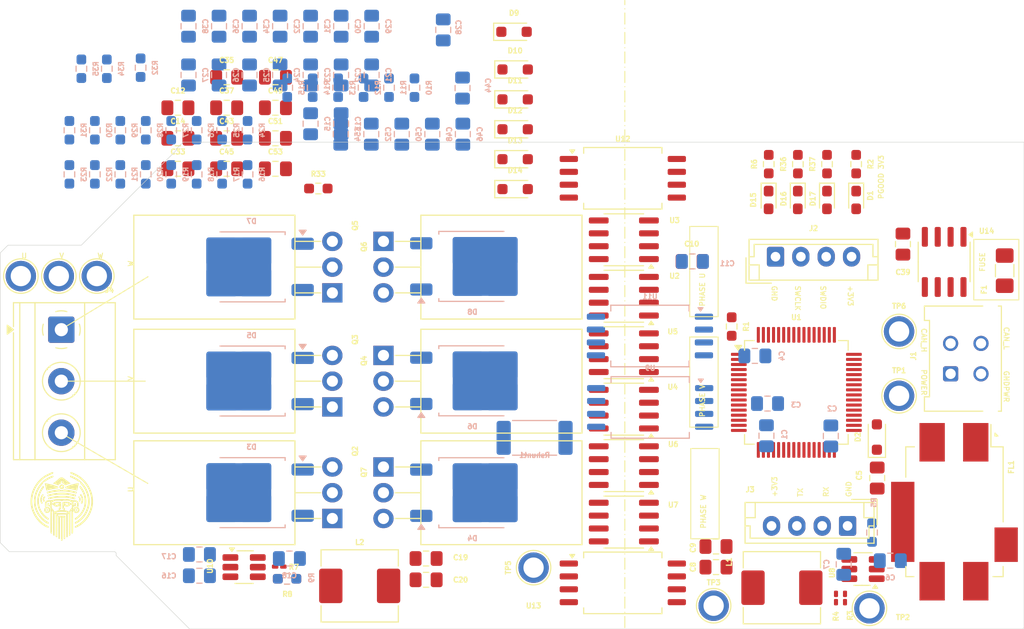
<source format=kicad_pcb>
(kicad_pcb (version 20241229) (generator "pcbnew") (generator_version "9.0")
  (layers (0 "F.Cu" signal) (4 "In1.Cu" signal) (6 "In2.Cu" signal) (2 "B.Cu" signal) (13 "F.Paste" user) (15 "B.Paste" user) (5 "F.SilkS" user "F.Silkscreen") (7 "B.SilkS" user "B.Silkscreen") (1 "F.Mask" user) (3 "B.Mask" user) (25 "Edge.Cuts" user))
  (net 0 "")
  (net 1 "GND")
  (net 2 "+3V3")
  (net 3 "Net-(U1-VBAT)")
  (net 5 "/Motor/PH_V_LO")
  (net 6 "Net-(FL1-CB)")
  (net 8 "Net-(J1-Pin_1)")
  (net 9 "Net-(U8-BOOT)")
  (net 13 "Net-(U8-SW)")
  (net 14 "/USART3_RX")
  (net 16 "GNDPWR")
  (net 17 "/Motor/PH_U_HI")
  (net 18 "+VDC")
  (net 21 "Net-(U10-SW)")
  (net 22 "Net-(U10-BOOT)")
  (net 25 "+5V")
  (net 29 "/Motor/PH_W_HI")
  (net 34 "Net-(C24-Pad1)")
  (net 36 "/Motor/PH_W_LO")
  (net 37 "Net-(C27-Pad1)")
  (net 43 "/Motor/PH_U_LO")
  (net 50 "Net-(C30-Pad1)")
  (net 53 "/Motor/PH_V_HI")
  (net 55 "Net-(D1-K)")
  (net 56 "/Motor/MOTOR_U")
  (net 57 "/Motor/MOTOR_V")
  (net 58 "/Motor/MOTOR_W")
  (net 59 "Net-(D9-K)")
  (net 60 "Net-(D9-A)")
  (net 61 "Net-(D10-A)")
  (net 62 "Net-(D10-K)")
  (net 63 "Net-(D11-K)")
  (net 64 "Net-(D11-A)")
  (net 65 "Net-(D12-A)")
  (net 66 "Net-(D12-K)")
  (net 67 "Net-(D13-K)")
  (net 68 "Net-(D13-A)")
  (net 69 "Net-(D14-A)")
  (net 70 "Net-(D14-K)")
  (net 71 "Net-(D15-K)")
  (net 72 "Net-(D15-A)")
  (net 73 "Net-(D16-K)")
  (net 74 "Net-(D16-A)")
  (net 75 "Net-(D17-K)")
  (net 76 "Net-(D17-A)")
  (net 77 "/CAN_L")
  (net 78 "/CAN_H")
  (net 79 "Net-(Q2-G)")
  (net 80 "Net-(Q3-G)")
  (net 81 "Net-(Q4-G)")
  (net 82 "Net-(Q5-G)")
  (net 83 "Net-(Q6-G)")
  (net 84 "Net-(U8-EN)")
  (net 85 "Net-(U8-FB)")
  (net 86 "Net-(U10-EN)")
  (net 87 "Net-(U10-FB)")
  (net 88 "Net-(R10-Pad2)")
  (net 89 "Net-(R11-Pad2)")
  (net 90 "Net-(R14-Pad2)")
  (net 91 "Net-(R15-Pad2)")
  (net 92 "Net-(R16-Pad2)")
  (net 93 "Net-(R17-Pad2)")
  (net 94 "Net-(R24-Pad2)")
  (net 95 "Net-(R25-Pad2)")
  (net 96 "/Motor/SHUNT_CURR_P")
  (net 97 "/CAN_RX")
  (net 98 "/Motor/U_ADC_P")
  (net 99 "/CAN_TX")
  (net 102 "/Motor/V_ADC_P")
  (net 103 "/Motor/W_ADC_P")
  (net 104 "/Motor/SHUNT_CURR_N")
  (net 105 "/Motor/V_ADC_N")
  (net 106 "/Motor/U_ADC_N")
  (net 107 "/Motor/W_ADC_N")
  (net 109 "/USART3_TX")
  (net 110 "Net-(Q4-S)")
  (net 111 "Net-(Q7-G)")
  (net 112 "/SWDIO")
  (net 113 "/SWCLK")
  (footprint "Diode_SMD:D_SOD-323_HandSoldering" (layer "F.Cu") (at 122.171 56.553)
    (property "Reference" "D9" (at 0 -1.85 0) (layer "F.SilkS") (effects (font (size 0.5 0.5))))
    (property "Value" "1N4148WS" (hide yes))
    (pad "1" smd roundrect (at -1.25 0) (size 1 1) (layers "F.Cu" "F.Mask" "F.Paste") (net 59 "Net-(D9-K)"))
    (pad "2" smd roundrect (at 1.25 0) (size 1 1) (layers "F.Cu" "F.Mask" "F.Paste") (net 60 "Net-(D9-A)"))
  )
  (footprint "Resistor_SMD:R_0201_0603Metric_Pad0.64x0.40mm_HandSolder" (layer "F.Cu") (at 154.813 112.395 90)
    (property "Reference" "R3" (at -1.7265 0.508 90) (layer "F.SilkS") (effects (font (size 0.5 0.5))))
    (property "Value" "0 ohm" (hide yes))
    (pad "1" smd roundrect (at -0.4075 0 90) (size 0.635 0.4) (layers "F.Cu" "F.Mask") (net 6 "Net-(FL1-CB)"))
    (pad "2" smd roundrect (at 0.4075 0 90) (size 0.635 0.4) (layers "F.Cu" "F.Mask") (net 84 "Net-(U8-EN)"))
  )
  (footprint "Package_TO_SOT_THT:TO-220-3_Horizontal_TabDown" (layer "F.Cu") (at 104.255 82.3025 90)
    (property "Reference" "Q5" (at 6.6375 2.245 90) (layer "F.SilkS") (effects (font (size 0.5 0.5))))
    (property "Value" "IRF540N" (hide yes))
    (pad "" np_thru_hole circle (at 2.54 -16.66 90) (size 3.5 3.5) (drill 3.5) (layers "*.Cu" "*.Mask"))
    (pad "1" thru_hole rect (at 0 0 90) (size 1.905 2) (drill 1.1) (layers "*.Cu" "*.Mask") (net 82 "Net-(Q5-G)"))
    (pad "2" thru_hole oval (at 2.54 0 90) (size 1.905 2) (drill 1.1) (layers "*.Cu" "*.Mask") (net 18 "+VDC"))
    (pad "3" thru_hole oval (at 5.08 0 90) (size 1.905 2) (drill 1.1) (layers "*.Cu" "*.Mask") (net 58 "/Motor/MOTOR_W"))
  )
  (footprint "Package_TO_SOT_THT:TO-220-3_Horizontal_TabDown" (layer "F.Cu") (at 109.295 77.2225 -90)
    (property "Reference" "Q6" (at 0.52875 1.925 90) (layer "F.SilkS") (effects (font (size 0.5 0.5))))
    (property "Value" "IRF540N" (hide yes))
    (pad "" np_thru_hole circle (at 2.54 -16.66 270) (size 3.5 3.5) (drill 3.5) (layers "*.Cu" "*.Mask"))
    (pad "1" thru_hole rect (at 0 0 270) (size 1.905 2) (drill 1.1) (layers "*.Cu" "*.Mask") (net 83 "Net-(Q6-G)"))
    (pad "2" thru_hole oval (at 2.54 0 270) (size 1.905 2) (drill 1.1) (layers "*.Cu" "*.Mask") (net 58 "/Motor/MOTOR_W"))
    (pad "3" thru_hole oval (at 5.08 0 270) (size 1.905 2) (drill 1.1) (layers "*.Cu" "*.Mask") (net 110 "Net-(Q4-S)"))
  )
  (footprint "Diode_SMD:D_SOD-323_HandSoldering" (layer "F.Cu") (at 122.281 60.267)
    (property "Reference" "D10" (at 0 -1.85 0) (layer "F.SilkS") (effects (font (size 0.5 0.5))))
    (property "Value" "1N4148WS" (hide yes))
    (pad "1" smd roundrect (at -1.25 0) (size 1 1) (layers "F.Cu" "F.Mask" "F.Paste") (net 62 "Net-(D10-K)"))
    (pad "2" smd roundrect (at 1.25 0) (size 1 1) (layers "F.Cu" "F.Mask" "F.Paste") (net 61 "Net-(D10-A)"))
  )
  (footprint "Inductor_SMD:L_KOHERelec_MDA7030" (layer "F.Cu") (at 106.95 111.2)
    (property "Reference" "L2" (at 0 -4.3 0) (layer "F.SilkS") (effects (font (size 0.5 0.5))))
    (property "Value" "KOHER_MDA7030 15uH" (hide yes))
    (pad "1" smd roundrect (at -2.85 0) (size 2.3 3.4) (layers "F.Cu" "F.Mask" "F.Paste") (roundrect_rratio 0.108696) (net 21 "Net-(U10-SW)"))
    (pad "2" smd roundrect (at 2.85 0) (size 2.3 3.4) (layers "F.Cu" "F.Mask" "F.Paste") (roundrect_rratio 0.108696) (net 25 "+5V"))
  )
  (footprint "Capacitor_SMD:C_0805_2012Metric_Pad1.18x1.45mm_HandSolder" (layer "F.Cu") (at 142.0915 107.315 180)
    (property "Reference" "C9" (at 2.2645 -0.127 90) (layer "F.SilkS") (effects (font (size 0.5 0.5))))
    (property "Value" "22 µF" (hide yes))
    (pad "1" smd roundrect (at -1.0375 0 180) (size 1.175 1.45) (layers "F.Cu" "F.Mask" "F.Paste") (roundrect_rratio 0.212766) (net 2 "+3V3"))
    (pad "2" smd roundrect (at 1.0375 0 180) (size 1.175 1.45) (layers "F.Cu" "F.Mask" "F.Paste") (roundrect_rratio 0.212766) (net 1 "GND"))
  )
  (footprint "Connector_JST:JST_EH_B4B-EH-A_1x04_P2.50mm_Vertical" (layer "F.Cu") (at 155.067 105.283 180)
    (property "Reference" "J3" (at 9.61 3.586 0) (layer "F.SilkS") (effects (font (size 0.5 0.5))))
    (property "Value" "B4B-EH-A(LF)(SN)" (hide yes))
    (pad "1" thru_hole roundrect (at 0 0 180) (size 1.7 1.95) (drill 0.95) (layers "*.Cu" "*.Mask") (roundrect_rratio 0.147059) (net 1 "GND"))
    (pad "2" thru_hole oval (at 2.5 0 180) (size 1.7 1.95) (drill 0.95) (layers "*.Cu" "*.Mask") (net 14 "/USART3_RX"))
    (pad "3" thru_hole oval (at 5 0 180) (size 1.7 1.95) (drill 0.95) (layers "*.Cu" "*.Mask") (net 109 "/USART3_TX"))
    (pad "4" thru_hole oval (at 7.5 0 180) (size 1.7 1.95) (drill 0.95) (layers "*.Cu" "*.Mask") (net 2 "+3V3"))
  )
  (footprint "TestPoint:TestPoint_Plated_Hole_D2.0mm" (layer "F.Cu") (at 81.026 80.645)
    (property "Reference" "TP7" (hide yes))
    (property "Value" "TestPoint_Flag" (hide yes))
    (pad "1" thru_hole circle (at 0 0) (size 3 3) (drill 2) (layers "*.Cu" "*.Mask") (net 58 "/Motor/MOTOR_W"))
  )
  (footprint "Capacitor_SMD:C_0805_2012Metric_Pad1.18x1.45mm_HandSolder" (layer "F.Cu") (at 139.7375 79.2)
    (property "Reference" "C10" (at -0.0375 -1.73 0) (layer "F.SilkS") (effects (font (size 0.5 0.5))))
    (property "Value" "1 µF" (hide yes))
    (pad "1" smd roundrect (at -1.0375 0) (size 1.175 1.45) (layers "F.Cu" "F.Mask" "F.Paste") (roundrect_rratio 0.212766) (net 2 "+3V3"))
    (pad "2" smd roundrect (at 1.0375 0) (size 1.175 1.45) (layers "F.Cu" "F.Mask" "F.Paste") (roundrect_rratio 0.212766) (net 1 "GND"))
  )
  (footprint "Package_SO:SOIC-8_3.9x4.9mm_P1.27mm" (layer "F.Cu") (at 133 104.905 180)
    (property "Reference" "U7" (at -4.875 1.695 0) (layer "F.SilkS") (effects (font (size 0.5 0.5))))
    (property "Value" "STGAP2SCM" (hide yes))
    (pad "1" smd roundrect (at -2.475 -1.905 180) (size 1.95 0.6) (layers "F.Cu" "F.Mask" "F.Paste") (net 2 "+3V3"))
    (pad "2" smd roundrect (at -2.475 -0.635 180) (size 1.95 0.6) (layers "F.Cu" "F.Mask" "F.Paste") (net 36 "/Motor/PH_W_LO"))
    (pad "3" smd roundrect (at -2.475 0.635 180) (size 1.95 0.6) (layers "F.Cu" "F.Mask" "F.Paste") (net 29 "/Motor/PH_W_HI"))
    (pad "4" smd roundrect (at -2.475 1.905 180) (size 1.95 0.6) (layers "F.Cu" "F.Mask" "F.Paste") (net 1 "GND"))
    (pad "5" smd roundrect (at 2.475 1.905 180) (size 1.95 0.6) (layers "F.Cu" "F.Mask" "F.Paste") (net 18 "+VDC"))
    (pad "6" smd roundrect (at 2.475 0.635 180) (size 1.95 0.6) (layers "F.Cu" "F.Mask" "F.Paste") (net 70 "Net-(D14-K)"))
    (pad "7" smd roundrect (at 2.475 -0.635 180) (size 1.95 0.6) (layers "F.Cu" "F.Mask" "F.Paste") (net 83 "Net-(Q6-G)"))
    (pad "8" smd roundrect (at 2.475 -1.905 180) (size 1.95 0.6) (layers "F.Cu" "F.Mask" "F.Paste") (net 16 "GNDPWR"))
  )
  (footprint "LED_SMD:LED_0603_1608Metric_Pad1.05x0.95mm_HandSolder" (layer "F.Cu") (at 155.913667 73.138 -90)
    (property "Reference" "D1" (at -0.43 -1.397 90) (layer "F.SilkS") (effects (font (size 0.5 0.5))))
    (property "Value" "KT-0603W" (hide yes))
    (pad "1" smd roundrect (at -0.875 0 270) (size 1.05 0.95) (layers "F.Cu" "F.Mask" "F.Paste") (net 55 "Net-(D1-K)"))
    (pad "2" smd roundrect (at 0.875 0 270) (size 1.05 0.95) (layers "F.Cu" "F.Mask" "F.Paste") (net 2 "+3V3"))
  )
  (footprint "Package_TO_SOT_SMD:SOT-23-6_Handsoldering" (layer "F.Cu") (at 95.55 109.35)
    (property "Reference" "U10" (at -3.35 -0.1 90) (layer "F.SilkS") (effects (font (size 0.5 0.5))))
    (property "Value" "TPS54202DDC" (hide yes))
    (pad "1" smd roundrect (at -1.35 -0.95) (size 1.56 0.65) (layers "F.Cu" "F.Mask" "F.Paste") (net 16 "GNDPWR"))
    (pad "2" smd roundrect (at -1.35 0) (size 1.56 0.65) (layers "F.Cu" "F.Mask" "F.Paste") (net 21 "Net-(U10-SW)"))
    (pad "3" smd roundrect (at -1.35 0.95) (size 1.56 0.65) (layers "F.Cu" "F.Mask" "F.Paste") (net 18 "+VDC"))
    (pad "4" smd roundrect (at 1.35 0.95) (size 1.56 0.65) (layers "F.Cu" "F.Mask" "F.Paste") (net 87 "Net-(U10-FB)"))
    (pad "5" smd roundrect (at 1.35 0) (size 1.56 0.65) (layers "F.Cu" "F.Mask" "F.Paste") (net 86 "Net-(U10-EN)"))
    (pad "6" smd roundrect (at 1.35 -0.95) (size 1.56 0.65) (layers "F.Cu" "F.Mask" "F.Paste") (net 22 "Net-(U10-BOOT)"))
  )
  (footprint "Package_TO_SOT_THT:TO-220-3_Horizontal_TabDown" (layer "F.Cu") (at 109.295 88.47125 -90)
    (property "Reference" "Q4" (at 0.52875 1.925 90) (layer "F.SilkS") (effects (font (size 0.5 0.5))))
    (property "Value" "IRF540N" (hide yes))
    (pad "" np_thru_hole circle (at 2.54 -16.66 270) (size 3.5 3.5) (drill 3.5) (layers "*.Cu" "*.Mask"))
    (pad "1" thru_hole rect (at 0 0 270) (size 1.905 2) (drill 1.1) (layers "*.Cu" "*.Mask") (net 81 "Net-(Q4-G)"))
    (pad "2" thru_hole oval (at 2.54 0 270) (size 1.905 2) (drill 1.1) (layers "*.Cu" "*.Mask") (net 57 "/Motor/MOTOR_V"))
    (pad "3" thru_hole oval (at 5.08 0 270) (size 1.905 2) (drill 1.1) (layers "*.Cu" "*.Mask") (net 110 "Net-(Q4-S)"))
  )
  (footprint "Package_SO:SOIC-8_3.9x4.9mm_P1.27mm" (layer "F.Cu") (at 164.592 79.2495 -90)
    (property "Reference" "U14" (at -3.0495 -4.191 180) (layer "F.SilkS") (effects (font (size 0.5 0.5))))
    (property "Value" "SN65HVD230" (hide yes))
    (pad "1" smd roundrect (at -2.475 -1.905 270) (size 1.95 0.6) (layers "F.Cu" "F.Mask" "F.Paste") (net 99 "/CAN_TX"))
    (pad "2" smd roundrect (at -2.475 -0.635 270) (size 1.95 0.6) (layers "F.Cu" "F.Mask" "F.Paste") (net 1 "GND"))
    (pad "3" smd roundrect (at -2.475 0.635 270) (size 1.95 0.6) (layers "F.Cu" "F.Mask" "F.Paste") (net 2 "+3V3"))
    (pad "4" smd roundrect (at -2.475 1.905 270) (size 1.95 0.6) (layers "F.Cu" "F.Mask" "F.Paste") (net 97 "/CAN_RX"))
    (pad "5" smd roundrect (at 2.475 1.905 270) (size 1.95 0.6) (layers "F.Cu" "F.Mask" "F.Paste"))
    (pad "6" smd roundrect (at 2.475 0.635 270) (size 1.95 0.6) (layers "F.Cu" "F.Mask" "F.Paste") (net 77 "/CAN_L"))
    (pad "7" smd roundrect (at 2.475 -0.635 270) (size 1.95 0.6) (layers "F.Cu" "F.Mask" "F.Paste") (net 78 "/CAN_H"))
    (pad "8" smd roundrect (at 2.475 -1.905 270) (size 1.95 0.6) (layers "F.Cu" "F.Mask" "F.Paste") (net 1 "GND"))
  )
  (footprint "Resistor_SMD:R_0201_0603Metric_Pad0.64x0.40mm_HandSolder" (layer "F.Cu") (at 99.0175 109.3 180)
    (property "Reference" "R7" (at -1.4395 -0.047 0) (layer "F.SilkS") (effects (font (size 0.5 0.5) (thickness 0.125))))
    (property "Value" "0 ohm" (hide yes))
    (pad "1" smd roundrect (at -0.4075 0 180) (size 0.635 0.4) (layers "F.Cu" "F.Mask") (net 18 "+VDC"))
    (pad "2" smd roundrect (at 0.4075 0 180) (size 0.635 0.4) (layers "F.Cu" "F.Mask") (net 86 "Net-(U10-EN)"))
  )
  (footprint "Capacitor_SMD:C_0805_2012Metric_Pad1.18x1.45mm_HandSolder" (layer "F.Cu") (at 98.6415 61.036)
    (property "Reference" "C47" (at 0 -1.68 0) (layer "F.SilkS") (effects (font (size 0.5 0.5))))
    (property "Value" "1 µF")
    (pad "1" smd roundrect (at -1.0375 0) (size 1.175 1.45) (layers "F.Cu" "F.Mask" "F.Paste") (roundrect_rratio 0.212766) (net 2 "+3V3"))
    (pad "2" smd roundrect (at 1.0375 0) (size 1.175 1.45) (layers "F.Cu" "F.Mask" "F.Paste") (roundrect_rratio 0.212766) (net 1 "GND"))
  )
  (footprint "Capacitor_SMD:C_0805_2012Metric_Pad1.18x1.45mm_HandSolder" (layer "F.Cu") (at 113.5 110.6)
    (property "Reference" "C20" (at 3.4 0 -180) (layer "F.SilkS") (effects (font (size 0.5 0.5))))
    (property "Value" "22 µF" (hide yes))
    (pad "1" smd roundrect (at -1.0375 0) (size 1.175 1.45) (layers "F.Cu" "F.Mask" "F.Paste") (roundrect_rratio 0.212766) (net 25 "+5V"))
    (pad "2" smd roundrect (at 1.0375 0) (size 1.175 1.45) (layers "F.Cu" "F.Mask" "F.Paste") (roundrect_rratio 0.212766) (net 16 "GNDPWR"))
  )
  (footprint "Capacitor_SMD:C_0805_2012Metric_Pad1.18x1.45mm_HandSolder" (layer "F.Cu") (at 98.6415 64.046)
    (property "Reference" "C49" (at 0 -1.68 0) (layer "F.SilkS") (effects (font (size 0.5 0.5))))
    (property "Value" "1 µF")
    (pad "1" smd roundrect (at -1.0375 0) (size 1.175 1.45) (layers "F.Cu" "F.Mask" "F.Paste") (roundrect_rratio 0.212766) (net 18 "+VDC"))
    (pad "2" smd roundrect (at 1.0375 0) (size 1.175 1.45) (layers "F.Cu" "F.Mask" "F.Paste") (roundrect_rratio 0.212766) (net 1 "GND"))
  )
  (footprint "Connector_JST:JST_EH_B4B-EH-A_1x04_P2.50mm_Vertical" (layer "F.Cu") (at 147.96 78.734)
    (property "Reference" "J2" (at 3.75 -2.8 0) (layer "F.SilkS") (effects (font (size 0.5 0.5))))
    (property "Value" "B4B-EH-A(LF)(SN)" (hide yes))
    (pad "1" thru_hole roundrect (at 0 0) (size 1.7 1.95) (drill 0.95) (layers "*.Cu" "*.Mask") (roundrect_rratio 0.147059) (net 1 "GND"))
    (pad "2" thru_hole oval (at 2.5 0) (size 1.7 1.95) (drill 0.95) (layers "*.Cu" "*.Mask") (net 113 "/SWCLK"))
    (pad "3" thru_hole oval (at 5 0) (size 1.7 1.95) (drill 0.95) (layers "*.Cu" "*.Mask") (net 112 "/SWDIO"))
    (pad "4" thru_hole oval (at 7.5 0) (size 1.7 1.95) (drill 0.95) (layers "*.Cu" "*.Mask") (net 2 "+3V3"))
  )
  (footprint "Resistor_SMD:R_0603_1608Metric_Pad0.98x0.95mm_HandSolder" (layer "F.Cu") (at 102.87 72.009)
    (property "Reference" "R33" (at 0 -1.43 0) (layer "F.SilkS") (effects (font (size 0.5 0.5))))
    (property "Value" "12 ohm" (hide yes))
    (pad "1" smd roundrect (at -0.9125 0) (size 0.975 0.95) (layers "F.Cu" "F.Mask" "F.Paste") (net 68 "Net-(D13-A)"))
    (pad "2" smd roundrect (at 0.9125 0) (size 0.975 0.95) (layers "F.Cu" "F.Mask" "F.Paste") (net 82 "Net-(Q5-G)"))
  )
  (footprint "Resistor_SMD:R_0603_1608Metric_Pad0.98x0.95mm_HandSolder" (layer "F.Cu") (at 150.166 69.6055 90)
    (property "Reference" "R36" (at 0 -1.43 90) (layer "F.SilkS") (effects (font (size 0.5 0.5))))
    (property "Value" "100 Ohm" (hide yes))
    (pad "1" smd roundrect (at -0.9125 0 90) (size 0.975 0.95) (layers "F.Cu" "F.Mask" "F.Paste") (net 73 "Net-(D16-K)"))
    (pad "2" smd roundrect (at 0.9125 0 90) (size 0.975 0.95) (layers "F.Cu" "F.Mask" "F.Paste") (net 1 "GND"))
  )
  (footprint "Capacitor_SMD:C_0805_2012Metric_Pad1.18x1.45mm_HandSolder" (layer "F.Cu") (at 157.988 100.5625 90)
    (property "Reference" "C5" (at 0.261252 -1.778 90) (layer "F.SilkS") (effects (font (size 0.5 0.5))))
    (property "Value" "10 µF" (hide yes))
    (pad "1" smd roundrect (at -1.0375 0 90) (size 1.175 1.45) (layers "F.Cu" "F.Mask" "F.Paste") (roundrect_rratio 0.212766) (net 6 "Net-(FL1-CB)"))
    (pad "2" smd roundrect (at 1.0375 0 90) (size 1.175 1.45) (layers "F.Cu" "F.Mask" "F.Paste") (roundrect_rratio 0.212766) (net 1 "GND"))
  )
  (footprint "Connector_Molex:Molex_Micro-Fit_3.0_43045-0412_2x02_P3.00mm_Vertical" (layer "F.Cu") (at 165.227 90.286 90)
    (property "Reference" "J1" (at 1.767 -3.67 90) (layer "F.SilkS") (effects (font (size 0.5 0.5))))
    (property "Value" "430450412" (hide yes))
    (pad "" np_thru_hole circle (at -3 3.94 90) (size 1.02 1.02) (drill 1.02) (layers "*.Cu" "*.Mask"))
    (pad "" np_thru_hole circle (at 6 3.94 90) (size 1.02 1.02) (drill 1.02) (layers "*.Cu" "*.Mask"))
    (pad "1" thru_hole roundrect (at 0 0 90) (size 1.5 1.5) (drill 1.02) (layers "*.Cu" "*.Mask") (roundrect_rratio 0.166667) (net 8 "Net-(J1-Pin_1)"))
    (pad "2" thru_hole circle (at 3 0 90) (size 1.5 1.5) (drill 1.02) (layers "*.Cu" "*.Mask") (net 78 "/CAN_H"))
    (pad "3" thru_hole circle (at 0 3 90) (size 1.5 1.5) (drill 1.02) (layers "*.Cu" "*.Mask") (net 16 "GNDPWR"))
    (pad "4" thru_hole circle (at 3 3 90) (size 1.5 1.5) (drill 1.02) (layers "*.Cu" "*.Mask") (net 77 "/CAN_L"))
  )
  (footprint "Package_SO:SOIC-8_7.5x5.85mm_P1.27mm" (layer "F.Cu") (at 132.9 71)
    (property "Reference" "U12" (at 0 -3.88 0) (layer "F.SilkS") (effects (font (size 0.5 0.5))))
    (property "Value" "AMC1200BDWV" (hide yes))
    (pad "1" smd roundrect (at -5.325 -1.905) (size 1.8 0.6) (layers "F.Cu" "F.Mask" "F.Paste") (net 25 "+5V"))
    (pad "2" smd roundrect (at -5.325 -0.635) (size 1.8 0.6) (layers "F.Cu" "F.Mask" "F.Paste") (net 92 "Net-(R16-Pad2)"))
    (pad "3" smd roundrect (at -5.325 0.635) (size 1.8 0.6) (layers "F.Cu" "F.Mask" "F.Paste") (net 93 "Net-(R17-Pad2)"))
    (pad "4" smd roundrect (at -5.325 1.905) (size 1.8 0.6) (layers "F.Cu" "F.Mask" "F.Paste") (net 16 "GNDPWR"))
    (pad "5" smd roundrect (at 5.325 1.905) (size 1.8 0.6) (layers "F.Cu" "F.Mask" "F.Paste") (net 1 "GND"))
    (pad "6" smd roundrect (at 5.325 0.635) (size 1.8 0.6) (layers "F.Cu" "F.Mask" "F.Paste") (net 106 "/Motor/U_ADC_N"))
    (pad "7" smd roundrect (at 5.325 -0.635) (size 1.8 0.6) (layers "F.Cu" "F.Mask" "F.Paste") (net 98 "/Motor/U_ADC_P"))
    (pad "8" smd roundrect (at 5.325 -1.905) (size 1.8 0.6) (layers "F.Cu" "F.Mask" "F.Paste") (net 2 "+3V3"))
  )
  (footprint "Diode_SMD:D_SOD-323_HandSoldering" (layer "F.Cu") (at 122.281 66.167)
    (property "Reference" "D12" (at 0 -1.85 0) (layer "F.SilkS") (effects (font (size 0.5 0.5))))
    (property "Value" "1N4148WS" (hide yes))
    (pad "1" smd roundrect (at -1.25 0) (size 1 1) (layers "F.Cu" "F.Mask" "F.Paste") (net 66 "Net-(D12-K)"))
    (pad "2" smd roundrect (at 1.25 0) (size 1 1) (layers "F.Cu" "F.Mask" "F.Paste") (net 65 "Net-(D12-A)"))
  )
  (footprint "Capacitor_SMD:C_0805_2012Metric_Pad1.18x1.45mm_HandSolder" (layer "F.Cu") (at 93.8315 70.066)
    (property "Reference" "C45" (at 0 -1.68 0) (layer "F.SilkS") (effects (font (size 0.5 0.5))))
    (property "Value" "1 µF")
    (pad "1" smd roundrect (at -1.0375 0) (size 1.175 1.45) (layers "F.Cu" "F.Mask" "F.Paste") (roundrect_rratio 0.212766) (net 18 "+VDC"))
    (pad "2" smd roundrect (at 1.0375 0) (size 1.175 1.45) (layers "F.Cu" "F.Mask" "F.Paste") (roundrect_rratio 0.212766) (net 1 "GND"))
  )
  (footprint "Inductor_SMD:L_KOHERelec_MDA7030" (layer "F.Cu") (at 148.59 111.379 180)
    (property "Reference" "L1" (at 5.207 2.54 90) (layer "F.SilkS") (effects (font (size 0.5 0.5))))
    (property "Value" "KOHER_MDA7030 15uH" (hide yes))
    (pad "1" smd roundrect (at -2.85 0 180) (size 2.3 3.4) (layers "F.Cu" "F.Mask" "F.Paste") (roundrect_rratio 0.108696) (net 13 "Net-(U8-SW)"))
    (pad "2" smd roundrect (at 2.85 0 180) (size 2.3 3.4) (layers "F.Cu" "F.Mask" "F.Paste") (roundrect_rratio 0.108696) (net 2 "+3V3"))
  )
  (footprint "Diode_SMD:D_SOD-323_HandSoldering" (layer "F.Cu") (at 122.281 69.117)
    (property "Reference" "D13" (at 0 -1.85 0) (layer "F.SilkS") (effects (font (size 0.5 0.5))))
    (property "Value" "1N4148WS" (hide yes))
    (pad "1" smd roundrect (at -1.25 0) (size 1 1) (layers "F.Cu" "F.Mask" "F.Paste") (net 67 "Net-(D13-K)"))
    (pad "2" smd roundrect (at 1.25 0) (size 1 1) (layers "F.Cu" "F.Mask" "F.Paste") (net 68 "Net-(D13-A)"))
  )
  (footprint "Fuse:Fuse_1206_3216Metric_Pad1.42x1.75mm_HandSolder" (layer "F.Cu") (at 170.561 80.11 90)
    (property "Reference" "F1" (at -1.8685 -2.032 90) (layer "F.SilkS") (effects (font (size 0.5 0.5))))
    (property "Value" "BSMD1206C-2200T" (hide yes))
    (pad "1" smd roundrect (at -1.4875 0 90) (size 1.425 1.75) (layers "F.Cu" "F.Mask" "F.Paste") (roundrect_rratio 0.175439) (net 18 "+VDC"))
    (pad "2" smd roundrect (at 1.4875 0 90) (size 1.425 1.75) (layers "F.Cu" "F.Mask" "F.Paste") (roundrect_rratio 0.175439) (net 8 "Net-(J1-Pin_1)"))
  )
  (footprint "Diode_SMD:D_SOD-323_HandSoldering" (layer "F.Cu") (at 122.281 63.217)
    (property "Reference" "D11" (at 0 -1.85 0) (layer "F.SilkS") (effects (font (size 0.5 0.5))))
    (property "Value" "1N4148WS" (hide yes))
    (pad "1" smd roundrect (at -1.25 0) (size 1 1) (layers "F.Cu" "F.Mask" "F.Paste") (net 63 "Net-(D11-K)"))
    (pad "2" smd roundrect (at 1.25 0) (size 1 1) (layers "F.Cu" "F.Mask" "F.Paste") (net 64 "Net-(D11-A)"))
  )
  (footprint "Capacitor_SMD:C_0805_2012Metric_Pad1.18x1.45mm_HandSolder" (layer "F.Cu") (at 93.8315 67.056)
    (property "Reference" "C43" (at 0 -1.68 0) (layer "F.SilkS") (effects (font (size 0.5 0.5))))
    (property "Value" "1 µF")
    (pad "1" smd roundrect (at -1.0375 0) (size 1.175 1.45) (layers "F.Cu" "F.Mask" "F.Paste") (roundrect_rratio 0.212766) (net 2 "+3V3"))
    (pad "2" smd roundrect (at 1.0375 0) (size 1.175 1.45) (layers "F.Cu" "F.Mask" "F.Paste") (roundrect_rratio 0.212766) (net 1 "GND"))
  )
  (footprint "Package_SO:SOIC-8_3.9x4.9mm_P1.27mm" (layer "F.Cu") (at 133 82.633 180)
    (property "Reference" "U2" (at -5 2 0) (layer "F.SilkS") (effects (font (size 0.5 0.5))))
    (property "Value" "STGAP2SCM" (hide yes))
    (pad "1" smd roundrect (at -2.475 -1.905 180) (size 1.95 0.6) (layers "F.Cu" "F.Mask" "F.Paste") (net 2 "+3V3"))
    (pad "2" smd roundrect (at -2.475 -0.635 180) (size 1.95 0.6) (layers "F.Cu" "F.Mask" "F.Paste") (net 17 "/Motor/PH_U_HI"))
    (pad "3" smd roundrect (at -2.475 0.635 180) (size 1.95 0.6) (layers "F.Cu" "F.Mask" "F.Paste") (net 43 "/Motor/PH_U_LO"))
    (pad "4" smd roundrect (at -2.475 1.905 180) (size 1.95 0.6) (layers "F.Cu" "F.Mask" "F.Paste") (net 1 "GND"))
    (pad "5" smd roundrect (at 2.475 1.905 180) (size 1.95 0.6) (layers "F.Cu" "F.Mask" "F.Paste") (net 18 "+VDC"))
    (pad "6" smd roundrect (at 2.475 0.635 180) (size 1.95 0.6) (layers "F.Cu" "F.Mask" "F.Paste") (net 59 "Net-(D9-K)"))
    (pad "7" smd roundrect (at 2.475 -0.635 180) (size 1.95 0.6) (layers "F.Cu" "F.Mask" "F.Paste") (net 79 "Net-(Q2-G)"))
    (pad "8" smd roundrect (at 2.475 -1.905 180) (size 1.95 0.6) (layers "F.Cu" "F.Mask" "F.Paste") (net 16 "GNDPWR"))
  )
  (footprint "TestPoint:TestPoint_Plated_Hole_D2.0mm" (layer "F.Cu") (at 77.2795 80.645)
    (property "Reference" "TP8" (hide yes))
    (property "Value" "TestPoint_Flag" (hide yes))
    (pad "1" thru_hole circle (at 0 0) (size 3 3) (drill 2) (layers "*.Cu" "*.Mask") (net 57 "/Motor/MOTOR_V"))
  )
  (footprint "TestPoint:TestPoint_Plated_Hole_D2.0mm" (layer "F.Cu") (at 73.533 80.645 180)
    (property "Reference" "TP9" (hide yes))
    (property "Value" "TestPoint_Flag" (hide yes))
    (pad "1" thru_hole circle (at 0 0 180) (size 3 3) (drill 2) (layers "*.Cu" "*.Mask") (net 56 "/Motor/MOTOR_U"))
  )
  (footprint "Capacitor_SMD:C_0805_2012Metric_Pad1.18x1.45mm_HandSolder" (layer "F.Cu") (at 89.0215 64.046)
    (property "Reference" "C12" (at 0 -1.68 0) (layer "F.SilkS") (effects (font (size 0.5 0.5))))
    (property "Value" "1 µF")
    (pad "1" smd roundrect (at -1.0375 0) (size 1.175 1.45) (layers "F.Cu" "F.Mask" "F.Paste") (roundrect_rratio 0.212766) (net 2 "+3V3"))
    (pad "2" smd roundrect (at 1.0375 0) (size 1.175 1.45) (layers "F.Cu" "F.Mask" "F.Paste") (roundrect_rratio 0.212766) (net 1 "GND"))
  )
  (footprint "LED_SMD:LED_0603_1608Metric_Pad1.05x0.95mm_HandSolder" (layer "F.Cu") (at 147.277667 73.138 -90)
    (property "Reference" "D15" (at 0 1.5095 90) (layer "F.SilkS") (effects (font (size 0.5 0.5))))
    (property "Value" "KT-0603W" (hide yes))
    (pad "1" smd roundrect (at -0.875 0 270) (size 1.05 0.95) (layers "F.Cu" "F.Mask" "F.Paste") (net 71 "Net-(D15-K)"))
    (pad "2" smd roundrect (at 0.875 0 270) (size 1.05 0.95) (layers "F.Cu" "F.Mask" "F.Paste") (net 72 "Net-(D15-A)"))
  )
  (footprint "Package_SO:SOIC-8_3.9x4.9mm_P1.27mm" (layer "F.Cu") (at 133 99.337 180)
    (property "Reference" "U6" (at -4.875 2.105 0) (layer "F.SilkS") (effects (font (size 0.5 0.5))))
    (property "Value" "STGAP2SCM" (hide yes))
    (pad "1" smd roundrect (at -2.475 -1.905 180) (size 1.95 0.6) (layers "F.Cu" "F.Mask" "F.Paste") (net 2 "+3V3"))
    (pad "2" smd roundrect (at -2.475 -0.635 180) (size 1.95 0.6) (layers "F.Cu" "F.Mask" "F.Paste") (net 29 "/Motor/PH_W_HI"))
    (pad "3" smd roundrect (at -2.475 0.635 180) (size 1.95 0.6) (layers "F.Cu" "F.Mask" "F.Paste") (net 36 "/Motor/PH_W_LO"))
    (pad "4" smd roundrect (at -2.475 1.905 180) (size 1.95 0.6) (layers "F.Cu" "F.Mask" "F.Paste") (net 1 "GND"))
    (pad "5" smd roundrect (at 2.475 1.905 180) (size 1.95 0.6) (layers "F.Cu" "F.Mask" "F.Paste") (net 18 "+VDC"))
    (pad "6" smd roundrect (at 2.475 0.635 180) (size 1.95 0.6) (layers "F.Cu" "F.Mask" "F.Paste") (net 67 "Net-(D13-K)"))
    (pad "7" smd roundrect (at 2.475 -0.635 180) (size 1.95 0.6) (layers "F.Cu" "F.Mask" "F.Paste") (net 82 "Net-(Q5-G)"))
    (pad "8" smd roundrect (at 2.475 -1.905 180) (size 1.95 0.6) (layers "F.Cu" "F.Mask" "F.Paste") (net 16 "GNDPWR"))
  )
  (footprint "Package_TO_SOT_SMD:SOT-23-6_Handsoldering" (layer "F.Cu") (at 156.591 109.54 180)
    (property "Reference" "U8" (at 3.048 -0.381 90) (layer "F.SilkS") (effects (font (size 0.5 0.5))))
    (property "Value" "TPS54202DDC" (hide yes))
    (pad "1" smd roundrect (at -1.35 -0.95 180) (size 1.56 0.65) (layers "F.Cu" "F.Mask" "F.Paste") (net 1 "GND"))
    (pad "2" smd roundrect (at -1.35 0 180) (size 1.56 0.65) (layers "F.Cu" "F.Mask" "F.Paste") (net 13 "Net-(U8-SW)"))
    (pad "3" smd roundrect (at -1.35 0.95 180) (size 1.56 0.65) (layers "F.Cu" "F.Mask" "F.Paste") (net 6 "Net-(FL1-CB)"))
    (pad "4" smd roundrect (at 1.35 0.95 180) (size 1.56 0.65) (layers "F.Cu" "F.Mask" "F.Paste") (net 85 "Net-(U8-FB)"))
    (pad "5" smd roundrect (at 1.35 0 180) (size 1.56 0.65) (layers "F.Cu" "F.Mask" "F.Paste") (net 84 "Net-(U8-EN)"))
    (pad "6" smd roundrect (at 1.35 -0.95 180) (size 1.56 0.65) (layers "F.Cu" "F.Mask" "F.Paste") (net 9 "Net-(U8-BOOT)"))
  )
  (footprint "Filter:Filter_Murata_BNX025" (layer "F.Cu") (at 165.608 103.886 -90)
    (property "Reference" "FL1" (at -4.4 -5.6 90) (layer "F.SilkS") (effects (font (size 0.5 0.5))))
    (property "Value" "BNX025" (hide yes))
    (pad "1" smd rect (at -6.85 -2.1 270) (size 3.8 2.5) (layers "F.Cu" "F.Mask" "F.Paste") (net 18 "+VDC"))
    (pad "2" smd rect (at 6.85 -2.1 270) (size 3.8 2.5) (layers "F.Cu" "F.Mask" "F.Paste") (net 6 "Net-(FL1-CB)"))
    (pad "3" smd rect (at -6.85 2.2 270) (size 3.8 2.5) (layers "F.Cu" "F.Mask" "F.Paste") (net 16 "GNDPWR"))
    (pad "4" smd rect (at 1 5.1 270) (size 7.9 2.3) (layers "F.Cu" "F.Mask" "F.Paste") (net 1 "GND"))
    (pad "4" smd rect (at 3.25 -5.1 270) (size 3.4 2.3) (layers "F.Cu" "F.Mask" "F.Paste") (net 1 "GND"))
    (pad "4" smd rect (at 6.85 2.2 270) (size 3.8 2.5) (layers "F.Cu" "F.Mask" "F.Paste") (net 1 "GND"))
  )
  (footprint "Capacitor_SMD:C_0805_2012Metric_Pad1.18x1.45mm_HandSolder" (layer "F.Cu") (at 93.8315 61.036)
    (property "Reference" "C35" (at 0 -1.68 0) (layer "F.SilkS") (effects (font (size 0.5 0.5))))
    (property "Value" "1 µF")
    (pad "1" smd roundrect (at -1.0375 0) (size 1.175 1.45) (layers "F.Cu" "F.Mask" "F.Paste") (roundrect_rratio 0.212766) (net 18 "+VDC"))
    (pad "2" smd roundrect (at 1.0375 0) (size 1.175 1.45) (layers "F.Cu" "F.Mask" "F.Paste") (roundrect_rratio 0.212766) (net 1 "GND"))
  )
  (footprint "Capacitor_SMD:C_0805_2012Metric_Pad1.18x1.45mm_HandSolder" (layer "F.Cu") (at 93.8315 64.046)
    (property "Reference" "C37" (at 0 -1.68 0) (layer "F.SilkS") (effects (font (size 0.5 0.5))))
    (property "Value" "1 µF")
    (pad "1" smd roundrect (at -1.0375 0) (size 1.175 1.45) (layers "F.Cu" "F.Mask" "F.Paste") (roundrect_rratio 0.212766) (net 18 "+VDC"))
    (pad "2" smd roundrect (at 1.0375 0) (size 1.175 1.45) (layers "F.Cu" "F.Mask" "F.Paste") (roundrect_rratio 0.212766) (net 1 "GND"))
  )
  (footprint "Resistor_SMD:R_0603_1608Metric_Pad0.98x0.95mm_HandSolder" (layer "F.Cu") (at 147.292167 69.6055 90)
    (property "Reference" "R6" (at 0 -1.43 90) (layer "F.SilkS") (effects (font (size 0.5 0.5))))
    (property "Value" "100 Ohm" (hide yes))
    (pad "1" smd roundrect (at -0.9125 0 90) (size 0.975 0.95) (layers "F.Cu" "F.Mask" "F.Paste") (net 71 "Net-(D15-K)"))
    (pad "2" smd roundrect (at 0.9125 0 90) (size 0.975 0.95) (layers "F.Cu" "F.Mask" "F.Paste") (net 1 "GND"))
  )
  (footprint "Resistor_SMD:R_0603_1608Metric_Pad0.98x0.95mm_HandSolder" (layer "F.Cu") (at 99.7875 110.5 180)
    (property "Reference" "R8" (at -0.0345 -1.514 180) (layer "F.SilkS") (effects (font (size 0.5 0.5))))
    (property "Value" "200 kohm" (hide yes))
    (pad "1" smd roundrect (at -0.9125 0 180) (size 0.975 0.95) (layers "F.Cu" "F.Mask" "F.Paste") (net 25 "+5V"))
    (pad "2" smd roundrect (at 0.9125 0 180) (size 0.975 0.95) (layers "F.Cu" "F.Mask" "F.Paste") (net 87 "Net-(U10-FB)"))
  )
  (footprint "Capacitor_SMD:C_0805_2012Metric_Pad1.18x1.45mm_HandSolder" (layer "F.Cu") (at 160.528 77.4915 -90)
    (property "Reference" "C39" (at 2.7725 0 180) (layer "F.SilkS") (effects (font (size 0.5 0.5))))
    (property "Value" "0.1 µF" (hide yes))
    (pad "1" smd roundrect (at -1.0375 0 270) (size 1.175 1.45) (layers "F.Cu" "F.Mask" "F.Paste") (roundrect_rratio 0.212766) (net 2 "+3V3"))
    (pad "2" smd roundrect (at 1.0375 0 270) (size 1.175 1.45) (layers "F.Cu" "F.Mask" "F.Paste") (roundrect_rratio 0.212766) (net 1 "GND"))
  )
  (footprint "Package_SO:SOIC-8_3.9x4.9mm_P1.27mm" (layer "F.Cu") (at 133 88.201 180)
    (property "Reference" "U5" (at -4.825 2.08 0) (layer "F.SilkS") (effects (font (size 0.5 0.5))))
    (property "Value" "STGAP2SCM" (hide yes))
    (pad "1" smd roundrect (at -2.475 -1.905 180) (size 1.95 0.6) (layers "F.Cu" "F.Mask" "F.Paste") (net 2 "+3V3"))
    (pad "2" smd roundrect (at -2.475 -0.635 180) (size 1.95 0.6) (layers "F.Cu" "F.Mask" "F.Paste") (net 5 "/Motor/PH_V_LO"))
    (pad "3" smd roundrect (at -2.475 0.635 180) (size 1.95 0.6) (layers "F.Cu" "F.Mask" "F.Paste") (net 53 "/Motor/PH_V_HI"))
    (pad "4" smd roundrect (at -2.475 1.905 180) (size 1.95 0.6) (layers "F.Cu" "F.Mask" "F.Paste") (net 1 "GND"))
    (pad "5" smd roundrect (at 2.475 1.905 180) (size 1.95 0.6) (layers "F.Cu" "F.Mask" "F.Paste") (net 18 "+VDC"))
    (pad "6" smd roundrect (at 2.475 0.635 180) (size 1.95 0.6) (layers "F.Cu" "F.Mask" "F.Paste") (net 66 "Net-(D12-K)"))
    (pad "7" smd roundrect (at 2.475 -0.635 180) (size 1.95 0.6) (layers "F.Cu" "F.Mask" "F.Paste") (net 81 "Net-(Q4-G)"))
    (pad "8" smd roundrect (at 2.475 -1.905 180) (size 1.95 0.6) (layers "F.Cu" "F.Mask" "F.Paste") (net 16 "GNDPWR"))
  )
  (footprint "Resistor_SMD:R_0201_0603Metric_Pad0.64x0.40mm_HandSolder" (layer "F.Cu") (at 153.924 112.395 -90)
    (property "Reference" "R4" (at 1.8045 0 270) (layer "F.SilkS") (effects (font (size 0.5 0.5))))
    (property "Value" "100 kohm" (hide yes))
    (pad "1" smd roundrect (at -0.4075 0 270) (size 0.635 0.4) (layers "F.Cu" "F.Mask") (net 85 "Net-(U8-FB)"))
    (pad "2" smd roundrect (at 0.4075 0 270) (size 0.635 0.4) (layers "F.Cu" "F.Mask") (net 2 "+3V3"))
  )
  (footprint "Package_TO_SOT_THT:TO-220-3_Horizontal_TabDown" (layer "F.Cu") (at 104.255 104.55125 90)
    (property "Reference" "Q2" (at 6.6375 2.245 90) (layer "F.SilkS") (effects (font (size 0.5 0.5))))
    (property "Value" "IRF540N" (hide yes))
    (pad "" np_thru_hole circle (at 2.54 -16.66 90) (size 3.5 3.5) (drill 3.5) (layers "*.Cu" "*.Mask"))
    (pad "1" thru_hole rect (at 0 0 90) (size 1.905 2) (drill 1.1) (layers "*.Cu" "*.Mask") (net 79 "Net-(Q2-G)"))
    (pad "2" thru_hole oval (at 2.54 0 90) (size 1.905 2) (drill 1.1) (layers "*.Cu" "*.Mask") (net 18 "+VDC"))
    (pad "3" thru_hole oval (at 5.08 0 90) (size 1.905 2) (drill 1.1) (layers "*.Cu" "*.Mask") (net 56 "/Motor/MOTOR_U"))
  )
  (footprint "Diode_SMD:D_SOD-323_HandSoldering" (layer "F.Cu") (at 122.281 72.067)
    (property "Reference" "D14" (at 0 -1.85 0) (layer "F.SilkS") (effects (font (size 0.5 0.5))))
    (property "Value" "1N4148WS" (hide yes))
    (pad "1" smd roundrect (at -1.25 0) (size 1 1) (layers "F.Cu" "F.Mask" "F.Paste") (net 70 "Net-(D14-K)"))
    (pad "2" smd roundrect (at 1.25 0) (size 1 1) (layers "F.Cu" "F.Mask" "F.Paste") (net 69 "Net-(D14-A)"))
  )
  (footprint "TestPoint:TestPoint_Plated_Hole_D2.0mm" (layer "F.Cu") (at 124.1 109.4 90)
    (property "Reference" "TP5" (at 0 -2.498 90) (layer "F.SilkS") (effects (font (size 0.5 0.5))))
    (property "Value" "TestPoint_Flag" (hide yes))
    (pad "1" thru_hole circle (at 0 0 90) (size 3 3) (drill 2) (layers "*.Cu" "*.Mask") (net 25 "+5V"))
  )
  (footprint "Capacitor_SMD:C_0805_2012Metric_Pad1.18x1.45mm_HandSolder" (layer "F.Cu") (at 89.0215 67.056)
    (property "Reference" "C14" (at 0 -1.68 0) (layer "F.SilkS") (effects (font (size 0.5 0.5))))
    (property "Value" "1 µF")
    (pad "1" smd roundrect (at -1.0375 0) (size 1.175 1.45) (layers "F.Cu" "F.Mask" "F.Paste") (roundrect_rratio 0.212766) (net 2 "+3V3"))
    (pad "2" smd roundrect (at 1.0375 0) (size 1.175 1.45) (layers "F.Cu" "F.Mask" "F.Paste") (roundrect_rratio 0.212766) (net 1 "GND"))
  )
  (footprint "Diode_SMD:D_SOD-323_HandSoldering" (layer "F.Cu") (at 157.958 96.52 90)
    (property "Reference" "D2" (at 0 -1.875 90) (layer "F.SilkS") (effects (font (size 0.5 0.5))))
    (property "Value" "PESD15VL1BA" (hide yes))
    (pad "1" smd roundrect (at -1.25 0 90) (size 1 1) (layers "F.Cu" "F.Mask" "F.Paste") (net 16 "GNDPWR"))
    (pad "2" smd roundrect (at 1.25 0 90) (size 1 1) (layers "F.Cu" "F.Mask" "F.Paste") (net 18 "+VDC"))
  )
  (footprint "Package_SO:SOIC-8_3.9x4.9mm_P1.27mm" (layer "F.Cu") (at 133 93.769 180)
    (property "Reference" "U4" (at -4.825 2.185 0) (layer "F.SilkS") (effects (font (size 0.5 0.5))))
    (property "Value" "STGAP2SCM" (hide yes))
    (pad "1" smd roundrect (at -2.475 -1.905 180) (size 1.95 0.6) (layers "F.Cu" "F.Mask" "F.Paste") (net 2 "+3V3"))
    (pad "2" smd roundrect (at -2.475 -0.635 180) (size 1.95 0.6) (layers "F.Cu" "F.Mask" "F.Paste") (net 53 "/Motor/PH_V_HI"))
    (pad "3" smd roundrect (at -2.475 0.635 180) (size 1.95 0.6) (layers "F.Cu" "F.Mask" "F.Paste") (net 5 "/Motor/PH_V_LO"))
    (pad "4" smd roundrect (at -2.475 1.905 180) (size 1.95 0.6) (layers "F.Cu" "F.Mask" "F.Paste") (net 1 "GND"))
    (pad "5" smd roundrect (at 2.475 1.905 180) (size 1.95 0.6) (layers "F.Cu" "F.Mask" "F.Paste") (net 18 "+VDC"))
    (pad "6" smd roundrect (at 2.475 0.635 180) (size 1.95 0.6) (layers "F.Cu" "F.Mask" "F.Paste") (net 63 "Net-(D11-K)"))
    (pad "7" smd roundrect (at 2.475 -0.635 180) (size 1.95 0.6) (layers "F.Cu" "F.Mask" "F.Paste") (net 80 "Net-(Q3-G)"))
    (pad "8" smd roundrect (at 2.475 -1.905 180) (size 1.95 0.6) (layers "F.Cu" "F.Mask" "F.Paste") (net 16 "GNDPWR"))
  )
  (footprint "Package_SO:SOIC-8_3.9x4.9mm_P1.27mm" (layer "F.Cu") (at 133 77.065 180)
    (property "Reference" "U3" (at -5 1.92 0) (layer "F.SilkS") (effects (font (size 0.5 0.5))))
    (property "Value" "STGAP2SCM" (hide yes))
    (pad "1" smd roundrect (at -2.475 -1.905 180) (size 1.95 0.6) (layers "F.Cu" "F.Mask" "F.Paste") (net 2 "+3V3"))
    (pad "2" smd roundrect (at -2.475 -0.635 180) (size 1.95 0.6) (layers "F.Cu" "F.Mask" "F.Paste") (net 43 "/Motor/PH_U_LO"))
    (pad "3" smd roundrect (at -2.475 0.635 180) (size 1.95 0.6) (layers "F.Cu" "F.Mask" "F.Paste") (net 17 "/Motor/PH_U_HI"))
    (pad "4" smd roundrect (at -2.475 1.905 180) (size 1.95 0.6) (layers "F.Cu" "F.Mask" "F.Paste") (net 1 "GND"))
    (pad "5" smd roundrect (at 2.475 1.905 180) (size 1.95 0.6) (layers "F.Cu" "F.Mask" "F.Paste") (net 18 "+VDC"))
    (pad "6" smd roundrect (at 2.475 0.635 180) (size 1.95 0.6) (layers "F.Cu" "F.Mask" "F.Paste") (net 62 "Net-(D10-K)"))
    (pad "7" smd roundrect (at 2.475 -0.635 180) (size 1.95 0.6) (layers "F.Cu" "F.Mask" "F.Paste") (net 111 "Net-(Q7-G)"))
    (pad "8" smd roundrect (at 2.475 -1.905 180) (size 1.95 0.6) (layers "F.Cu" "F.Mask" "F.Paste") (net 16 "GNDPWR"))
  )
  (footprint "TerminalBlock_Phoenix:TerminalBlock_Phoenix_MKDS-1,5-3-5.08_1x03_P5.08mm_Horizontal" (layer "F.Cu") (at 77.525 85.93125 -90)
    (property "Reference" "J4" (at -3.899 -4.753987 0) (layer "F.SilkS") (effects (font (size 0.5 0.5))))
    (property "Value" "1733583" (hide yes))
    (pad "1" thru_hole roundrect (at 0 0 270) (size 2.6 2.6) (drill 1.3) (layers "*.Cu" "*.Mask") (roundrect_rratio 0.096154) (net 58 "/Motor/MOTOR_W"))
    (pad "2" thru_hole circle (at 5.08 0 270) (size 2.6 2.6) (drill 1.3) (layers "*.Cu" "*.Mask") (net 57 "/Motor/MOTOR_V"))
    (pad "3" thru_hole circle (at 10.16 0 270) (size 2.6 2.6) (drill 1.3) (layers "*.Cu" "*.Mask") (net 56 "/Motor/MOTOR_U"))
  )
  (footprint "TestPoint:TestPoint_Plated_Hole_D2.0mm" (layer "F.Cu") (at 160.147 92.456)
    (property "Reference" "TP1" (at 0 -2.498 0) (layer "F.SilkS") (effects (font (size 0.5 0.5))))
    (property "Value" "TestPoint_Flag" (hide yes))
    (pad "1" thru_hole circle (at 0 0) (size 3 3) (drill 2) (layers "*.Cu" "*.Mask") (net 18 "+VDC"))
  )
  (footprint "TestPoint:TestPoint_Plated_Hole_D2.0mm" (layer "F.Cu") (at 160.147 86.106)
    (property "Reference" "TP6" (at 0 -2.498 0) (layer "F.SilkS") (effects (font (size 0.5 0.5))))
    (property "Value" "TestPoint_Flag" (hide yes))
    (pad "1" thru_hole circle (at 0 0) (size 3 3) (drill 2) (layers "*.Cu" "*.Mask") (net 8 "Net-(J1-Pin_1)"))
  )
  (footprint "Package_SO:SOIC-8_7.5x5.85mm_P1.27mm" (layer "F.Cu") (at 132.9 110.9)
    (property "Reference" "U13" (at -8.8 2.257 0) (layer "F.SilkS") (effects (font (size 0.5 0.5))))
    (property "Value" "AMC1200BDWV" (hide yes))
    (pad "1" smd roundrect (at -5.325 -1.905) (size 1.8 0.6) (layers "F.Cu" "F.Mask" "F.Paste") (net 25 "+5V"))
    (pad "2" smd roundrect (at -5.325 -0.635) (size 1.8 0.6) (layers "F.Cu" "F.Mask" "F.Paste") (net 94 "Net-(R24-Pad2)"))
    (pad "3" smd roundrect (at -5.325 0.635) (size 1.8 0.6) (layers "F.Cu" "F.Mask" "F.Paste") (net 95 "Net-(R25-Pad2)"))
    (pad "4" smd roundrect (at -5.325 1.905) (size 1.8 0.6) (layers "F.Cu" "F.Mask" "F.Paste") (net 16 "GNDPWR"))
    (pad "5" smd roundrect (at 5.325 1.905) (size 1.8 0.6) (layers "F.Cu" "F.Mask" "F.Paste") (net 1 "GND"))
    (pad "6" smd roundrect (at 5.325 0.635) (size 1.8 0.6) (layers "F.Cu" "F.Mask" "F.Paste") (net 107 "/Motor/W_ADC_N"))
    (pad "7" smd roundrect (at 5.325 -0.635) (size 1.8 0.6) (layers "F.Cu" "F.Mask" "F.Paste") (net 103 "/Motor/W_ADC_P"))
    (pad "8" smd roundrect (at 5.325 -1.905) (size 1.8 0.6) (layers "F.Cu" "F.Mask" "F.Paste") (net 2 "+3V3"))
  )
  (footprint "Capacitor_SMD:C_0805_2012Metric_Pad1.18x1.45mm_HandSolder" (layer "F.Cu") (at 142.0915 109.347 180)
    (property "Reference" "C8" (at 2.2645 0 90) (layer "F.SilkS") (effects (font (size 0.5 0.5))))
    (property "Value" "22 µF" (hide yes))
    (pad "1" smd roundrect (at -1.0375 0 180) (size 1.175 1.45) (layers "F.Cu" "F.Mask" "F.Paste") (roundrect_rratio 0.212766) (net 2 "+3V3"))
    (pad "2" smd roundrect (at 1.0375 0 180) (size 1.175 1.45) (layers "F.Cu" "F.Mask" "F.Paste") (roundrect_rratio 0.212766) (net 1 "GND"))
  )
  (footprint "Package_TO_SOT_THT:TO-220-3_Horizontal_TabDown" (layer "F.Cu") (at 109.295 99.47125 -90)
    (property "Reference" "Q7" (at 0.52875 1.925 90) (layer "F.SilkS") (effects (font (size 0.5 0.5))))
    (property "Value" "IRF540N" (hide yes))
    (pad "" np_thru_hole circle (at 2.54 -16.66 270) (size 3.5 3.5) (drill 3.5) (layers "*.Cu" "*.Mask"))
    (pad "1" thru_hole rect (at 0 0 270) (size 1.905 2) (drill 1.1) (layers "*.Cu" "*.Mask") (net 111 "Net-(Q7-G)"))
    (pad "2" thru_hole oval (at 2.54 0 270) (size 1.905 2) (drill 1.1) (layers "*.Cu" "*.Mask") (net 56 "/Motor/MOTOR_U"))
    (pad "3" thru_hole oval (at 5.08 0 270) (size 1.905 2) (drill 1.1) (layers "*.Cu" "*.Mask") (net 110 "Net-(Q4-S)"))
  )
  (footprint "Capacitor_SMD:C_0805_2012Metric_Pad1.18x1.45mm_HandSolder" (layer "F.Cu") (at 98.6415 70.066)
    (property "Reference" "C53" (at 0 -1.68 0) (layer "F.SilkS") (effects (font (size 0.5 0.5))))
    (property "Value" "1 µF")
    (pad "1" smd roundrect (at -1.0375 0) (size 1.175 1.45) (layers "F.Cu" "F.Mask" "F.Paste") (roundrect_rratio 0.212766) (net 18 "+VDC"))
    (pad "2" smd roundrect (at 1.0375 0) (size 1.175 1.45) (layers "F.Cu" "F.Mask" "F.Paste") (roundrect_rratio 0.212766) (net 1 "GND"))
  )
  (footprint "Package_QFP:LQFP-64_10x10mm_P0.5mm" (layer "F.Cu") (at 150.015 92.115)
    (property "Reference" "U1" (at 0 -7.4 0) (layer "F.SilkS") (effects (font (size 0.5 0.5))))
    (property "Value" "CH32V30xRxTx" (hide yes))
    (pad "1" smd roundrect (at -5.675 -3.75) (size 1.55 0.3) (layers "F.Cu" "F.Mask" "F.Paste") (net 3 "Net-(U1-VBAT)"))
    (pad "2" smd roundrect (at -5.675 -3.25) (size 1.55 0.3) (layers "F.Cu" "F.Mask" "F.Paste"))
    (pad "3" smd roundrect (at -5.675 -2.75) (size 1.55 0.3) (layers "F.Cu" "F.Mask" "F.Paste"))
    (pad "4" smd roundrect (at -5.675 -2.25) (size 1.55 0.3) (layers "F.Cu" "F.Mask" "F.Paste"))
    (pad "5" smd roundrect (at -5.675 -1.75) (size 1.55 0.3) (layers "F.Cu" "F.Mask" "F.Paste"))
    (pad "6" smd roundrect (at -5.675 -1.25) (size 1.55 0.3) (layers "F.Cu" "F.Mask" "F.Paste"))
    (pad "7" smd roundrect (at -5.675 -0.75) (size 1.55 0.3) (layers "F.Cu" "F.Mask" "F.Paste"))
    (pad "8" smd roundrect (at -5.675 -0.25) (size 1.55 0.3) (layers "F.Cu" "F.Mask" "F.Paste") (net 98 "/Motor/U_ADC_P"))
    (pad "9" smd roundrect (at -5.675 0.25) (size 1.55 0.3) (layers "F.Cu" "F.Mask" "F.Paste") (net 102 "/Motor/V_ADC_P"))
    (pad "10" smd roundrect (at -5.675 0.75) (size 1.55 0.3) (layers "F.Cu" "F.Mask" "F.Paste") (net 103 "/Motor/W_ADC_P"))
    (pad "11" smd roundrect (at -5.675 1.25) (size 1.55 0.3) (layers "F.Cu" "F.Mask" "F.Paste") (net 96 "/Motor/SHUNT_CURR_P"))
    (pad "12" smd roundrect (at -5.675 1.75) (size 1.55 0.3) (layers "F.Cu" "F.Mask" "F.Paste") (net 1 "GND"))
    (pad "13" smd roundrect (at -5.675 2.25) (size 1.55 0.3) (layers "F.Cu" "F.Mask" "F.Paste") (net 2 "+3V3"))
    (pad "14" smd roundrect (at -5.675 2.75) (size 1.55 0.3) (layers "F.Cu" "F.Mask" "F.Paste"))
    (pad "15" smd roundrect (at -5.675 3.25) (size 1.55 0.3) (layers "F.Cu" "F.Mask" "F.Paste"))
    (pad "16" smd roundrect (at -5.675 3.75) (size 1.55 0.3) (layers "F.Cu" "F.Mask" "F.Paste"))
    (pad "17" smd roundrect (at -3.75 5.675) (size 0.3 1.55) (layers "F.Cu" "F.Mask" "F.Paste"))
    (pad "18" smd roundrect (at -3.25 5.675) (size 0.3 1.55) (layers "F.Cu" "F.Mask" "F.Paste") (net 1 "GND"))
    (pad "19" smd roundrect (at -2.75 5.675) (size 0.3 1.55) (layers "F.Cu" "F.Mask" "F.Paste") (net 2 "+3V3"))
    (pad "20" smd roundrect (at -2.25 5.675) (size 0.3 1.55) (layers "F.Cu" "F.Mask" "F.Paste"))
    (pad "21" smd roundrect (at -1.75 5.675) (size 0.3 1.55) (layers "F.Cu" "F.Mask" "F.Paste"))
    (pad "22" smd roundrect (at -1.25 5.675) (size 0.3 1.55) (layers "F.Cu" "F.Mask" "F.Paste"))
    (pad "23" smd roundrect (at -0.75 5.675) (size 0.3 1.55) (layers "F.Cu" "F.Mask" "F.Paste"))
    (pad "24" smd roundrect (at -0.25 5.675) (size 0.3 1.55) (layers "F.Cu" "F.Mask" "F.Paste"))
    (pad "25" smd roundrect (at 0.25 5.675) (size 0.3 1.55) (layers "F.Cu" "F.Mask" "F.Paste"))
    (pad "26" smd roundrect (at 0.75 5.675) (size 0.3 1.55) (layers "F.Cu" "F.Mask" "F.Paste"))
    (pad "27" smd roundrect (at 1.25 5.675) (size 0.3 1.55) (layers "F.Cu" "F.Mask" "F.Paste"))
    (pad "28" smd roundrect (at 1.75 5.675) (size 0.3 1.55) (layers "F.Cu" "F.Mask" "F.Paste"))
    (pad "29" smd roundrect (at 2.25 5.675) (size 0.3 1.55) (layers "F.Cu" "F.Mask" "F.Paste") (net 109 "/USART3_TX"))
    (pad "30" smd roundrect (at 2.75 5.675) (size 0.3 1.55) (layers "F.Cu" "F.Mask" "F.Paste") (net 14 "/USART3_RX"))
    (pad "31" smd roundrect (at 3.25 5.675) (size 0.3 1.55) (layers "F.Cu" "F.Mask" "F.Paste") (net 1 "GND"))
    (pad "32" smd roundrect (at 3.75 5.675) (size 0.3 1.55) (layers "F.Cu" "F.Mask" "F.Paste") (net 2 "+3V3"))
    (pad "33" smd roundrect (at 5.675 3.75) (size 1.55 0.3) (layers "F.Cu" "F.Mask" "F.Paste"))
    (pad "34" smd roundrect (at 5.675 3.25) (size 1.55 0.3) (layers "F.Cu" "F.Mask" "F.Paste") (net 72 "Net-(D15-A)"))
    (pad "35" smd roundrect (at 5.675 2.75) (size 1.55 0.3) (layers "F.Cu" "F.Mask" "F.Paste") (net 74 "Net-(D16-A)"))
    (pad "36" smd roundrect (at 5.675 2.25) (size 1.55 0.3) (layers "F.Cu" "F.Mask" "F.Paste") (net 76 "Net-(D17-A)"))
    (pad "37" smd roundrect (at 5.675 1.75) (size 1.55 0.3) (layers "F.Cu" "F.Mask" "F.Paste") (net 17 "/Motor/PH_U_HI"))
    (pad "38" smd roundrect (at 5.675 1.25) (size 1.55 0.3) (layers "F.Cu" "F.Mask" "F.Paste") (net 43 "/Motor/PH_U_LO"))
    (pad "39" smd roundrect (at 5.675 0.75) (size 1.55 0.3) (layers "F.Cu" "F.Mask" "F.Paste") (net 53 "/Motor/PH_V_HI"))
    (pad "40" smd roundrect (at 5.675 0.25) (size 1.55 0.3) (layers "F.Cu" "F.Mask" "F.Paste") (net 5 "/Motor/PH_V_LO"))
    (pad "41" smd roundrect (at 5.675 -0.25) (size 1.55 0.3) (layers "F.Cu" "F.Mask" "F.Paste"))
    (pad "42" smd roundrect (at 5.675 -0.75) (size 1.55 0.3) (layers "F.Cu" "F.Mask" "F.Paste"))
    (pad "43" smd roundrect (at 5.675 -1.25) (size 1.55 0.3) (layers "F.Cu" "F.Mask" "F.Paste"))
    (pad "44" smd roundrect (at 5.675 -1.75) (size 1.55 0.3) (layers "F.Cu" "F.Mask" "F.Paste") (net 97 "/CAN_RX"))
    (pad "45" smd roundrect (at 5.675 -2.25) (size 1.55 0.3) (layers "F.Cu" "F.Mask" "F.Paste") (net 99 "/CAN_TX"))
    (pad "46" smd roundrect (at 5.675 -2.75) (size 1.55 0.3) (layers "F.Cu" "F.Mask" "F.Paste") (net 112 "/SWDIO"))
    (pad "47" smd roundrect (at 5.675 -3.25) (size 1.55 0.3) (layers "F.Cu" "F.Mask" "F.Paste") (net 1 "GND"))
    (pad "48" smd roundrect (at 5.675 -3.75) (size 1.55 0.3) (layers "F.Cu" "F.Mask" "F.Paste") (net 2 "+3V3"))
    (pad "49" smd roundrect (at 3.75 -5.675) (size 0.3 1.55) (layers "F.Cu" "F.Mask" "F.Paste") (net 113 "/SWCLK"))
    (pad "50" smd roundrect (at 3.25 -5.675) (size 0.3 1.55) (layers "F.Cu" "F.Mask" "F.Paste"))
    (pad "51" smd roundrect (at 2.75 -5.675) (size 0.3 1.55) (layers "F.Cu" "F.Mask" "F.Paste") (net 29 "/Motor/PH_W_HI"))
    (pad "52" smd roundrect (at 2.25 -5.675) (size 0.3 1.55) (layers "F.Cu" "F.Mask" "F.Paste") (net 36 "/Motor/PH_W_LO"))
    (pad "53" smd roundrect (at 1.75 -5.675) (size 0.3 1.55) (layers "F.Cu" "F.Mask" "F.Paste"))
    (pad "54" smd roundrect (at 1.25 -5.675) (size 0.3 1.55) (layers "F.Cu" "F.Mask" "F.Paste"))
    (pad "55" smd roundrect (at 0.75 -5.675) (size 0.3 1.55) (layers "F.Cu" "F.Mask" "F.Paste"))
    (pad "56" smd roundrect (at 0.25 -5.675) (size 0.3 1.55) (layers "F.Cu" "F.Mask" "F.Paste"))
    (pad "57" smd roundrect (at -0.25 -5.675) (size 0.3 1.55) (layers "F.Cu" "F.Mask" "F.Paste"))
    (pad "58" smd roundrect (at -0.75 -5.675) (size 0.3 1.55) (layers "F.Cu" "F.Mask" "F.Paste"))
    (pad "59" smd roundrect (at -1.25 -5.675) (size 0.3 1.55) (layers "F.Cu" "F.Mask" "F.Paste"))
    (pad "60" smd roundrect (at -1.75 -5.675) (size 0.3 1.55) (layers "F.Cu" "F.Mask" "F.Paste"))
    (pad "61" smd roundrect (at -2.25 -5.675) (size 0.3 1.55) (layers "F.Cu" "F.Mask" "F.Paste"))
    (pad "62" smd roundrect (at -2.75 -5.675) (size 0.3 1.55) (layers "F.Cu" "F.Mask" "F.Paste"))
    (pad "63" smd roundrect (at -3.25 -5.675) (size 0.3 1.55) (layers "F.Cu" "F.Mask" "F.Paste") (net 1 "GND"))
    (pad "64" smd roundrect (at -3.75 -5.675) (size 0.3 1.55) (layers "F.Cu" "F.Mask" "F.Paste") (net 2 "+3V3"))
  )
  (footprint "Capacitor_SMD:C_0805_2012Metric_Pad1.18x1.45mm_HandSolder" (layer "F.Cu") (at 89.0215 70.066)
    (property "Reference" "C33" (at 0 -1.68 0) (layer "F.SilkS") (effects (font (size 0.5 0.5))))
    (property "Value" "1 µF")
    (pad "1" smd roundrect (at -1.0375 0) (size 1.175 1.45) (layers "F.Cu" "F.Mask" "F.Paste") (roundrect_rratio 0.212766) (net 18 "+VDC"))
    (pad "2" smd roundrect (at 1.0375 0) (size 1.175 1.45) (layers "F.Cu" "F.Mask" "F.Paste") (roundrect_rratio 0.212766) (net 1 "GND"))
  )
  (footprint "Resistor_SMD:R_0603_1608Metric_Pad0.98x0.95mm_HandSolder" (layer "F.Cu") (at 143.637 85.6215 -90)
    (property "Reference" "R1" (at 0 -1.43 90) (layer "F.SilkS") (effects (font (size 0.5 0.5))))
    (property "Value" "0 ohm" (hide yes))
    (pad "1" smd roundrect (at -0.9125 0 270) (size 0.975 0.95) (layers "F.Cu" "F.Mask" "F.Paste") (net 2 "+3V3"))
    (pad "2" smd roundrect (at 0.9125 0 270) (size 0.975 0.95) (layers "F.Cu" "F.Mask" "F.Paste") (net 3 "Net-(U1-VBAT)"))
  )
  (footprint "Package_TO_SOT_THT:TO-220-3_Horizontal_TabDown" (layer "F.Cu") (at 104.255 93.55125 90)
    (property "Reference" "Q3" (at 6.6375 2.245 90) (layer "F.SilkS") (effects (font (size 0.5 0.5))))
    (property "Value" "IRF540N" (hide yes))
    (pad "" np_thru_hole circle (at 2.54 -16.66 90) (size 3.5 3.5) (drill 3.5) (layers "*.Cu" "*.Mask"))
    (pad "1" thru_hole rect (at 0 0 90) (size 1.905 2) (drill 1.1) (layers "*.Cu" "*.Mask") (net 80 "Net-(Q3-G)"))
    (pad "2" thru_hole oval (at 2.54 0 90) (size 1.905 2) (drill 1.1) (layers "*.Cu" "*.Mask") (net 18 "+VDC"))
    (pad "3" thru_hole oval (at 5.08 0 90) (size 1.905 2) (drill 1.1) (layers "*.Cu" "*.Mask") (net 57 "/Motor/MOTOR_V"))
  )
  (footprint "Resistor_SMD:R_0603_1608Metric_Pad0.98x0.95mm_HandSolder" (layer "F.Cu") (at 155.913667 69.6055 -90)
    (property "Reference" "R2" (at 0 -1.43 90) (layer "F.SilkS") (effects (font (size 0.5 0.5))))
    (property "Value" "100 Ohm" (hide yes))
    (pad "1" smd roundrect (at -0.9125 0 270) (size 0.975 0.95) (layers "F.Cu" "F.Mask" "F.Paste") (net 1 "GND"))
    (pad "2" smd roundrect (at 0.9125 0 270) (size 0.975 0.95) (layers "F.Cu" "F.Mask" "F.Paste") (net 55 "Net-(D1-K)"))
  )
  (footprint "TestPoint:TestPoint_Plated_Hole_D2.0mm" (layer "F.Cu") (at 141.859 113.157)
    (property "Reference" "TP3" (at 0 -2.286 0) (layer "F.SilkS") (effects (font (size 0.5 0.5))))
    (property "Value" "TestPoint_Flag" (hide yes))
    (pad "1" thru_hole circle (at 0 0) (size 3 3) (drill 2) (layers "*.Cu" "*.Mask") (net 2 "+3V3"))
  )
  (footprint "LED_SMD:LED_0603_1608Metric_Pad1.05x0.95mm_HandSolder" (layer "F.Cu") (at 153.035 73.138 -90)
    (property "Reference" "D17" (at -0.113 1.397 90) (layer "F.SilkS") (effects (font (size 0.5 0.5))))
    (property "Value" "KT-0603W" (hide yes))
    (pad "1" smd roundrect (at -0.875 0 270) (size 1.05 0.95) (layers "F.Cu" "F.Mask" "F.Paste") (net 75 "Net-(D17-K)"))
    (pad "2" smd roundrect (at 0.875 0 270) (size 1.05 0.95) (layers "F.Cu" "F.Mask" "F.Paste") (net 76 "Net-(D17-A)"))
  )
  (footprint "Capacitor_SMD:C_0805_2012Metric_Pad1.18x1.45mm_HandSolder" (layer "F.Cu") (at 98.6415 67.056)
    (property "Reference" "C51" (at 0 -1.68 0) (layer "F.SilkS") (effects (font (size 0.5 0.5))))
    (property "Value" "1 µF")
    (pad "1" smd roundrect (at -1.0375 0) (size 1.175 1.45) (layers "F.Cu" "F.Mask" "F.Paste") (roundrect_rratio 0.212766) (net 2 "+3V3"))
    (pad "2" smd roundrect (at 1.0375 0) (size 1.175 1.45) (layers "F.Cu" "F.Mask" "F.Paste") (roundrect_rratio 0.212766) (net 1 "GND"))
  )
  (footprint "Resistor_SMD:R_0603_1608Metric_Pad0.98x0.95mm_HandSolder" (layer "F.Cu") (at 153.039834 69.6055 90)
    (property "Reference" "R37" (at 0 -1.43 90) (layer "F.SilkS") (effects (font (size 0.5 0.5))))
    (property "Value" "100 Ohm" (hide yes))
    (pad "1" smd roundrect (at -0.9125 0 90) (size 0.975 0.95) (layers "F.Cu" "F.Mask" "F.Paste") (net 75 "Net-(D17-K)"))
    (pad "2" smd roundrect (at 0.9125 0 90) (size 0.975 0.95) (layers "F.Cu" "F.Mask" "F.Paste") (net 1 "GND"))
  )
  (footprint "Capacitor_SMD:C_0805_2012Metric_Pad1.18x1.45mm_HandSolder" (layer "F.Cu") (at 113.5 108.5)
    (property "Reference" "C19" (at 3.4 -0.1 0) (layer "F.SilkS") (effects (font (size 0.5 0.5))))
    (property "Value" "22 µF" (hide yes))
    (pad "1" smd roundrect (at -1.0375 0) (size 1.175 1.45) (layers "F.Cu" "F.Mask" "F.Paste") (roundrect_rratio 0.212766) (net 25 "+5V"))
    (pad "2" smd roundrect (at 1.0375 0) (size 1.175 1.45) (layers "F.Cu" "F.Mask" "F.Paste") (roundrect_rratio 0.212766) (net 16 "GNDPWR"))
  )
  (footprint "LED_SMD:LED_0603_1608Metric_Pad1.05x0.95mm_HandSolder" (layer "F.Cu") (at 150.156334 73.138 -90)
    (property "Reference" "D16" (at -0.113 1.397 90) (layer "F.SilkS") (effects (font (size 0.5 0.5))))
    (property "Value" "KT-0603W" (hide yes))
    (pad "1" smd roundrect (at -0.875 0 270) (size 1.05 0.95) (layers "F.Cu" "F.Mask" "F.Paste") (net 73 "Net-(D16-K)"))
    (pad "2" smd roundrect (at 0.875 0 270) (size 1.05 0.95) (layers "F.Cu" "F.Mask" "F.Paste") (net 74 "Net-(D16-A)"))
  )
  (footprint "TestPoint:TestPoint_Plated_Hole_D2.0mm" (layer "F.Cu") (at 157.226 113.411 90)
    (property "Reference" "TP2" (at -0.889 3.302 180) (layer "F.SilkS") (effects (font (size 0.5 0.5))))
    (property "Value" "TestPoint_Flag" (hide yes))
    (pad "1" thru_hole circle (at 0 0 90) (size 3 3) (drill 2) (layers "*.Cu" "*.Mask") (net 6 "Net-(FL1-CB)"))
  )
  (footprint "Resistor_SMD:R_0603_1608Metric_Pad0.98x0.95mm_HandSolder" (layer "B.Cu") (at 82.012 60.198 90)
    (property "Reference" "R34" (at 0 1.43 90) (layer "B.SilkS") (effects (font (size 0.5 0.5)) (justify mirror)))
    (property "Value" "12 ohm" (hide yes))
    (pad "1" smd roundrect (at -0.9125 0 90) (size 0.975 0.95) (layers "B.Cu" "B.Mask" "B.Paste") (net 70 "Net-(D14-K)"))
    (pad "2" smd roundrect (at 0.9125 0 90) (size 0.975 0.95) (layers "B.Cu" "B.Mask" "B.Paste") (net 83 "Net-(Q6-G)"))
  )
  (footprint "Package_TO_SOT_SMD:TO-252-2" (layer "B.Cu") (at 118.065 79.69)
    (property "Reference" "D8" (at 0 4.5 0) (layer "B.SilkS") (effects (font (size 0.5 0.5)) (justify mirror)))
    (property "Value" "MBR20100DT" (hide yes))
    (pad "1" smd roundrect (at -5.04 2.28) (size 2.2 1.2) (layers "B.Cu" "B.Mask" "B.Paste") (roundrect_rratio 0.208333) (net 110 "Net-(Q4-S)"))
    (pad "2" smd roundrect (at -0.415 -1.525) (size 3.05 2.75) (layers "B.Cu" "B.Paste") (roundrect_rratio 0.090909) (net 58 "/Motor/MOTOR_W"))
    (pad "2" smd roundrect (at -0.415 1.525) (size 3.05 2.75) (layers "B.Cu" "B.Paste") (roundrect_rratio 0.090909) (net 58 "/Motor/MOTOR_W"))
    (pad "2" smd roundrect (at 1.26 0) (size 6.4 5.8) (layers "B.Cu" "B.Mask") (roundrect_rratio 0.043103) (net 58 "/Motor/MOTOR_W"))
    (pad "2" smd roundrect (at 2.935 -1.525) (size 3.05 2.75) (layers "B.Cu" "B.Paste") (roundrect_rratio 0.090909) (net 58 "/Motor/MOTOR_W"))
    (pad "2" smd roundrect (at 2.935 1.525) (size 3.05 2.75) (layers "B.Cu" "B.Paste") (roundrect_rratio 0.090909) (net 58 "/Motor/MOTOR_W"))
    (pad "3" smd roundrect (at -5.04 -2.28) (size 2.2 1.2) (layers "B.Cu" "B.Mask" "B.Paste") (roundrect_rratio 0.208333) (net 110 "Net-(Q4-S)"))
  )
  (footprint "Capacitor_SMD:C_0805_2012Metric_Pad1.18x1.45mm_HandSolder" (layer "B.Cu") (at 99.098 56.0015 90)
    (property "Reference" "C32" (at 0 1.68 90) (layer "B.SilkS") (effects (font (size 0.5 0.5)) (justify mirror)))
    (property "Value" "0.1 µF")
    (pad "1" smd roundrect (at -1.0375 0 90) (size 1.175 1.45) (layers "B.Cu" "B.Mask" "B.Paste") (roundrect_rratio 0.212766) (net 1 "GND"))
    (pad "2" smd roundrect (at 1.0375 0 90) (size 1.175 1.45) (layers "B.Cu" "B.Mask" "B.Paste") (roundrect_rratio 0.212766) (net 2 "+3V3"))
  )
  (footprint "Capacitor_SMD:C_0805_2012Metric_Pad1.18x1.45mm_HandSolder" (layer "B.Cu") (at 111.103 66.6465 90)
    (property "Reference" "C50" (at 0 1.68 90) (layer "B.SilkS") (effects (font (size 0.5 0.5)) (justify mirror)))
    (property "Value" "0.1 µF")
    (pad "1" smd roundrect (at -1.0375 0 90) (size 1.175 1.45) (layers "B.Cu" "B.Mask" "B.Paste") (roundrect_rratio 0.212766) (net 18 "+VDC"))
    (pad "2" smd roundrect (at 1.0375 0 90) (size 1.175 1.45) (layers "B.Cu" "B.Mask" "B.Paste") (roundrect_rratio 0.212766) (net 1 "GND"))
  )
  (footprint "Package_TO_SOT_SMD:TO-252-2" (layer "B.Cu") (at 118.065 90.975)
    (property "Reference" "D6" (at 0 4.5 0) (layer "B.SilkS") (effects (font (size 0.5 0.5)) (justify mirror)))
    (property "Value" "MBR20100DT" (hide yes))
    (pad "1" smd roundrect (at -5.04 2.28) (size 2.2 1.2) (layers "B.Cu" "B.Mask" "B.Paste") (roundrect_rratio 0.208333) (net 110 "Net-(Q4-S)"))
    (pad "2" smd roundrect (at -0.415 -1.525) (size 3.05 2.75) (layers "B.Cu" "B.Paste") (roundrect_rratio 0.090909) (net 57 "/Motor/MOTOR_V"))
    (pad "2" smd roundrect (at -0.415 1.525) (size 3.05 2.75) (layers "B.Cu" "B.Paste") (roundrect_rratio 0.090909) (net 57 "/Motor/MOTOR_V"))
    (pad "2" smd roundrect (at 1.26 0) (size 6.4 5.8) (layers "B.Cu" "B.Mask") (roundrect_rratio 0.043103) (net 57 "/Motor/MOTOR_V"))
    (pad "2" smd roundrect (at 2.935 -1.525) (size 3.05 2.75) (layers "B.Cu" "B.Paste") (roundrect_rratio 0.090909) (net 57 "/Motor/MOTOR_V"))
    (pad "2" smd roundrect (at 2.935 1.525) (size 3.05 2.75) (layers "B.Cu" "B.Paste") (roundrect_rratio 0.090909) (net 57 "/Motor/MOTOR_V"))
    (pad "3" smd roundrect (at -5.04 -2.28) (size 2.2 1.2) (layers "B.Cu" "B.Mask" "B.Paste") (roundrect_rratio 0.208333) (net 110 "Net-(Q4-S)"))
  )
  (footprint "Resistor_SMD:R_0603_1608Metric_Pad0.98x0.95mm_HandSolder" (layer "B.Cu") (at 107.333 62.0665 90)
    (property "Reference" "R12" (at 0 1.43 90) (layer "B.SilkS") (effects (font (size 0.5 0.5)) (justify mirror)))
    (property "Value" "12 ohm")
    (pad "1" smd roundrect (at -0.9125 0 90) (size 0.975 0.95) (layers "B.Cu" "B.Mask" "B.Paste") (net 60 "Net-(D9-A)"))
    (pad "2" smd roundrect (at 0.9125 0 90) (size 0.975 0.95) (layers "B.Cu" "B.Mask" "B.Paste") (net 79 "Net-(Q2-G)"))
  )
  (footprint "Package_SO:SOIC-8_7.5x5.85mm_P1.27mm" (layer "B.Cu") (at 135.575 86.555 180)
    (property "Reference" "U11" (at 0 3.88 0) (layer "B.SilkS") (effects (font (size 0.5 0.5)) (justify mirror)))
    (property "Value" "AMC1200BDWV" (hide yes))
    (pad "1" smd roundrect (at -5.325 1.905 180) (size 1.8 0.6) (layers "B.Cu" "B.Mask" "B.Paste") (net 25 "+5V"))
    (pad "2" smd roundrect (at -5.325 0.635 180) (size 1.8 0.6) (layers "B.Cu" "B.Mask" "B.Paste") (net 90 "Net-(R14-Pad2)"))
    (pad "3" smd roundrect (at -5.325 -0.635 180) (size 1.8 0.6) (layers "B.Cu" "B.Mask" "B.Paste") (net 91 "Net-(R15-Pad2)"))
    (pad "4" smd roundrect (at -5.325 -1.905 180) (size 1.8 0.6) (layers "B.Cu" "B.Mask" "B.Paste") (net 16 "GNDPWR"))
    (pad "5" smd roundrect (at 5.325 -1.905 180) (size 1.8 0.6) (layers "B.Cu" "B.Mask" "B.Paste") (net 1 "GND"))
    (pad "6" smd roundrect (at 5.325 -0.635 180) (size 1.8 0.6) (layers "B.Cu" "B.Mask" "B.Paste") (net 105 "/Motor/V_ADC_N"))
    (pad "7" smd roundrect (at 5.325 0.635 180) (size 1.8 0.6) (layers "B.Cu" "B.Mask" "B.Paste") (net 102 "/Motor/V_ADC_P"))
    (pad "8" smd roundrect (at 5.325 1.905 180) (size 1.8 0.6) (layers "B.Cu" "B.Mask" "B.Paste") (net 2 "+3V3"))
  )
  (footprint "Capacitor_SMD:C_0805_2012Metric_Pad1.18x1.45mm_HandSolder" (layer "B.Cu") (at 102.108 60.8115 90)
    (property "Reference" "C23" (at 0 1.68 90) (layer "B.SilkS") (effects (font (size 0.5 0.5)) (justify mirror)))
    (property "Value" "330 pF")
    (pad "1" smd roundrect (at -1.0375 0 90) (size 1.175 1.45) (layers "B.Cu" "B.Mask" "B.Paste") (roundrect_rratio 0.212766) (net 110 "Net-(Q4-S)"))
    (pad "2" smd roundrect (at 1.0375 0 90) (size 1.175 1.45) (layers "B.Cu" "B.Mask" "B.Paste") (roundrect_rratio 0.212766) (net 16 "GNDPWR"))
  )
  (footprint "Capacitor_SMD:C_0805_2012Metric_Pad1.18x1.45mm_HandSolder" (layer "B.Cu") (at 117.094 62.103 90)
    (property "Reference" "C44" (at 0.261252 2.54 90) (layer "B.SilkS") (effects (font (size 0.5 0.5)) (justify mirror)))
    (property "Value" "0.1 µF" (hide yes))
    (pad "1" smd roundrect (at -1.0375 0 90) (size 1.175 1.45) (layers "B.Cu" "B.Mask" "B.Paste") (roundrect_rratio 0.212766) (net 2 "+3V3"))
    (pad "2" smd roundrect (at 1.0375 0 90) (size 1.175 1.45) (layers "B.Cu" "B.Mask" "B.Paste") (roundrect_rratio 0.212766) (net 1 "GND"))
  )
  (footprint "Capacitor_SMD:C_0805_2012Metric_Pad1.18x1.45mm_HandSolder" (layer "B.Cu") (at 96.088 56.0015 90)
    (property "Reference" "C34" (at 0 1.68 90) (layer "B.SilkS") (effects (font (size 0.5 0.5)) (justify mirror)))
    (property "Value" "0.1 µF")
    (pad "1" smd roundrect (at -1.0375 0 90) (size 1.175 1.45) (layers "B.Cu" "B.Mask" "B.Paste") (roundrect_rratio 0.212766) (net 18 "+VDC"))
    (pad "2" smd roundrect (at 1.0375 0 90) (size 1.175 1.45) (layers "B.Cu" "B.Mask" "B.Paste") (roundrect_rratio 0.212766) (net 1 "GND"))
  )
  (footprint "Capacitor_SMD:C_0805_2012Metric_Pad1.18x1.45mm_HandSolder" (layer "B.Cu") (at 105.083 66.6465 90)
    (property "Reference" "C54" (at 0 1.68 90) (layer "B.SilkS") (effects (font (size 0.5 0.5)) (justify mirror)))
    (property "Value" "0.1 µF")
    (pad "1" smd roundrect (at -1.0375 0 90) (size 1.175 1.45) (layers "B.Cu" "B.Mask" "B.Paste") (roundrect_rratio 0.212766) (net 18 "+VDC"))
    (pad "2" smd roundrect (at 1.0375 0 90) (size 1.175 1.45) (layers "B.Cu" "B.Mask" "B.Paste") (roundrect_rratio 0.212766) (net 1 "GND"))
  )
  (footprint "Capacitor_SMD:C_0805_2012Metric_Pad1.18x1.45mm_HandSolder" (layer "B.Cu") (at 90.068 56.0015 90)
    (property "Reference" "C38" (at 0 1.68 90) (layer "B.SilkS") (effects (font (size 0.5 0.5)) (justify mirror)))
    (property "Value" "0.1 µF")
    (pad "1" smd roundrect (at -1.0375 0 90) (size 1.175 1.45) (layers "B.Cu" "B.Mask" "B.Paste") (roundrect_rratio 0.212766) (net 18 "+VDC"))
    (pad "2" smd roundrect (at 1.0375 0 90) (size 1.175 1.45) (layers "B.Cu" "B.Mask" "B.Paste") (roundrect_rratio 0.212766) (net 1 "GND"))
  )
  (footprint "Resistor_SMD:R_0603_1608Metric_Pad0.98x0.95mm_HandSolder" (layer "B.Cu") (at 88.362 70.612 90)
    (property "Reference" "R19" (at 0 1.43 90) (layer "B.SilkS") (effects (font (size 0.5 0.5)) (justify mirror)))
    (property "Value" "10 kohm")
    (pad "1" smd roundrect (at -0.9125 0 90) (size 0.975 0.95) (layers "B.Cu" "B.Mask" "B.Paste") (net 37 "Net-(C27-Pad1)"))
    (pad "2" smd roundrect (at 0.9125 0 90) (size 0.975 0.95) (layers "B.Cu" "B.Mask" "B.Paste") (net 16 "GNDPWR"))
  )
  (footprint "Capacitor_SMD:C_0805_2012Metric_Pad1.18x1.45mm_HandSolder" (layer "B.Cu") (at 159.2795 108.712)
    (property "Reference" "C6" (at 0 1.68 0) (layer "B.SilkS") (effects (font (size 0.5 0.5)) (justify mirror)))
    (property "Value" "0.1 µF" (hide yes))
    (pad "1" smd roundrect (at -1.0375 0) (size 1.175 1.45) (layers "B.Cu" "B.Mask" "B.Paste") (roundrect_rratio 0.212766) (net 6 "Net-(FL1-CB)"))
    (pad "2" smd roundrect (at 1.0375 0) (size 1.175 1.45) (layers "B.Cu" "B.Mask" "B.Paste") (roundrect_rratio 0.212766) (net 1 "GND"))
  )
  (footprint "Capacitor_SMD:C_0805_2012Metric_Pad1.18x1.45mm_HandSolder" (layer "B.Cu") (at 139.7625 79.2)
    (property "Reference" "C11" (at 3.4375 0.2 0) (layer "B.SilkS") (effects (font (size 0.5 0.5)) (justify mirror)))
    (property "Value" "0.1 µF" (hide yes))
    (pad "1" smd roundrect (at -1.0375 0) (size 1.175 1.45) (layers "B.Cu" "B.Mask" "B.Paste") (roundrect_rratio 0.212766) (net 2 "+3V3"))
    (pad "2" smd roundrect (at 1.0375 0) (size 1.175 1.45) (layers "B.Cu" "B.Mask" "B.Paste") (roundrect_rratio 0.212766) (net 1 "GND"))
  )
  (footprint "Capacitor_SMD:C_0805_2012Metric_Pad1.18x1.45mm_HandSolder" (layer "B.Cu") (at 93.078 56.0015 90)
    (property "Reference" "C36" (at 0 1.68 90) (layer "B.SilkS") (effects (font (size 0.5 0.5)) (justify mirror)))
    (property "Value" "0.1 µF")
    (pad "1" smd roundrect (at -1.0375 0 90) (size 1.175 1.45) (layers "B.Cu" "B.Mask" "B.Paste") (roundrect_rratio 0.212766) (net 18 "+VDC"))
    (pad "2" smd roundrect (at 1.0375 0 90) (size 1.175 1.45) (layers "B.Cu" "B.Mask" "B.Paste") (roundrect_rratio 0.212766) (net 1 "GND"))
  )
  (footprint "Capacitor_SMD:C_0805_2012Metric_Pad1.18x1.45mm_HandSolder" (layer "B.Cu") (at 115.189 56.3655 90)
    (property "Reference" "C28" (at 0.261252 1.524 90) (layer "B.SilkS") (effects (font (size 0.5 0.5)) (justify mirror)))
    (property "Value" "0.1 µF" (hide yes))
    (pad "1" smd roundrect (at -1.0375 0 90) (size 1.175 1.45) (layers "B.Cu" "B.Mask" "B.Paste") (roundrect_rratio 0.212766) (net 16 "GNDPWR"))
    (pad "2" smd roundrect (at 1.0375 0 90) (size 1.175 1.45) (layers "B.Cu" "B.Mask" "B.Paste") (roundrect_rratio 0.212766) (net 25 "+5V"))
  )
  (footprint "Resistor_SMD:R_0603_1608Metric_Pad0.98x0.95mm_HandSolder" (layer "B.Cu") (at 90.872 66.262 90)
    (property "Reference" "R26" (at 0 1.43 90) (layer "B.SilkS") (effects (font (size 0.5 0.5)) (justify mirror)))
    (property "Value" "12 ohm")
    (pad "1" smd roundrect (at -0.9125 0 90) (size 0.975 0.95) (layers "B.Cu" "B.Mask" "B.Paste") (net 62 "Net-(D10-K)"))
    (pad "2" smd roundrect (at 0.9125 0 90) (size 0.975 0.95) (layers "B.Cu" "B.Mask" "B.Paste") (net 111 "Net-(Q7-G)"))
  )
  (footprint "Capacitor_SMD:C_0805_2012Metric_Pad1.18x1.45mm_HandSolder" (layer "B.Cu") (at 147.1715 93.218)
    (property "Reference" "C3" (at 2.8155 0.127 180) (layer "B.SilkS") (effects (font (size 0.5 0.5)) (justify mirror)))
    (property "Value" "0.1 µF" (hide yes))
    (pad "1" smd roundrect (at -1.0375 0) (size 1.175 1.45) (layers "B.Cu" "B.Mask" "B.Paste") (roundrect_rratio 0.212766) (net 2 "+3V3"))
    (pad "2" smd roundrect (at 1.0375 0) (size 1.175 1.45) (layers "B.Cu" "B.Mask" "B.Paste") (roundrect_rratio 0.212766) (net 1 "GND"))
  )
  (footprint "Resistor_SMD:R_0603_1608Metric_Pad0.98x0.95mm_HandSolder" (layer "B.Cu") (at 78.322 70.612 90)
    (property "Reference" "R23" (at 0 1.43 90) (layer "B.SilkS") (effects (font (size 0.5 0.5)) (justify mirror)))
    (property "Value" "10 kohm")
    (pad "1" smd roundrect (at -0.9125 0 90) (size 0.975 0.95) (layers "B.Cu" "B.Mask" "B.Paste") (net 50 "Net-(C30-Pad1)"))
    (pad "2" smd roundrect (at 0.9125 0 90) (size 0.975 0.95) (layers "B.Cu" "B.Mask" "B.Paste") (net 16 "GNDPWR"))
  )
  (footprint "Resistor_SMD:R_0603_1608Metric_Pad0.98x0.95mm_HandSolder" (layer "B.Cu") (at 95.892 66.262 90)
    (property "Reference" "R24" (at 0 1.43 90) (layer "B.SilkS") (effects (font (size 0.5 0.5)) (justify mirror)))
    (property "Value" "12 ohm")
    (pad "1" smd roundrect (at -0.9125 0 90) (size 0.975 0.95) (layers "B.Cu" "B.Mask" "B.Paste") (net 50 "Net-(C30-Pad1)"))
    (pad "2" smd roundrect (at 0.9125 0 90) (size 0.975 0.95) (layers "B.Cu" "B.Mask" "B.Paste") (net 94 "Net-(R24-Pad2)"))
  )
  (footprint "Resistor_SMD:R_0603_1608Metric_Pad0.98x0.95mm_HandSolder" (layer "B.Cu") (at 83.342 66.262 90)
    (property "Reference" "R29" (at 0 1.43 90) (layer "B.SilkS") (effects (font (size 0.5 0.5)) (justify mirror)))
    (property "Value" "12 ohm")
    (pad "1" smd roundrect (at -0.9125 0 90) (size 0.975 0.95) (layers "B.Cu" "B.Mask" "B.Paste") (net 64 "Net-(D11-A)"))
    (pad "2" smd roundrect (at 0.9125 0 90) (size 0.975 0.95) (layers "B.Cu" "B.Mask" "B.Paste") (net 80 "Net-(Q3-G)"))
  )
  (footprint "Resistor_SMD:R_0603_1608Metric_Pad0.98x0.95mm_HandSolder" (layer "B.Cu") (at 102.313 62.0665 90)
    (property "Reference" "R14" (at 0 1.43 90) (layer "B.SilkS") (effects (font (size 0.5 0.5)) (justify mirror)))
    (property "Value" "12 ohm")
    (pad "1" smd roundrect (at -0.9125 0 90) (size 0.975 0.95) (layers "B.Cu" "B.Mask" "B.Paste") (net 34 "Net-(C24-Pad1)"))
    (pad "2" smd roundrect (at 0.9125 0 90) (size 0.975 0.95) (layers "B.Cu" "B.Mask" "B.Paste") (net 90 "Net-(R14-Pad2)"))
  )
  (footprint "Resistor_SMD:R_0603_1608Metric_Pad0.98x0.95mm_HandSolder" (layer "B.Cu") (at 112.353 62.0665 90)
    (property "Reference" "R10" (at 0 1.43 90) (layer "B.SilkS") (effects (font (size 0.5 0.5)) (justify mirror)))
    (property "Value" "12 ohm")
    (pad "1" smd roundrect (at -0.9125 0 90) (size 0.975 0.95) (layers "B.Cu" "B.Mask" "B.Paste") (net 16 "GNDPWR"))
    (pad "2" smd roundrect (at 0.9125 0 90) (size 0.975 0.95) (layers "B.Cu" "B.Mask" "B.Paste") (net 88 "Net-(R10-Pad2)"))
  )
  (footprint "Capacitor_SMD:C_0805_2012Metric_Pad1.18x1.45mm_HandSolder" (layer "B.Cu") (at 153.416 96.4145 90)
    (property "Reference" "C2" (at 2.6885 0.127 180) (layer "B.SilkS") (effects (font (size 0.5 0.5)) (justify mirror)))
    (property "Value" "0.1 µF" (hide yes))
    (pad "1" smd roundrect (at -1.0375 0 90) (size 1.175 1.45) (layers "B.Cu" "B.Mask" "B.Paste") (roundrect_rratio 0.212766) (net 2 "+3V3"))
    (pad "2" smd roundrect (at 1.0375 0 90) (size 1.175 1.45) (layers "B.Cu" "B.Mask" "B.Paste") (roundrect_rratio 0.212766) (net 1 "GND"))
  )
  (footprint "Capacitor_SMD:C_0805_2012Metric_Pad1.18x1.45mm_HandSolder" (layer "B.Cu") (at 96.088 60.8115 90)
    (property "Reference" "C25" (at 0 1.68 90) (layer "B.SilkS") (effects (font (size 0.5 0.5)) (justify mirror)))
    (property "Value" "0.1 µF")
    (pad "1" smd roundrect (at -1.0375 0 90) (size 1.175 1.45) (layers "B.Cu" "B.Mask" "B.Paste") (roundrect_rratio 0.212766) (net 16 "GNDPWR"))
    (pad "2" smd roundrect (at 1.0375 0 90) (size 1.175 1.45) (layers "B.Cu" "B.Mask" "B.Paste") (roundrect_rratio 0.212766) (net 25 "+5V"))
  )
  (footprint "Capacitor_SMD:C_0805_2012Metric_Pad1.18x1.45mm_HandSolder" (layer "B.Cu") (at 145.923 88.519)
    (property "Reference" "C4" (at 2.667 0 90) (layer "B.SilkS") (effects (font (size 0.5 0.5)) (justify mirror)))
    (property "Value" "0.1 µF" (hide yes))
    (pad "1" smd roundrect (at -1.0375 0) (size 1.175 1.45) (layers "B.Cu" "B.Mask" "B.Paste") (roundrect_rratio 0.212766) (net 2 "+3V3"))
    (pad "2" smd roundrect (at 1.0375 0) (size 1.175 1.45) (layers "B.Cu" "B.Mask" "B.Paste") (roundrect_rratio 0.212766) (net 1 "GND"))
  )
  (footprint "Resistor_SMD:R_0603_1608Metric_Pad0.98x0.95mm_HandSolder" (layer "B.Cu") (at 79.502 60.198 90)
    (property "Reference" "R35" (at 0 1.43 90) (layer "B.SilkS") (effects (font (size 0.5 0.5)) (justify mirror)))
    (property "Value" "12 ohm" (hide yes))
    (pad "1" smd roundrect (at -0.9125 0 90) (size 0.975 0.95) (layers "B.Cu" "B.Mask" "B.Paste") (net 69 "Net-(D14-A)"))
    (pad "2" smd roundrect (at 0.9125 0 90) (size 0.975 0.95) (layers "B.Cu" "B.Mask" "B.Paste") (net 83 "Net-(Q6-G)"))
  )
  (footprint "Capacitor_SMD:C_0805_2012Metric_Pad1.18x1.45mm_HandSolder" (layer "B.Cu") (at 105.118 56.0015 90)
    (property "Reference" "C30" (at 0 1.68 90) (layer "B.SilkS") (effects (font (size 0.5 0.5)) (justify mirror)))
    (property "Value" "330 pF")
    (pad "1" smd roundrect (at -1.0375 0 90) (size 1.175 1.45) (layers "B.Cu" "B.Mask" "B.Paste") (roundrect_rratio 0.212766) (net 50 "Net-(C30-Pad1)"))
    (pad "2" smd roundrect (at 1.0375 0 90) (size 1.175 1.45) (layers "B.Cu" "B.Mask" "B.Paste") (roundrect_rratio 0.212766) (net 16 "GNDPWR"))
  )
  (footprint "Capacitor_SMD:C_0805_2012Metric_Pad1.18x1.45mm_HandSolder" (layer "B.Cu") (at 154.686 109.0715 -90)
    (property "Reference" "C7" (at 0 1.68 90) (layer "B.SilkS") (effects (font (size 0.5 0.5)) (justify mirror)))
    (property "Value" "0.1 µF" (hide yes))
    (pad "1" smd roundrect (at -1.0375 0 270) (size 1.175 1.45) (layers "B.Cu" "B.Mask" "B.Paste") (roundrect_rratio 0.212766) (net 9 "Net-(U8-BOOT)"))
    (pad "2" smd roundrect (at 1.0375 0 270) (size 1.175 1.45) (layers "B.Cu" "B.Mask" "B.Paste") (roundrect_rratio 0.212766) (net 13 "Net-(U8-SW)"))
  )
  (footprint "Capacitor_SMD:C_0805_2012Metric_Pad1.18x1.45mm_HandSolder" (layer "B.Cu") (at 90.068 60.8115 90)
    (property "Reference" "C27" (at 0 1.68 90) (layer "B.SilkS") (effects (font (size 0.5 0.5)) (justify mirror)))
    (property "Value" "330 pF")
    (pad "1" smd roundrect (at -1.0375 0 90) (size 1.175 1.45) (layers "B.Cu" "B.Mask" "B.Paste") (roundrect_rratio 0.212766) (net 37 "Net-(C27-Pad1)"))
    (pad "2" smd roundrect (at 1.0375 0 90) (size 1.175 1.45) (layers "B.Cu" "B.Mask" "B.Paste") (roundrect_rratio 0.212766) (net 16 "GNDPWR"))
  )
  (footprint "Resistor_SMD:R_0603_1608Metric_Pad0.98x0.95mm_HandSolder" (layer "B.Cu") (at 90.872 70.612 90)
    (property "Reference" "R18" (at 0 1.43 90) (layer "B.SilkS") (effects (font (size 0.5 0.5)) (justify mirror)))
    (property "Value" "470 kohm")
    (pad "1" smd roundrect (at -0.9125 0 90) (size 0.975 0.95) (layers "B.Cu" "B.Mask" "B.Paste") (net 56 "/Motor/MOTOR_U"))
    (pad "2" smd roundrect (at 0.9125 0 90) (size 0.975 0.95) (layers "B.Cu" "B.Mask" "B.Paste") (net 37 "Net-(C27-Pad1)"))
  )
  (footprint "Capacitor_SMD:C_0805_2012Metric_Pad1.18x1.45mm_HandSolder" (layer "B.Cu") (at 91.14325 108.1 180)
    (property "Reference" "C17" (at 3.00525 -0.2 0) (layer "B.SilkS") (effects (font (size 0.5 0.5)) (justify mirror)))
    (property "Value" "0.1 µF" (hide yes))
    (pad "1" smd roundrect (at -1.0375 0 180) (size 1.175 1.45) (layers "B.Cu" "B.Mask" "B.Paste") (roundrect_rratio 0.212766) (net 18 "+VDC"))
    (pad "2" smd roundrect (at 1.0375 0 180) (size 1.175 1.45) (layers "B.Cu" "B.Mask" "B.Paste") (roundrect_rratio 0.212766) (net 16 "GNDPWR"))
  )
  (footprint "Package_TO_SOT_SMD:TO-252-2" (layer "B.Cu") (at 96.285 102.00375 180)
    (property "Reference" "D3" (at 0 4.5 0) (layer "B.SilkS") (effects (font (size 0.5 0.5)) (justify mirror)))
    (property "Value" "MBR20100DT" (hide yes))
    (pad "1" smd roundrect (at -5.04 2.28 180) (size 2.2 1.2) (layers "B.Cu" "B.Mask" "B.Paste") (roundrect_rratio 0.208333) (net 56 "/Motor/MOTOR_U"))
    (pad "2" smd roundrect (at -0.415 -1.525 180) (size 3.05 2.75) (layers "B.Cu" "B.Paste") (roundrect_rratio 0.090909) (net 18 "+VDC"))
    (pad "2" smd roundrect (at -0.415 1.525 180) (size 3.05 2.75) (layers "B.Cu" "B.Paste") (roundrect_rratio 0.090909) (net 18 "+VDC"))
    (pad "2" smd roundrect (at 1.26 0 180) (size 6.4 5.8) (layers "B.Cu" "B.Mask") (roundrect_rratio 0.043103) (net 18 "+VDC"))
    (pad "2" smd roundrect (at 2.935 -1.525 180) (size 3.05 2.75) (layers "B.Cu" "B.Paste") (roundrect_rratio 0.090909) (net 18 "+VDC"))
    (pad "2" smd roundrect (at 2.935 1.525 180) (size 3.05 2.75) (layers "B.Cu" "B.Paste") (roundrect_rratio 0.090909) (net 18 "+VDC"))
    (pad "3" smd roundrect (at -5.04 -2.28 180) (size 2.2 1.2) (layers "B.Cu" "B.Mask" "B.Paste") (roundrect_rratio 0.208333) (net 56 "/Motor/MOTOR_U"))
  )
  (footprint "Resistor_SMD:R_0603_1608Metric_Pad0.98x0.95mm_HandSolder" (layer "B.Cu") (at 93.382 70.612 90)
    (property "Reference" "R17" (at 0 1.43 90) (layer "B.SilkS") (effects (font (size 0.5 0.5)) (justify mirror)))
    (property "Value" "12 ohm")
    (pad "1" smd roundrect (at -0.9125 0 90) (size 0.975 0.95) (layers "B.Cu" "B.Mask" "B.Paste") (net 16 "GNDPWR"))
    (pad "2" smd roundrect (at 0.9125 0 90) (size 0.975 0.95) (layers "B.Cu" "B.Mask" "B.Paste") (net 93 "Net-(R17-Pad2)"))
  )
  (footprint "Package_TO_SOT_SMD:TO-252-2" (layer "B.Cu") (at 96.285 79.7375 180)
    (property "Reference" "D7" (at 0 4.5 0) (layer "B.SilkS") (effects (font (size 0.5 0.5)) (justify mirror)))
    (property "Value" "MBR20100DT" (hide yes))
    (pad "1" smd roundrect (at -5.04 2.28 180) (size 2.2 1.2) (layers "B.Cu" "B.Mask" "B.Paste") (roundrect_rratio 0.208333) (net 58 "/Motor/MOTOR_W"))
    (pad "2" smd roundrect (at -0.415 -1.525 180) (size 3.05 2.75) (layers "B.Cu" "B.Paste") (roundrect_rratio 0.090909) (net 18 "+VDC"))
    (pad "2" smd roundrect (at -0.415 1.525 180) (size 3.05 2.75) (layers "B.Cu" "B.Paste") (roundrect_rratio 0.090909) (net 18 "+VDC"))
    (pad "2" smd roundrect (at 1.26 0 180) (size 6.4 5.8) (layers "B.Cu" "B.Mask") (roundrect_rratio 0.043103) (net 18 "+VDC"))
    (pad "2" smd roundrect (at 2.935 -1.525 180) (size 3.05 2.75) (layers "B.Cu" "B.Paste") (roundrect_rratio 0.090909) (net 18 "+VDC"))
    (pad "2" smd roundrect (at 2.935 1.525 180) (size 3.05 2.75) (layers "B.Cu" "B.Paste") (roundrect_rratio 0.090909) (net 18 "+VDC"))
    (pad "3" smd roundrect (at -5.04 -2.28 180) (size 2.2 1.2) (layers "B.Cu" "B.Mask" "B.Paste") (roundrect_rratio 0.208333) (net 58 "/Motor/MOTOR_W"))
  )
  (footprint "Capacitor_SMD:C_0805_2012Metric_Pad1.18x1.45mm_HandSolder" (layer "B.Cu") (at 105.118 65.6215 90)
    (property "Reference" "C13" (at 0 1.68 90) (layer "B.SilkS") (effects (font (size 0.5 0.5)) (justify mirror)))
    (property "Value" "0.1 µF")
    (pad "1" smd roundrect (at -1.0375 0 90) (size 1.175 1.45) (layers "B.Cu" "B.Mask" "B.Paste") (roundrect_rratio 0.212766) (net 2 "+3V3"))
    (pad "2" smd roundrect (at 1.0375 0 90) (size 1.175 1.45) (layers "B.Cu" "B.Mask" "B.Paste") (roundrect_rratio 0.212766) (net 1 "GND"))
  )
  (footprint "Capacitor_SMD:C_0805_2012Metric_Pad1.18x1.45mm_HandSolder" (layer "B.Cu") (at 108.128 56.0015 90)
    (property "Reference" "C29" (at 0 1.68 90) (layer "B.SilkS") (effects (font (size 0.5 0.5)) (justify mirror)))
    (property "Value" "0.1 µF")
    (pad "1" smd roundrect (at -1.0375 0 90) (size 1.175 1.45) (layers "B.Cu" "B.Mask" "B.Paste") (roundrect_rratio 0.212766) (net 1 "GND"))
    (pad "2" smd roundrect (at 1.0375 0 90) (size 1.175 1.45) (layers "B.Cu" "B.Mask" "B.Paste") (roundrect_rratio 0.212766) (net 2 "+3V3"))
  )
  (footprint "Capacitor_SMD:C_0805_2012Metric_Pad1.18x1.45mm_HandSolder" (layer "B.Cu") (at 114.113 66.6465 90)
    (property "Reference" "C48" (at 0 1.68 90) (layer "B.SilkS") (effects (font (size 0.5 0.5)) (justify mirror)))
    (property "Value" "0.1 µF")
    (pad "1" smd roundrect (at -1.0375 0 90) (size 1.175 1.45) (layers "B.Cu" "B.Mask" "B.Paste") (roundrect_rratio 0.212766) (net 2 "+3V3"))
    (pad "2" smd roundrect (at 1.0375 0 90) (size 1.175 1.45) (layers "B.Cu" "B.Mask" "B.Paste") (roundrect_rratio 0.212766) (net 1 "GND"))
  )
  (footprint "Package_TO_SOT_SMD:TO-252-2" (layer "B.Cu") (at 96.285 90.995 180)
    (property "Reference" "D5" (at 0 4.5 0) (layer "B.SilkS") (effects (font (size 0.5 0.5)) (justify mirror)))
    (property "Value" "MBR20100DT" (hide yes))
    (pad "1" smd roundrect (at -5.04 2.28 180) (size 2.2 1.2) (layers "B.Cu" "B.Mask" "B.Paste") (roundrect_rratio 0.208333) (net 57 "/Motor/MOTOR_V"))
    (pad "2" smd roundrect (at -0.415 -1.525 180) (size 3.05 2.75) (layers "B.Cu" "B.Paste") (roundrect_rratio 0.090909) (net 18 "+VDC"))
    (pad "2" smd roundrect (at -0.415 1.525 180) (size 3.05 2.75) (layers "B.Cu" "B.Paste") (roundrect_rratio 0.090909) (net 18 "+VDC"))
    (pad "2" smd roundrect (at 1.26 0 180) (size 6.4 5.8) (layers "B.Cu" "B.Mask") (roundrect_rratio 0.043103) (net 18 "+VDC"))
    (pad "2" smd roundrect (at 2.935 -1.525 180) (size 3.05 2.75) (layers "B.Cu" "B.Paste") (roundrect_rratio 0.090909) (net 18 "+VDC"))
    (pad "2" smd roundrect (at 2.935 1.525 180) (size 3.05 2.75) (layers "B.Cu" "B.Paste") (roundrect_rratio 0.090909) (net 18 "+VDC"))
    (pad "3" smd roundrect (at -5.04 -2.28 180) (size 2.2 1.2) (layers "B.Cu" "B.Mask" "B.Paste") (roundrect_rratio 0.208333) (net 57 "/Motor/MOTOR_V"))
  )
  (footprint "Resistor_SMD:R_0603_1608Metric_Pad0.98x0.95mm_HandSolder" (layer "B.Cu") (at 95.892 70.612 90)
    (property "Reference" "R16" (at 0 1.43 90) (layer "B.SilkS") (effects (font (size 0.5 0.5)) (justify mirror)))
    (property "Value" "12 ohm")
    (pad "1" smd roundrect (at -0.9125 0 90) (size 0.975 0.95) (layers "B.Cu" "B.Mask" "B.Paste") (net 37 "Net-(C27-Pad1)"))
    (pad "2" smd roundrect (at 0.9125 0 90) (size 0.975 0.95) (layers "B.Cu" "B.Mask" "B.Paste") (net 92 "Net-(R16-Pad2)"))
  )
  (footprint "Resistor_SMD:R_0603_1608Metric_Pad0.98x0.95mm_HandSolder" (layer "B.Cu") (at 109.843 62.0665 90)
    (property "Reference" "R11" (at 0 1.43 90) (layer "B.SilkS") (effects (font (size 0.5 0.5)) (justify mirror)))
    (property "Value" "12 ohm")
    (pad "1" smd roundrect (at -0.9125 0 90) (size 0.975 0.95) (layers "B.Cu" "B.Mask" "B.Paste") (net 110 "Net-(Q4-S)"))
    (pad "2" smd roundrect (at 0.9125 0 90) (size 0.975 0.95) (layers "B.Cu" "B.Mask" "B.Paste") (net 89 "Net-(R11-Pad2)"))
  )
  (footprint "Capacitor_SMD:C_0805_2012Metric_Pad1.18x1.45mm_HandSolder" (layer "B.Cu") (at 93.078 60.8115 90)
    (property "Reference" "C26" (at 0 1.68 90) (layer "B.SilkS") (effects (font (size 0.5 0.5)) (justify mirror)))
    (property "Value" "0.1 µF")
    (pad "1" smd roundrect (at -1.0375 0 90) (size 1.175 1.45) (layers "B.Cu" "B.Mask" "B.Paste") (roundrect_rratio 0.212766) (net 1 "GND"))
    (pad "2" smd roundrect (at 1.0375 0 90) (size 1.175 1.45) (layers "B.Cu" "B.Mask" "B.Paste") (roundrect_rratio 0.212766) (net 2 "+3V3"))
  )
  (footprint "Resistor_SMD:R_0603_1608Metric_Pad0.98x0.95mm_HandSolder" (layer "B.Cu") (at 93.382 66.262 90)
    (property "Reference" "R25" (at 0 1.43 90) (layer "B.SilkS") (effects (font (size 0.5 0.5)) (justify mirror)))
    (property "Value" "12 ohm")
    (pad "1" smd roundrect (at -0.9125 0 90) (size 0.975 0.95) (layers "B.Cu" "B.Mask" "B.Paste") (net 16 "GNDPWR"))
    (pad "2" smd roundrect (at 0.9125 0 90) (size 0.975 0.95) (layers "B.Cu" "B.Mask" "B.Paste") (net 95 "Net-(R25-Pad2)"))
  )
  (footprint "Capacitor_SMD:C_0805_2012Metric_Pad1.18x1.45mm_HandSolder" (layer "B.Cu") (at 100.0175 108.5)
    (property "Reference" "C18" (at 0 1.68 0) (layer "B.SilkS") (effects (font (size 0.5 0.5)) (justify mirror)))
    (property "Value" "0.1 µF" (hide yes))
    (pad "1" smd roundrect (at -1.0375 0) (size 1.175 1.45) (layers "B.Cu" "B.Mask" "B.Paste") (roundrect_rratio 0.212766) (net 22 "Net-(U10-BOOT)"))
    (pad "2" smd roundrect (at 1.0375 0) (size 1.175 1.45) (layers "B.Cu" "B.Mask" "B.Paste") (roundrect_rratio 0.212766) (net 21 "Net-(U10-SW)"))
  )
  (footprint "Package_SO:SOIC-8_7.5x5.85mm_P1.27mm" (layer "B.Cu") (at 135.6 93.6 180)
    (property "Reference" "U9" (at 0 3.88 0) (layer "B.SilkS") (effects (font (size 0.5 0.5)) (justify mirror)))
    (property "Value" "AMC1200BDWV" (hide yes))
    (pad "1" smd roundrect (at -5.325 1.905 180) (size 1.8 0.6) (layers "B.Cu" "B.Mask" "B.Paste") (net 25 "+5V"))
    (pad "2" smd roundrect (at -5.325 0.635 180) (size 1.8 0.6) (layers "B.Cu" "B.Mask" "B.Paste") (net 89 "Net-(R11-Pad2)"))
    (pad "3" smd roundrect (at -5.325 -0.635 180) (size 1.8 0.6) (layers "B.Cu" "B.Mask" "B.Paste") (net 88 "Net-(R10-Pad2)"))
    (pad "4" smd roundrect (at -5.325 -1.905 180) (size 1.8 0.6) (layers "B.Cu" "B.Mask" "B.Paste") (net 16 "GNDPWR"))
    (pad "5" smd roundrect (at 5.325 -1.905 180) (size 1.8 0.6) (layers "B.Cu" "B.Mask" "B.Paste") (net 1 "GND"))
    (pad "6" smd roundrect (at 5.325 -0.635 180) (size 1.8 0.6) (layers "B.Cu" "B.Mask" "B.Paste") (net 104 "/Motor/SHUNT_CURR_N"))
    (pad "7" smd roundrect (at 5.325 0.635 180) (size 1.8 0.6) (layers "B.Cu" "B.Mask" "B.Paste") (net 96 "/Motor/SHUNT_CURR_P"))
    (pad "8" smd roundrect (at 5.325 1.905 180) (size 1.8 0.6) (layers "B.Cu" "B.Mask" "B.Paste") (net 2 "+3V3"))
  )
  (footprint "Resistor_SMD:R_0603_1608Metric_Pad0.98x0.95mm_HandSolder" (layer "B.Cu") (at 99.803 62.0665 90)
    (property "Reference" "R15" (at 0 1.43 90) (layer "B.SilkS") (effects (font (size 0.5 0.5)) (justify mirror)))
    (property "Value" "12 ohm")
    (pad "1" smd roundrect (at -0.9125 0 90) (size 0.975 0.95) (layers "B.Cu" "B.Mask" "B.Paste") (net 16 "GNDPWR"))
    (pad "2" smd roundrect (at 0.9125 0 90) (size 0.975 0.95) (layers "B.Cu" "B.Mask" "B.Paste") (net 91 "Net-(R15-Pad2)"))
  )
  (footprint "Resistor_SMD:R_0603_1608Metric_Pad0.98x0.95mm_HandSolder" (layer "B.Cu") (at 99.7875 110.5)
    (property "Reference" "R9" (at 2.4125 -0.1 90) (layer "B.SilkS") (effects (font (size 0.5 0.5)) (justify mirror)))
    (property "Value" "27 kohm" (hide yes))
    (pad "1" smd roundrect (at -0.9125 0) (size 0.975 0.95) (layers "B.Cu" "B.Mask" "B.Paste") (net 87 "Net-(U10-FB)"))
    (pad "2" smd roundrect (at 0.9125 0) (size 0.975 0.95) (layers "B.Cu" "B.Mask" "B.Paste") (net 16 "GNDPWR"))
  )
  (footprint "Resistor_SMD:R_0603_1608Metric_Pad0.98x0.95mm_HandSolder" (layer "B.Cu") (at 85.852 70.612 90)
    (property "Reference" "R20" (at 0 1.43 90) (layer "B.SilkS") (effects (font (size 0.5 0.5)) (justify mirror)))
    (property "Value" "470 kohm")
    (pad "1" smd roundrect (at -0.9125 0 90) (size 0.975 0.95) (layers "B.Cu" "B.Mask" "B.Paste") (net 57 "/Motor/MOTOR_V"))
    (pad "2" smd roundrect (at 0.9125 0 90) (size 0.975 0.95) (layers "B.Cu" "B.Mask" "B.Paste") (net 34 "Net-(C24-Pad1)"))
  )
  (footprint "Capacitor_SMD:C_0805_2012Metric_Pad1.18x1.45mm_HandSolder" (layer "B.Cu") (at 108.093 66.6465 90)
    (property "Reference" "C52" (at 0 1.68 90) (layer "B.SilkS") (effects (font (size 0.5 0.5)) (justify mirror)))
    (property "Value" "0.1 µF")
    (pad "1" smd roundrect (at -1.0375 0 90) (size 1.175 1.45) (layers "B.Cu" "B.Mask" "B.Paste") (roundrect_rratio 0.212766) (net 2 "+3V3"))
    (pad "2" smd roundrect (at 1.0375 0 90) (size 1.175 1.45) (layers "B.Cu" "B.Mask" "B.Paste") (roundrect_rratio 0.212766) (net 1 "GND"))
  )
  (footprint "Resistor_SMD:R_0603_1608Metric_Pad0.98x0.95mm_HandSolder" (layer "B.Cu") (at 80.832 70.612 90)
    (property "Reference" "R22" (at 0 1.43 90) (layer "B.SilkS") (effects (font (size 0.5 0.5)) (justify mirror)))
    (property "Value" "470 kohm")
    (pad "1" smd roundrect (at -0.9125 0 90) (size 0.975 0.95) (layers "B.Cu" "B.Mask" "B.Paste") (net 58 "/Motor/MOTOR_W"))
    (pad "2" smd roundrect (at 0.9125 0 90) (size 0.975 0.95) (layers "B.Cu" "B.Mask" "B.Paste") (net 50 "Net-(C30-Pad1)"))
  )
  (footprint "Resistor_SMD:R_0603_1608Metric_Pad0.98x0.95mm_HandSolder" (layer "B.Cu") (at 157.48 105.9415 90)
    (property "Reference" "R5" (at 2.9685 0.197 90) (layer "B.SilkS") (effects (font (size 0.5 0.5)) (justify mirror)))
    (property "Value" "22 kohm" (hide yes))
    (pad "1" smd roundrect (at -0.9125 0 90) (size 0.975 0.95) (layers "B.Cu" "B.Mask" "B.Paste") (net 85 "Net-(U8-FB)"))
    (pad "2" smd roundrect (at 0.9125 0 90) (size 0.975 0.95) (layers "B.Cu" "B.Mask" "B.Paste") (net 1 "GND"))
  )
  (footprint "Resistor_SMD:R_0603_1608Metric_Pad0.98x0.95mm_HandSolder" (layer "B.Cu") (at 104.823 62.0665 90)
    (property "Reference" "R13" (at 0 1.43 90) (layer "B.SilkS") (effects (font (size 0.5 0.5)) (justify mirror)))
    (property "Value" "12 ohm")
    (pad "1" smd roundrect (at -0.9125 0 90) (size 0.975 0.95) (layers "B.Cu" "B.Mask" "B.Paste") (net 59 "Net-(D9-K)"))
    (pad "2" smd roundrect (at 0.9125 0 90) (size 0.975 0.95) (layers "B.Cu" "B.Mask" "B.Paste") (net 79 "Net-(Q2-G)"))
  )
  (footprint "Resistor_SMD:R_0603_1608Metric_Pad0.98x0.95mm_HandSolder" (layer "B.Cu") (at 83.342 70.612 90)
    (property "Reference" "R21" (at 0 1.43 90) (layer "B.SilkS") (effects (font (size 0.5 0.5)) (justify mirror)))
    (property "Value" "10 kohm")
    (pad "1" smd roundrect (at -0.9125 0 90) (size 0.975 0.95) (layers "B.Cu" "B.Mask" "B.Paste") (net 34 "Net-(C24-Pad1)"))
    (pad "2" smd roundrect (at 0.9125 0 90) (size 0.975 0.95) (layers "B.Cu" "B.Mask" "B.Paste") (net 16 "GNDPWR"))
  )
  (footprint "Capacitor_SMD:C_0805_2012Metric_Pad1.18x1.45mm_HandSolder" (layer "B.Cu") (at 108.128 60.8115 90)
    (property "Reference" "C21" (at 0 1.68 90) (layer "B.SilkS") (effects (font (size 0.5 0.5)) (justify mirror)))
    (property "Value" "0.1 µF")
    (pad "1" smd roundrect (at -1.0375 0 90) (size 1.175 1.45) (layers "B.Cu" "B.Mask" "B.Paste") (roundrect_rratio 0.212766) (net 16 "GNDPWR"))
    (pad "2" smd roundrect (at 1.0375 0 90) (size 1.175 1.45) (layers "B.Cu" "B.Mask" "B.Paste") (roundrect_rratio 0.212766) (net 25 "+5V"))
  )
  (footprint "Capacitor_SMD:C_0805_2012Metric_Pad1.18x1.45mm_HandSolder" (layer "B.Cu") (at 105.118 60.8115 90)
    (property "Reference" "C22" (at 0 1.68 90) (layer "B.SilkS") (effects (font (size 0.5 0.5)) (justify mirror)))
    (property "Value" "0.1 µF")
    (pad "1" smd roundrect (at -1.0375 0 90) (size 1.175 1.45) (layers "B.Cu" "B.Mask" "B.Paste") (roundrect_rratio 0.212766) (net 1 "GND"))
    (pad "2" smd roundrect (at 1.0375 0 90) (size 1.175 1.45) (layers "B.Cu" "B.Mask" "B.Paste") (roundrect_rratio 0.212766) (net 2 "+3V3"))
  )
  (footprint "Capacitor_SMD:C_0805_2012Metric_Pad1.18x1.45mm_HandSolder" (layer "B.Cu") (at 102.108 65.6215 90)
    (property "Reference" "C15" (at 0 1.68 90) (layer "B.SilkS") (effects (font (size 0.5 0.5)) (justify mirror)))
    (property "Value" "0.1 µF")
    (pad "1" smd roundrect (at -1.0375 0 90) (size 1.175 1.45) (layers "B.Cu" "B.Mask" "B.Paste") (roundrect_rratio 0.212766) (net 2 "+3V3"))
    (pad "2" smd roundrect (at 1.0375 0 90) (size 1.175 1.45) (layers "B.Cu" "B.Mask" "B.Paste") (roundrect_rratio 0.212766) (net 1 "GND"))
  )
  (footprint "Resistor_SMD:R_0603_1608Metric_Pad0.98x0.95mm_HandSolder" (layer "B.Cu") (at 85.852 66.262 90)
    (property "Reference" "R28" (at 0 1.43 90) (layer "B.SilkS") (effects (font (size 0.5 0.5)) (justify mirror)))
    (property "Value" "12 ohm")
    (pad "1" smd roundrect (at -0.9125 0 90) (size 0.975 0.95) (layers "B.Cu" "B.Mask" "B.Paste") (net 63 "Net-(D11-K)"))
    (pad "2" smd roundrect (at 0.9125 0 90) (size 0.975 0.95) (layers "B.Cu" "B.Mask" "B.Paste") (net 80 "Net-(Q3-G)"))
  )
  (footprint "Resistor_SMD:R_2512_6332Metric_Pad1.40x3.35mm_HandSolder" (layer "B.Cu") (at 124.2 96.6)
    (property "Reference" "Rshunt1" (at 0 1.71 0) (layer "B.SilkS") (effects (font (size 0.5 0.5)) (justify mirror)))
    (property "Value" "HoLLR2512-3W-15mR-1%" (hide yes))
    (pad "1" smd roundrect (at -3.05 0) (size 1.4 3.35) (layers "B.Cu" "B.Mask" "B.Paste") (roundrect_rratio 0.178571) (net 110 "Net-(Q4-S)"))
    (pad "2" smd roundrect (at 3.05 0) (size 1.4 3.35) (layers "B.Cu" "B.Mask" "B.Paste") (roundrect_rratio 0.178571) (net 16 "GNDPWR"))
  )
  (footprint "Resistor_SMD:R_0603_1608Metric_Pad0.98x0.95mm_HandSolder" (layer "B.Cu") (at 78.322 66.262 90)
    (property "Reference" "R31" (at 0 1.43 90) (layer "B.SilkS") (effects (font (size 0.5 0.5)) (justify mirror)))
    (property "Value" "12 ohm")
    (pad "1" smd roundrect (at -0.9125 0 90) (size 0.975 0.95) (layers "B.Cu" "B.Mask" "B.Paste") (net 65 "Net-(D12-A)"))
    (pad "2" smd roundrect (at 0.9125 0 90) (size 0.975 0.95) (layers "B.Cu" "B.Mask" "B.Paste") (net 81 "Net-(Q4-G)"))
  )
  (footprint "Capacitor_SMD:C_0805_2012Metric_Pad1.18x1.45mm_HandSolder" (layer "B.Cu") (at 117.123 66.6465 90)
    (property "Reference" "C46" (at 0 1.68 90) (layer "B.SilkS") (effects (font (size 0.5 0.5)) (justify mirror)))
    (property "Value" "0.1 µF")
    (pad "1" smd roundrect (at -1.0375 0 90) (size 1.175 1.45) (layers "B.Cu" "B.Mask" "B.Paste") (roundrect_rratio 0.212766) (net 18 "+VDC"))
    (pad "2" smd roundrect (at 1.0375 0 90) (size 1.175 1.45) (layers "B.Cu" "B.Mask" "B.Paste") (roundrect_rratio 0.212766) (net 1 "GND"))
  )
  (footprint "Capacitor_SMD:C_0805_2012Metric_Pad1.18x1.45mm_HandSolder" (layer "B.Cu") (at 99.098 60.8115 90)
    (property "Reference" "C24" (at 0 1.68 90) (layer "B.SilkS") (effects (font (size 0.5 0.5)) (justify mirror)))
    (property "Value" "330 pF")
    (pad "1" smd roundrect (at -1.0375 0 90) (size 1.175 1.45) (layers "B.Cu" "B.Mask" "B.Paste") (roundrect_rratio 0.212766) (net 34 "Net-(C24-Pad1)"))
    (pad "2" smd roundrect (at 1.0375 0 90) (size 1.175 1.45) (layers "B.Cu" "B.Mask" "B.Paste") (roundrect_rratio 0.212766) (net 16 "GNDPWR"))
  )
  (footprint "Resistor_SMD:R_0603_1608Metric_Pad0.98x0.95mm_HandSolder" (layer "B.Cu") (at 80.832 66.262 90)
    (property "Reference" "R30" (at 0 1.43 90) (layer "B.SilkS") (effects (font (size 0.5 0.5)) (justify mirror)))
    (property "Value" "12 ohm")
    (pad "1" smd roundrect (at -0.9125 0 90) (size 0.975 0.95) (layers "B.Cu" "B.Mask" "B.Paste") (net 66 "Net-(D12-K)"))
    (pad "2" smd roundrect (at 0.9125 0 90) (size 0.975 0.95) (layers "B.Cu" "B.Mask" "B.Paste") (net 81 "Net-(Q4-G)"))
  )
  (footprint "Resistor_SMD:R_0603_1608Metric_Pad0.98x0.95mm_HandSolder" (layer "B.Cu") (at 88.362 66.262 90)
    (property "Reference" "R27" (at 0 1.43 90) (layer "B.SilkS") (effects (font (size 0.5 0.5)) (justify mirror)))
    (property "Value" "12 ohm")
    (pad "1" smd roundrect (at -0.9125 0 90) (size 0.975 0.95) (layers "B.Cu" "B.Mask" "B.Paste") (net 61 "Net-(D10-A)"))
    (pad "2" smd roundrect (at 0.9125 0 90) (size 0.975 0.95) (layers "B.Cu" "B.Mask" "B.Paste") (net 111 "Net-(Q7-G)"))
  )
  (footprint "Capacitor_SMD:C_0805_2012Metric_Pad1.18x1.45mm_HandSolder" (layer "B.Cu") (at 102.108 56.0015 90)
    (property "Reference" "C31" (at 0 1.68 90) (layer "B.SilkS") (effects (font (size 0.5 0.5)) (justify mirror)))
    (property "Value" "0.1 µF")
    (pad "1" smd roundrect (at -1.0375 0 90) (size 1.175 1.45) (layers "B.Cu" "B.Mask" "B.Paste") (roundrect_rratio 0.212766) (net 16 "GNDPWR"))
    (pad "2" smd roundrect (at 1.0375 0 90) (size 1.175 1.45) (layers "B.Cu" "B.Mask" "B.Paste") (roundrect_rratio 0.212766) (net 25 "+5V"))
  )
  (footprint "Capacitor_SMD:C_0805_2012Metric_Pad1.18x1.45mm_HandSolder" (layer "B.Cu") (at 147.066 96.393 90)
    (property "Reference" "C1" (at 0.127 1.778 270) (layer "B.SilkS") (effects (font (size 0.5 0.5)) (justify mirror)))
    (property "Value" "0.1 µF" (hide yes))
    (pad "1" smd roundrect (at -1.0375 0 90) (size 1.175 1.45) (layers "B.Cu" "B.Mask" "B.Paste") (roundrect_rratio 0.212766) (net 2 "+3V3"))
    (pad "2" smd roundrect (at 1.0375 0 90) (size 1.175 1.45) (layers "B.Cu" "B.Mask" "B.Paste") (roundrect_rratio 0.212766) (net 1 "GND"))
  )
  (footprint "Capacitor_SMD:C_0805_2012Metric_Pad1.18x1.45mm_HandSolder" (layer "B.Cu") (at 91.14325 110.2 180)
    (property "Reference" "C16" (at 3.00525 0 0) (layer "B.SilkS") (effects (font (size 0.5 0.5)) (justify mirror)))
    (property "Value" "10 µF" (hide yes))
    (pad "1" smd roundrect (at -1.0375 0 180) (size 1.175 1.45) (layers "B.Cu" "B.Mask" "B.Paste") (roundrect_rratio 0.212766) (net 18 "+VDC"))
    (pad "2" smd roundrect (at 1.0375 0 180) (size 1.175 1.45) (layers "B.Cu" "B.Mask" "B.Paste") (roundrect_rratio 0.212766) (net 16 "GNDPWR"))
  )
  (footprint "Package_TO_SOT_SMD:TO-252-2" (layer "B.Cu") (at 118.065 102.01125)
    (property "Reference" "D4" (at 0 4.5 0) (layer "B.SilkS") (effects (font (size 0.5 0.5)) (justify mirror)))
    (property "Value" "MBR20100DT" (hide yes))
    (pad "1" smd roundrect (at -5.04 2.28) (size 2.2 1.2) (layers "B.Cu" "B.Mask" "B.Paste") (roundrect_rratio 0.208333) (net 110 "Net-(Q4-S)"))
    (pad "2" smd roundrect (at -0.415 -1.525) (size 3.05 2.75) (layers "B.Cu" "B.Paste") (roundrect_rratio 0.090909) (net 56 "/Motor/MOTOR_U"))
    (pad "2" smd roundrect (at -0.415 1.525) (size 3.05 2.75) (layers "B.Cu" "B.Paste") (roundrect_rratio 0.090909) (net 56 "/Motor/MOTOR_U"))
    (pad "2" smd roundrect (at 1.26 0) (size 6.4 5.8) (layers "B.Cu" "B.Mask") (roundrect_rratio 0.043103) (net 56 "/Motor/MOTOR_U"))
    (pad "2" smd roundrect (at 2.935 -1.525) (size 3.05 2.75) (layers "B.Cu" "B.Paste") (roundrect_rratio 0.090909) (net 56 "/Motor/MOTOR_U"))
    (pad "2" smd roundrect (at 2.935 1.525) (size 3.05 2.75) (layers "B.Cu" "B.Paste") (roundrect_rratio 0.090909) (net 56 "/Motor/MOTOR_U"))
    (pad "3" smd roundrect (at -5.04 -2.28) (size 2.2 1.2) (layers "B.Cu" "B.Mask" "B.Paste") (roundrect_rratio 0.208333) (net 110 "Net-(Q4-S)"))
  )
  (footprint "Resistor_SMD:R_0603_1608Metric_Pad0.98x0.95mm_HandSolder" (layer "B.Cu") (at 85.344 60.0945 90)
    (property "Reference" "R32" (at 0 1.43 90) (layer "B.SilkS") (effects (font (size 0.5 0.5)) (justify mirror)))
    (property "Value" "12 ohm" (hide yes))
    (pad "1" smd roundrect (at -0.9125 0 90) (size 0.975 0.95) (layers "B.Cu" "B.Mask" "B.Paste") (net 67 "Net-(D13-K)"))
    (pad "2" smd roundrect (at 0.9125 0 90) (size 0.975 0.95) (layers "B.Cu" "B.Mask" "B.Paste") (net 82 "Net-(Q5-G)"))
  )
  (gr_poly (pts (xy 78.482253 99.971347) (xy 78.486839 99.971578) (xy 78.491879 99.972004) (xy 78.497438 99.972599) (xy 78.516164 99.976329) (xy 78.541517 99.983814) (xy 78.572762 99.994711) (xy 78.609162 100.008676) (xy 78.694479 100.044439) (xy 78.791577 100.088356) (xy 78.894563 100.137682) (xy 78.997544 100.18967) (xy 79.094628 100.241575) (xy 79.179923 100.29065) (xy 79.253336 100.33581) (xy 79.319921 100.378708) (xy 79.381444 100.420673) (xy 79.439668 100.463032) (xy 79.496359 100.507112) (xy 79.553282 100.554241) (xy 79.612201 100.605746) (xy 79.674881 100.662955) (xy 79.724088 100.709456) (xy 79.769643 100.754279) (xy 79.812439 100.798424) (xy 79.853372 100.842887) (xy 79.893336 100.888667) (xy 79.933226 100.936763) (xy 79.973937 100.988172) (xy 80.016364 101.043892) (xy 80.066461 101.111806) (xy 80.111294 101.17489) (xy 80.151928 101.234859) (xy 80.189428 101.293431) (xy 80.224861 101.352323) (xy 80.259293 101.41325) (xy 80.293789 101.477929) (xy 80.329415 101.548078) (xy 80.388871 101.672749) (xy 80.415789 101.73345) (xy 80.440929 101.793377) (xy 80.464364 101.852769) (xy 80.486165 101.911861) (xy 80.506404 101.970892) (xy 80.525154 102.030098) (xy 80.542487 102.089716) (xy 80.558474 102.149984) (xy 80.573188 102.211138) (xy 80.5867 102.273416) (xy 80.599082 102.337055) (xy 80.610408 102.402292) (xy 80.630174 102.538509) (xy 80.642561 102.652086) (xy 80.646973 102.707817) (xy 80.65019 102.763016) (xy 80.652207 102.817812) (xy 80.653018 102.872336) (xy 80.652619 102.926717) (xy 80.651003 102.981085) (xy 80.648166 103.035569) (xy 80.644102 103.0903) (xy 80.638806 103.145406) (xy 80.632273 103.201019) (xy 80.615474 103.31428) (xy 80.593662 103.431121) (xy 80.582369 103.482928) (xy 80.569468 103.535918) (xy 80.539167 103.644593) (xy 80.503411 103.755447) (xy 80.462853 103.866782) (xy 80.418149 103.976901) (xy 80.369952 104.084104) (xy 80.318915 104.186694) (xy 80.292536 104.235729) (xy 80.265692 104.282973) (xy 80.217073 104.363687) (xy 80.167467 104.44109) (xy 80.116649 104.51548) (xy 80.064395 104.587159) (xy 80.010477 104.656425) (xy 79.95467 104.723578) (xy 79.896749 104.788917) (xy 79.836488 104.852742) (xy 79.789946 104.899568) (xy 79.742877 104.944985) (xy 79.695292 104.988989) (xy 79.647196 105.031574) (xy 79.5986 105.072734) (xy 79.549509 105.112463) (xy 79.499933 105.150756) (xy 79.449879 105.187607) (xy 79.399355 105.22301) (xy 79.348368 105.25696) (xy 79.296928 105.289451) (xy 79.245042 105.320477) (xy 79.192717 105.350032) (xy 79.139962 105.378111) (xy 79.086785 105.404709) (xy 79.033193 105.429819) (xy 79.016855 105.437062) (xy 79.001708 105.443434) (xy 78.987678 105.448943) (xy 78.97469 105.453596) (xy 78.962667 105.4574) (xy 78.951535 105.460362) (xy 78.941219 105.46249) (xy 78.931642 105.463791) (xy 78.922731 105.464272) (xy 78.91441 105.46394) (xy 78.906603 105.462803) (xy 78.899235 105.460868) (xy 78.892231 105.458142) (xy 78.885516 105.454633) (xy 78.879015 105.450347) (xy 78.872652 105.445293) (xy 78.872649 105.445294) (xy 78.869284 105.442321) (xy 78.866256 105.439464) (xy 78.863548 105.436685) (xy 78.86231 105.435312) (xy 78.861146 105.433944) (xy 78.860054 105.432576) (xy 78.859033 105.431203) (xy 78.85808 105.429821) (xy 78.857194 105.428425) (xy 78.856373 105.42701) (xy 78.855614 105.425571) (xy 78.854917 105.424103) (xy 78.854279 105.422602) (xy 78.853697 105.421063) (xy 78.853171 105.41948) (xy 78.852698 105.41785) (xy 78.852276 105.416168) (xy 78.851903 105.414427) (xy 78.851578 105.412625) (xy 78.851299 105.410756) (xy 78.851063 105.408815) (xy 78.850714 105.404698) (xy 78.850517 105.400237) (xy 78.850455 105.395393) (xy 78.850514 105.390128) (xy 78.850639 105.386418) (xy 78.85086 105.382627) (xy 78.851567 105.374912) (xy 78.852593 105.367201) (xy 78.853895 105.359716) (xy 78.855429 105.352677) (xy 78.856269 105.349393) (xy 78.857152 105.346304) (xy 78.858071 105.343435) (xy 78.859022 105.340816) (xy 78.859998 105.338474) (xy 78.860994 105.336435) (xy 78.861706 105.335295) (xy 78.862682 105.334046) (xy 78.865413 105.331221) (xy 78.869167 105.327972) (xy 78.873926 105.324312) (xy 78.879668 105.32025) (xy 78.886375 105.3158) (xy 78.894027 105.310973) (xy 78.902604 105.30578) (xy 78.912087 105.300233) (xy 78.922456 105.294344) (xy 78.933691 105.288125) (xy 78.945774 105.281587) (xy 78.9724 105.267601) (xy 79.002178 105.25248) (xy 79.062668 105.221054) (xy 79.123271 105.187282) (xy 79.183785 105.151324) (xy 79.244008 105.113339) (xy 79.303741 105.07349) (xy 79.362782 105.031935) (xy 79.420931 104.988836) (xy 79.477987 104.944353) (xy 79.533749 104.898647) (xy 79.588016 104.851879) (xy 79.640587 104.804208) (xy 79.691262 104.755795) (xy 79.73984 104.706801) (xy 79.78612 104.657387) (xy 79.829901 104.607713) (xy 79.870982 104.557939) (xy 79.909256 104.509389) (xy 79.942765 104.465526) (xy 79.973045 104.424067) (xy 80.001629 104.38273) (xy 80.030052 104.33923) (xy 80.059847 104.291286) (xy 80.09255 104.236613) (xy 80.129694 104.172928) (xy 80.161468 104.116015) (xy 80.192164 104.057088) (xy 80.22171 103.996364) (xy 80.250035 103.934058) (xy 80.277067 103.870387) (xy 80.302737 103.805568) (xy 80.326973 103.739815) (xy 80.349703 103.673346) (xy 80.370857 103.606377) (xy 80.390364 103.539123) (xy 80.408152 103.471801) (xy 80.424151 103.404627) (xy 80.438288 103.337818) (xy 80.450494 103.271589) (xy 80.460697 103.206157) (xy 80.468826 103.141738) (xy 80.473898 103.081926) (xy 80.477347 103.011388) (xy 80.479195 102.933842) (xy 80.479467 102.853006) (xy 80.478185 102.772598) (xy 80.475373 102.696336) (xy 80.471054 102.627936) (xy 80.465251 102.571119) (xy 80.454204 102.493545) (xy 80.441726 102.418691) (xy 80.427604 102.345659) (xy 80.411629 102.273553) (xy 80.393589 102.201477) (xy 80.373271 102.128535) (xy 80.350465 102.05383) (xy 80.324959 101.976465) (xy 80.287205 101.870823) (xy 80.247897 101.771366) (xy 80.227414 101.723479) (xy 80.206248 101.676565) (xy 80.184301 101.630434) (xy 80.161474 101.584894) (xy 80.137669 101.539754) (xy 80.112788 101.494824) (xy 80.086732 101.449912) (xy 80.059404 101.404827) (xy 80.000536 101.313375) (xy 79.935399 101.21894) (xy 79.895822 101.164571) (xy 79.85514 101.111286) (xy 79.813363 101.059094) (xy 79.770499 101.008005) (xy 79.726558 100.958026) (xy 79.681549 100.909167) (xy 79.635481 100.861438) (xy 79.588364 100.814845) (xy 79.540207 100.7694) (xy 79.491019 100.72511) (xy 79.440808 100.681985) (xy 79.389586 100.640033) (xy 79.33736 100.599263) (xy 79.28414 100.559685) (xy 79.229935 100.521307) (xy 79.174754 100.484138) (xy 79.11867 100.44943) (xy 79.048686 100.409388) (xy 78.969522 100.366416) (xy 78.885896 100.32292) (xy 78.802527 100.281305) (xy 78.724135 100.243975) (xy 78.655437 100.213336) (xy 78.601152 100.191793) (xy 78.548839 100.172636) (xy 78.52672 100.164008) (xy 78.507084 100.155866) (xy 78.489774 100.1481) (xy 78.474632 100.1406) (xy 78.461502 100.133253) (xy 78.450227 100.125952) (xy 78.440648 100.118584) (xy 78.43261 100.111039) (xy 78.425956 100.103208) (xy 78.420528 100.094978) (xy 78.416169 100.086241) (xy 78.412722 100.076885) (xy 78.41003 100.0668) (xy 78.407936 100.055875) (xy 78.407299 100.051576) (xy 78.406854 100.047604) (xy 78.406625 100.043909) (xy 78.406633 100.040441) (xy 78.406733 100.038776) (xy 78.4069 100.03715) (xy 78.407138 100.035556) (xy 78.407448 100.033987) (xy 78.407835 100.032438) (xy 78.408299 100.030902) (xy 78.408846 100.029373) (xy 78.409476 100.027845) (xy 78.410193 100.026311) (xy 78.410999 100.024766) (xy 78.411898 100.023203) (xy 78.412892 100.021617) (xy 78.415176 100.018346) (xy 78.417872 100.014904) (xy 78.421004 100.011242) (xy 78.424593 100.00731) (xy 78.428661 100.003058) (xy 78.433231 99.998437) (xy 78.438052 99.993665) (xy 78.442451 99.98944) (xy 78.446496 99.985736) (xy 78.450254 99.982524) (xy 78.453792 99.979779) (xy 78.4555 99.978573) (xy 78.457177 99.977473) (xy 78.458834 99.976476) (xy 78.460477 99.975579) (xy 78.462116 99.974778) (xy 78.463759 99.97407) (xy 78.465414 99.973451) (xy 78.46709 99.972918) (xy 78.468795 99.972468) (xy 78.470538 99.972097) (xy 78.472326 99.971802) (xy 78.474169 99.97158) (xy 78.476075 99.971426) (xy 78.478052 99.971339)) (stroke (width -0.000001)) (fill yes) (layer "F.SilkS"))
  (gr_poly (pts (xy 75.960679 101.080572) (xy 75.990819 101.083821) (xy 76.070314 101.095981) (xy 76.170182 101.11456) (xy 76.284128 101.138193) (xy 76.405856 101.16552) (xy 76.529073 101.195179) (xy 76.647485 101.225807) (xy 76.754795 101.256043) (xy 76.795896 101.268442) (xy 76.836063 101.281006) (xy 76.876821 101.294258) (xy 76.919692 101.308719) (xy 76.966203 101.324915) (xy 77.017878 101.343366) (xy 77.142816 101.389128) (xy 77.212921 101.415085) (xy 77.212107 101.469374) (xy 77.21208 101.480821) (xy 77.212322 101.492544) (xy 77.212809 101.504214) (xy 77.213515 101.515498) (xy 77.214417 101.526066) (xy 77.21549 101.535586) (xy 77.216709 101.543726) (xy 77.218051 101.550156) (xy 77.224813 101.57665) (xy 77.184729 101.57665) (xy 77.16762 101.577283) (xy 77.144786 101.579114) (xy 77.084485 101.585962) (xy 77.008905 101.596383) (xy 76.923124 101.609562) (xy 76.832218 101.624686) (xy 76.741266 101.640941) (xy 76.655345 101.657515) (xy 76.579534 101.673593) (xy 76.334983 101.728339) (xy 76.309082 101.73464) (xy 76.274472 101.743915) (xy 76.192095 101.767544) (xy 76.113782 101.791542) (xy 76.084252 101.801278) (xy 76.065462 101.808223) (xy 76.064477 101.808575) (xy 76.063513 101.808779) (xy 76.063038 101.808822) (xy 76.062567 101.808824) (xy 76.062099 101.808783) (xy 76.061635 101.808699) (xy 76.061174 101.808569) (xy 76.060715 101.808393) (xy 76.060257 101.808169) (xy 76.059801 101.807897) (xy 76.059346 101.807573) (xy 76.058892 101.807198) (xy 76.058437 101.80677) (xy 76.057982 101.806288) (xy 76.057069 101.805155) (xy 76.056149 101.803788) (xy 76.055219 101.802177) (xy 76.054275 101.800311) (xy 76.053313 101.798179) (xy 76.05233 101.795772) (xy 76.051322 101.793078) (xy 76.050285 101.790086) (xy 76.049217 101.786786) (xy 76.048114 101.783168) (xy 76.046972 101.779221) (xy 76.045787 101.774933) (xy 76.044556 101.770295) (xy 76.043275 101.765296) (xy 76.04055 101.754171) (xy 76.037585 101.741475) (xy 76.034349 101.72712) (xy 76.030815 101.711023) (xy 76.026955 101.693099) (xy 76.026953 101.693099) (xy 75.99771 101.559948) (xy 75.96427 101.413085) (xy 75.932528 101.278005) (xy 75.908377 101.180205) (xy 75.904361 101.164438) (xy 75.900997 101.150376) (xy 75.898313 101.137924) (xy 75.896337 101.126987) (xy 75.895097 101.11747) (xy 75.894621 101.10928) (xy 75.894678 101.105652) (xy 75.894936 101.10232) (xy 75.895399 101.099272) (xy 75.896071 101.096497) (xy 75.896954 101.093981) (xy 75.898053 101.091715) (xy 75.89937 101.089684) (xy 75.90091 101.087879) (xy 75.902675 101.086287) (xy 75.90467 101.084896) (xy 75.906898 101.083694) (xy 75.909361 101.082669) (xy 75.912065 101.08181) (xy 75.915011 101.081105) (xy 75.921648 101.080109) (xy 75.929298 101.079585) (xy 75.937992 101.079439)) (stroke (width -0.000001)) (fill yes) (layer "F.SilkS"))
  (gr_poly (pts (xy 79.375266 101.332452) (xy 79.37906 101.333625) (xy 79.383305 101.335551) (xy 79.387983 101.338209) (xy 79.393074 101.341575) (xy 79.398558 101.345627) (xy 79.410629 101.355698) (xy 79.42404 101.368238) (xy 79.438637 101.383067) (xy 79.454263 101.400002) (xy 79.470764 101.418862) (xy 79.487984 101.439464) (xy 79.505767 101.461627) (xy 79.523958 101.485169) (xy 79.542402 101.509907) (xy 79.560942 101.53566) (xy 79.579425 101.562247) (xy 79.597694 101.589484) (xy 79.615593 101.617191) (xy 79.646076 101.66635) (xy 79.675124 101.715345) (xy 79.702763 101.76424) (xy 79.72902 101.813099) (xy 79.75392 101.861984) (xy 79.77749 101.910958) (xy 79.799756 101.960086) (xy 79.820743 102.00943) (xy 79.840478 102.059054) (xy 79.858987 102.10902) (xy 79.876295 102.159393) (xy 79.89243 102.210235) (xy 79.907416 102.26161) (xy 79.92128 102.313581) (xy 79.934048 102.366212) (xy 79.945746 102.419565) (xy 79.957559 102.481312) (xy 79.967449 102.5436) (xy 79.975417 102.606361) (xy 79.981465 102.669531) (xy 79.985598 102.733041) (xy 79.987817 102.796826) (xy 79.988125 102.86082) (xy 79.986525 102.924956) (xy 79.983019 102.989168) (xy 79.97761 103.053389) (xy 79.970301 103.117553) (xy 79.961094 103.181594) (xy 79.949991 103.245445) (xy 79.936997 103.30904) (xy 79.922112 103.372313) (xy 79.905341 103.435196) (xy 79.892637 103.478606) (xy 79.879859 103.518717) (xy 79.866306 103.55725) (xy 79.851279 103.595923) (xy 79.834078 103.636457) (xy 79.814003 103.680571) (xy 79.790355 103.729986) (xy 79.762433 103.78642) (xy 79.74222 103.825798) (xy 79.721126 103.864953) (xy 79.699209 103.903802) (xy 79.676529 103.942261) (xy 79.653145 103.980247) (xy 79.629117 104.017676) (xy 79.604505 104.054464) (xy 79.579368 104.090528) (xy 79.553765 104.125784) (xy 79.527756 104.160148) (xy 79.501401 104.193537) (xy 79.474758 104.225867) (xy 79.447888 104.257055) (xy 79.42085 104.287016) (xy 79.393704 104.315668) (xy 79.366509 104.342926) (xy 79.330109 104.377995) (xy 79.294166 104.411749) (xy 79.258864 104.44403) (xy 79.224387 104.474675) (xy 79.190919 104.503524) (xy 79.158643 104.530416) (xy 79.127743 104.555189) (xy 79.098404 104.577682) (xy 79.07653 104.593851) (xy 79.056332 104.608385) (xy 79.037703 104.621328) (xy 79.020539 104.632723) (xy 79.004734 104.642615) (xy 78.990184 104.651048) (xy 78.976783 104.658067) (xy 78.964426 104.663715) (xy 78.953008 104.668036) (xy 78.942423 104.671074) (xy 78.932568 104.672875) (xy 78.923335 104.67348) (xy 78.914621 104.672936) (xy 78.906319 104.671285) (xy 78.898326 104.668573) (xy 78.890535 104.664842) (xy 78.890537 104.664842) (xy 78.888823 104.663867) (xy 78.887053 104.66279) (xy 78.885242 104.661621) (xy 78.883402 104.660371) (xy 78.881547 104.659053) (xy 78.879691 104.657676) (xy 78.877847 104.656252) (xy 78.876029 104.654792) (xy 78.874251 104.653307) (xy 78.872525 104.651809) (xy 78.870866 104.650308) (xy 78.869287 104.648815) (xy 78.867802 104.647343) (xy 78.866424 104.645901) (xy 78.865167 104.6445) (xy 78.864044 104.643153) (xy 78.863063 104.641765) (xy 78.862127 104.640126) (xy 78.860395 104.636154) (xy 78.858852 104.631356) (xy 78.857506 104.625853) (xy 78.856363 104.619762) (xy 78.85543 104.613202) (xy 78.854712 104.606294) (xy 78.854216 104.599156) (xy 78.853948 104.591906) (xy 78.853915 104.584666) (xy 78.854123 104.577552) (xy 78.854578 104.570685) (xy 78.855286 104.564184) (xy 78.856255 104.558167) (xy 78.857489 104.552754) (xy 78.858997 104.548064) (xy 78.859358 104.547311) (xy 78.859907 104.54644) (xy 78.861548 104.544354) (xy 78.863879 104.541838) (xy 78.86686 104.538926) (xy 78.87045 104.535649) (xy 78.874608 104.532039) (xy 78.879294 104.52813) (xy 78.884466 104.523953) (xy 78.890084 104.519541) (xy 78.896107 104.514927) (xy 78.902495 104.510143) (xy 78.909207 104.505221) (xy 78.916201 104.500193) (xy 78.923438 104.495093) (xy 78.930876 104.489952) (xy 78.938475 104.484804) (xy 78.972834 104.461211) (xy 79.006848 104.436761) (xy 79.040476 104.411492) (xy 79.073677 104.385444) (xy 79.10641 104.358655) (xy 79.138635 104.331164) (xy 79.170309 104.30301) (xy 79.201392 104.274232) (xy 79.231842 104.244868) (xy 79.261619 104.214958) (xy 79.290681 104.18454) (xy 79.318987 104.153653) (xy 79.346496 104.122337) (xy 79.373167 104.090629) (xy 79.39896 104.058569) (xy 79.423831 104.026195) (xy 79.459729 103.977496) (xy 79.491626 103.932216) (xy 79.520412 103.888862) (xy 79.546978 103.845938) (xy 79.572215 103.801949) (xy 79.597014 103.755403) (xy 79.622266 103.704802) (xy 79.648862 103.648655) (xy 79.665615 103.611553) (xy 79.681505 103.574332) (xy 79.696537 103.536969) (xy 79.710717 103.49944) (xy 79.724054 103.461722) (xy 79.736551 103.423791) (xy 79.748217 103.385624) (xy 79.759057 103.347197) (xy 79.769077 103.308486) (xy 79.778285 103.269469) (xy 79.786686 103.230122) (xy 79.794287 103.190421) (xy 79.801093 103.150343) (xy 79.807113 103.109864) (xy 79.812351 103.068962) (xy 79.816814 103.027611) (xy 79.820382 102.975775) (xy 79.822281 102.913347) (xy 79.822609 102.84422) (xy 79.821467 102.772289) (xy 79.818954 102.701451) (xy 79.81517 102.635598) (xy 79.810215 102.578628) (xy 79.804189 102.534433) (xy 79.79182 102.470724) (xy 79.777605 102.407601) (xy 79.761537 102.34505) (xy 79.74361 102.283058) (xy 79.72382 102.221613) (xy 79.702161 102.160703) (xy 79.678626 102.100313) (xy 79.65321 102.040432) (xy 79.625907 101.981047) (xy 79.596712 101.922144) (xy 79.56562 101.863711) (xy 79.532624 101.805735) (xy 79.497718 101.748203) (xy 79.460898 101.691103) (xy 79.422157 101.634421) (xy 79.38149 101.578145) (xy 79.313132 101.486068) (xy 79.331426 101.417557) (xy 79.338497 101.391436) (xy 79.34429 101.371214) (xy 79.346817 101.363082) (xy 79.349156 101.356146) (xy 79.351352 101.350312) (xy 79.353449 101.345488) (xy 79.35549 101.34158) (xy 79.357521 101.338494) (xy 79.359585 101.336139) (xy 79.361726 101.334421) (xy 79.363988 101.333247) (xy 79.366416 101.332523) (xy 79.369053 101.332157) (xy 79.371944 101.332056)) (stroke (width -0.000001)) (fill yes) (layer "F.SilkS"))
  (gr_poly (pts (xy 76.67143 99.976176) (xy 76.67633 99.977193) (xy 76.680925 99.978682) (xy 76.688015 99.981684) (xy 76.694575 99.985079) (xy 76.70061 99.988843) (xy 76.706123 99.992949) (xy 76.711115 99.997372) (xy 76.715591 100.002087) (xy 76.719554 100.007068) (xy 76.723007 100.01229) (xy 76.725952 100.017727) (xy 76.728394 100.023354) (xy 76.730334 100.029145) (xy 76.731776 100.035075) (xy 76.732724 100.041118) (xy 76.73318 100.047249) (xy 76.733148 100.053443) (xy 76.73263 100.059673) (xy 76.73163 100.065914) (xy 76.730151 100.072141) (xy 76.728195 100.078329) (xy 76.725767 100.084451) (xy 76.722868 100.090483) (xy 76.719503 100.096398) (xy 76.715674 100.102172) (xy 76.711384 100.107779) (xy 76.706637 100.113194) (xy 76.701436 100.11839) (xy 76.695783 100.123343) (xy 76.689681 100.128027) (xy 76.683135 100.132416) (xy 76.676147 100.136485) (xy 76.66872 100.140209) (xy 76.660857 100.143561) (xy 76.608747 100.1636) (xy 76.5347 100.191747) (xy 76.483111 100.212713) (xy 76.41941 100.240855) (xy 76.347707 100.274158) (xy 76.27211 100.310607) (xy 76.196731 100.348187) (xy 76.125679 100.384883) (xy 76.063062 100.418679) (xy 76.012992 100.447561) (xy 75.972575 100.472643) (xy 75.931394 100.499248) (xy 75.890095 100.526918) (xy 75.849329 100.555195) (xy 75.809743 100.583622) (xy 75.771986 100.611741) (xy 75.736707 100.639094) (xy 75.704555 100.665223) (xy 75.655066 100.708146) (xy 75.601682 100.757275) (xy 75.546282 100.810686) (xy 75.490745 100.866453) (xy 75.43695 100.922654) (xy 75.386775 100.977363) (xy 75.3421 101.028656) (xy 75.304804 101.07461) (xy 75.225225 101.177506) (xy 75.187548 101.22804) (xy 75.150219 101.281675) (xy 75.113377 101.33812) (xy 75.077157 101.397087) (xy 75.041699 101.458287) (xy 75.007139 101.52143) (xy 74.973614 101.586228) (xy 74.941262 101.65239) (xy 74.910221 101.719629) (xy 74.880628 101.787655) (xy 74.85262 101.856178) (xy 74.826334 101.92491) (xy 74.801909 101.993561) (xy 74.779481 102.061842) (xy 74.759188 102.129464) (xy 74.741167 102.196138) (xy 74.717832 102.29528) (xy 74.697927 102.395696) (xy 74.681547 102.496512) (xy 74.668788 102.596854) (xy 74.659746 102.695848) (xy 74.654516 102.792619) (xy 74.653194 102.886294) (xy 74.655875 102.975998) (xy 74.660277 103.043695) (xy 74.666137 103.110366) (xy 74.67348 103.176102) (xy 74.68233 103.240997) (xy 74.692709 103.305143) (xy 74.704641 103.368632) (xy 74.718151 103.431558) (xy 74.733262 103.494012) (xy 74.749997 103.556087) (xy 74.768381 103.617876) (xy 74.788436 103.679471) (xy 74.810187 103.740965) (xy 74.833657 103.80245) (xy 74.858869 103.86402) (xy 74.885849 103.925765) (xy 74.914618 103.98778) (xy 74.950444 104.06084) (xy 74.986136 104.129382) (xy 75.022366 104.194493) (xy 75.059807 104.257261) (xy 75.099129 104.318773) (xy 75.141004 104.380118) (xy 75.186105 104.442382) (xy 75.235103 104.506653) (xy 75.287517 104.57243) (xy 75.339886 104.635194) (xy 75.392358 104.69507) (xy 75.445082 104.752178) (xy 75.498204 104.806642) (xy 75.551873 104.858584) (xy 75.606237 104.908127) (xy 75.661442 104.955392) (xy 75.717636 105.000504) (xy 75.774968 105.043583) (xy 75.833586 105.084752) (xy 75.893635 105.124135) (xy 75.955266 105.161853) (xy 76.018625 105.198029) (xy 76.083859 105.232785) (xy 76.151117 105.266244) (xy 76.169839 105.275456) (xy 76.187967 105.284769) (xy 76.205057 105.29393) (xy 76.220664 105.302683) (xy 76.234345 105.310773) (xy 76.245655 105.317943) (xy 76.254151 105.32394) (xy 76.257204 105.326418) (xy 76.259388 105.328506) (xy 76.263662 105.333525) (xy 76.267513 105.3388) (xy 76.270938 105.344308) (xy 76.273933 105.350027) (xy 76.276493 105.355933) (xy 76.278617 105.362004) (xy 76.280299 105.368218) (xy 76.281536 105.374551) (xy 76.282326 105.38098) (xy 76.282663 105.387484) (xy 76.282545 105.394039) (xy 76.281968 105.400623) (xy 76.280929 105.407212) (xy 76.279423 105.413785) (xy 76.277447 105.420318) (xy 76.274997 105.426788) (xy 76.272965 105.431399) (xy 76.270823 105.435761) (xy 76.268568 105.439875) (xy 76.266196 105.443742) (xy 76.263705 105.447362) (xy 76.261091 105.450736) (xy 76.258351 105.453864) (xy 76.255481 105.456749) (xy 76.252479 105.459389) (xy 76.249341 105.461785) (xy 76.246064 105.463939) (xy 76.242645 105.465851) (xy 76.23908 105.467522) (xy 76.235366 105.468952) (xy 76.231499 105.470142) (xy 76.227478 105.471092) (xy 76.223298 105.471804) (xy 76.218955 105.472278) (xy 76.214448 105.472514) (xy 76.209772 105.472513) (xy 76.204925 105.472277) (xy 76.199903 105.471805) (xy 76.194702 105.471098) (xy 76.18932 105.470157) (xy 76.183753 105.468982) (xy 76.177999 105.467575) (xy 76.172053 105.465936) (xy 76.165913 105.464065) (xy 76.159575 105.461963) (xy 76.153036 105.459632) (xy 76.146293 105.45707) (xy 76.139342 105.45428) (xy 76.139336 105.45428) (xy 76.107507 105.43999) (xy 76.067345 105.420117) (xy 76.021159 105.395941) (xy 75.971257 105.368742) (xy 75.919948 105.3398) (xy 75.86954 105.310397) (xy 75.822342 105.281812) (xy 75.780661 105.255327) (xy 75.713259 105.209611) (xy 75.64663 105.161407) (xy 75.58133 105.111181) (xy 75.517915 105.059403) (xy 75.45694 105.006538) (xy 75.398961 104.953054) (xy 75.344534 104.899419) (xy 75.294213 104.8461) (xy 75.234869 104.779221) (xy 75.178209 104.712341) (xy 75.124126 104.64528) (xy 75.072517 104.57786) (xy 75.023277 104.509902) (xy 74.9763 104.441226) (xy 74.931481 104.371655) (xy 74.888717 104.301008) (xy 74.847901 104.229108) (xy 74.808929 104.155775) (xy 74.771696 104.080831) (xy 74.736097 104.004096) (xy 74.702028 103.925392) (xy 74.669383 103.844539) (xy 74.638058 103.761359) (xy 74.607947 103.675673) (xy 74.594374 103.632172) (xy 74.580199 103.580277) (xy 74.565799 103.521738) (xy 74.55155 103.458305) (xy 74.537828 103.391729) (xy 74.525011 103.323761) (xy 74.513475 103.25615) (xy 74.503597 103.190647) (xy 74.497203 103.130274) (xy 74.492628 103.056587) (xy 74.489873 102.973921) (xy 74.48894 102.886614) (xy 74.48983 102.799003) (xy 74.492544 102.715426) (xy 74.497082 102.640218) (xy 74.503447 102.577718) (xy 74.523099 102.440985) (xy 74.544311 102.316051) (xy 74.5677 102.200566) (xy 74.593887 102.092179) (xy 74.623488 101.988538) (xy 74.657124 101.887292) (xy 74.695412 101.78609) (xy 74.738971 101.682581) (xy 74.770724 101.612244) (xy 74.802191 101.546451) (xy 74.834135 101.483853) (xy 74.867318 101.423101) (xy 74.902502 101.362848) (xy 74.940449 101.301744) (xy 74.98192 101.238441) (xy 75.027677 101.17159) (xy 75.070769 101.110552) (xy 75.111143 101.055073) (xy 75.149651 101.004096) (xy 75.18715 100.956562) (xy 75.224494 100.911413) (xy 75.262537 100.86759) (xy 75.302135 100.824035) (xy 75.344143 100.779688) (xy 75.40324 100.719898) (xy 75.462821 100.662627) (xy 75.523124 100.607719) (xy 75.58439 100.555018) (xy 75.646856 100.504368) (xy 75.710763 100.455612) (xy 75.77635 100.408595) (xy 75.843856 100.363161) (xy 75.913521 100.319154) (xy 75.985584 100.276417) (xy 76.060283 100.234794) (xy 76.137859 100.19413) (xy 76.218551 100.154269) (xy 76.302598 100.115054) (xy 76.390239 100.076329) (xy 76.481714 100.037938) (xy 76.530925 100.01797) (xy 76.570647 100.002346) (xy 76.602151 99.990691) (xy 76.626709 99.982624) (xy 76.636781 99.979819) (xy 76.645594 99.977768) (xy 76.653306 99.976426) (xy 76.660077 99.975745) (xy 76.666065 99.975677)) (stroke (width -0.000001)) (fill yes) (layer "F.SilkS"))
  (gr_poly (pts (xy 77.584161 101.19611) (xy 77.5964 101.19699) (xy 77.608843 101.198551) (xy 77.621515 101.200785) (xy 77.632068 101.203103) (xy 77.64234 101.205761) (xy 77.652327 101.208753) (xy 77.662027 101.212077) (xy 77.671435 101.215727) (xy 77.680548 101.219698) (xy 77.689362 101.223987) (xy 77.697874 101.22859) (xy 77.706081 101.233502) (xy 77.713978 101.238718) (xy 77.721562 101.244234) (xy 77.72883 101.250047) (xy 77.735779 101.25615) (xy 77.742403 101.262542) (xy 77.748701 101.269216) (xy 77.754668 101.276168) (xy 77.760301 101.283395) (xy 77.765596 101.290892) (xy 77.770551 101.298654) (xy 77.77516 101.306677) (xy 77.779421 101.314958) (xy 77.78333 101.32349) (xy 77.786884 101.332271) (xy 77.790078 101.341296) (xy 77.79291 101.35056) (xy 77.795377 101.360059) (xy 77.797473 101.369789) (xy 77.799196 101.379746) (xy 77.800543 101.389924) (xy 77.801509 101.40032) (xy 77.802091 101.41093) (xy 77.802286 101.421749) (xy 77.801828 101.439358) (xy 77.800448 101.456224) (xy 77.798142 101.472359) (xy 77.794902 101.487772) (xy 77.790722 101.502474) (xy 77.785596 101.516475) (xy 77.779517 101.529785) (xy 77.77248 101.542416) (xy 77.764477 101.554377) (xy 77.755502 101.565678) (xy 77.74555 101.576331) (xy 77.734613 101.586345) (xy 77.722686 101.595731) (xy 77.709761 101.604499) (xy 77.695834 101.612659) (xy 77.680896 101.620223) (xy 77.666682 101.626538) (xy 77.65252 101.632086) (xy 77.638427 101.636866) (xy 77.624421 101.640878) (xy 77.610518 101.64412) (xy 77.596737 101.646593) (xy 77.583095 101.648294) (xy 77.569609 101.649224) (xy 77.556297 101.649383) (xy 77.543176 101.648768) (xy 77.530263 101.64738) (xy 77.517576 101.645217) (xy 77.505132 101.64228) (xy 77.492949 101.638567) (xy 77.481044 101.634077) (xy 77.469434 101.62881) (xy 77.453371 101.620366) (xy 77.438376 101.611414) (xy 77.424443 101.601948) (xy 77.417873 101.597019) (xy 77.411567 101.59196) (xy 77.405525 101.586768) (xy 77.399744 101.581443) (xy 77.394226 101.575984) (xy 77.38897 101.57039) (xy 77.383974 101.56466) (xy 77.379238 101.558794) (xy 77.374762 101.55279) (xy 77.370545 101.546647) (xy 77.366586 101.540365) (xy 77.362885 101.533943) (xy 77.359442 101.52738) (xy 77.356255 101.520674) (xy 77.353324 101.513825) (xy 77.350649 101.506833) (xy 77.348229 101.499696) (xy 77.346063 101.492412) (xy 77.34415 101.484983) (xy 77.342491 101.477405) (xy 77.341084 101.46968) (xy 77.339929 101.461805) (xy 77.339026 101.45378) (xy 77.338373 101.445603) (xy 77.338021 101.434964) (xy 77.479206 101.434964) (xy 77.479269 101.437957) (xy 77.479474 101.440861) (xy 77.479827 101.443667) (xy 77.48033 101.446364) (xy 77.481852 101.45217) (xy 77.483803 101.457744) (xy 77.486161 101.463082) (xy 77.488903 101.468176) (xy 77.492008 101.473021) (xy 77.495453 101.477612) (xy 77.499216 101.48194) (xy 77.503275 101.486002) (xy 77.507608 101.48979) (xy 77.512192 101.493299) (xy 77.517005 101.496523) (xy 77.522025 101.499455) (xy 77.52723 101.50209) (xy 77.532598 101.504421) (xy 77.538106 101.506442) (xy 77.543733 101.508148) (xy 77.549455 101.509532) (xy 77.555252 101.510589) (xy 77.5611 101.511312) (xy 77.566977 101.511695) (xy 77.572862 101.511732) (xy 77.578732 101.511417) (xy 77.584565 101.510745) (xy 77.590339 101.509708) (xy 77.596031 101.508301) (xy 77.601619 101.506519) (xy 77.607081 101.504354) (xy 77.612396 101.501801) (xy 77.61754 101.498854) (xy 77.622491 101.495507) (xy 77.627228 101.491753) (xy 77.631728 101.487587) (xy 77.631728 101.487589) (xy 77.63692 101.482147) (xy 77.64151 101.476782) (xy 77.643582 101.474116) (xy 77.645506 101.471454) (xy 77.647282 101.468791) (xy 77.648911 101.466121) (xy 77.650395 101.46344) (xy 77.651733 101.460742) (xy 77.652927 101.458022) (xy 77.653976 101.455275) (xy 77.654883 101.452496) (xy 77.655648 101.44968) (xy 77.65627 101.446821) (xy 77.656752 101.443915) (xy 77.657094 101.440955) (xy 77.657296 101.437938) (xy 77.65736 101.434857) (xy 77.657285 101.431709) (xy 77.657073 101.428486) (xy 77.656725 101.425186) (xy 77.656241 101.421801) (xy 77.655621 101.418328) (xy 77.654868 101.41476) (xy 77.65398 101.411093) (xy 77.651807 101.403441) (xy 77.649109 101.39533) (xy 77.645889 101.386719) (xy 77.644207 101.3829) (xy 77.642216 101.379212) (xy 77.639931 101.375661) (xy 77.63737 101.37225) (xy 77.634548 101.368985) (xy 77.631482 101.365869) (xy 77.628189 101.362908) (xy 77.624685 101.360106) (xy 77.620985 101.357467) (xy 77.617108 101.354996) (xy 77.613068 101.352697) (xy 77.608883 101.350575) (xy 77.604569 101.348634) (xy 77.600142 101.346879) (xy 77.595618 101.345315) (xy 77.591014 101.343945) (xy 77.586347 101.342774) (xy 77.581633 101.341807) (xy 77.576888 101.341048) (xy 77.572128 101.340502) (xy 77.56737 101.340173) (xy 77.562631 101.340066) (xy 77.557926 101.340185) (xy 77.553273 101.340534) (xy 77.548687 101.341119) (xy 77.544185 101.341944) (xy 77.539783 101.343013) (xy 77.535498 101.34433) (xy 77.531346 101.345901) (xy 77.527344 101.347729) (xy 77.523507 101.349819) (xy 77.519853 101.352176) (xy 77.517479 101.353938) (xy 77.51514 101.355868) (xy 77.512839 101.357957) (xy 77.510581 101.360196) (xy 77.506208 101.365087) (xy 77.502051 101.370467) (xy 77.498142 101.376263) (xy 77.494512 101.3824) (xy 77.491191 101.388806) (xy 77.48821 101.395406) (xy 77.485601 101.402127) (xy 77.483394 101.408895) (xy 77.48162 101.415636) (xy 77.48031 101.422277) (xy 77.479495 101.428744) (xy 77.479206 101.434964) (xy 77.338021 101.434964) (xy 77.337818 101.428794) (xy 77.338106 101.414906) (xy 77.339075 101.401517) (xy 77.340742 101.388596) (xy 77.343123 101.376113) (xy 77.346234 101.364035) (xy 77.350093 101.352334) (xy 77.354714 101.340977) (xy 77.360115 101.329934) (xy 77.366311 101.319173) (xy 77.373321 101.308665) (xy 77.381158 101.298379) (xy 77.389841 101.288283) (xy 77.399386 101.278346) (xy 77.409808 101.268539) (xy 77.421125 101.258829) (xy 77.433353 101.249187) (xy 77.445 101.240697) (xy 77.456556 101.232963) (xy 77.468043 101.225979) (xy 77.479485 101.21974) (xy 77.490903 101.214239) (xy 77.502321 101.20947) (xy 77.513762 101.205429) (xy 77.525249 101.202108) (xy 77.536803 101.199502) (xy 77.548449 101.197605) (xy 77.560209 101.196411) (xy 77.572105 101.195915)) (stroke (width -0.000001)) (fill yes) (layer "F.SilkS"))
  (gr_poly (pts (xy 79.027286 103.390203) (xy 79.039519 103.39092) (xy 79.051236 103.392135) (xy 79.062332 103.393862) (xy 79.078844 103.397524) (xy 79.09507 103.402343) (xy 79.110987 103.408299) (xy 79.126573 103.415373) (xy 79.141806 103.423546) (xy 79.156662 103.432799) (xy 79.171121 103.443112) (xy 79.185158 103.454466) (xy 79.198752 103.466842) (xy 79.21188 103.48022) (xy 79.22452 103.494581) (xy 79.23665 103.509907) (xy 79.248246 103.526176) (xy 79.259287 103.543371) (xy 79.269749 103.561472) (xy 79.279611 103.58046) (xy 79.287815 103.597542) (xy 79.291198 103.605056) (xy 79.294141 103.612082) (xy 79.296674 103.618768) (xy 79.298825 103.625262) (xy 79.300625 103.631712) (xy 79.302104 103.638267) (xy 79.303289 103.645075) (xy 79.304212 103.652283) (xy 79.304901 103.66004) (xy 79.305386 103.668493) (xy 79.305697 103.67779) (xy 79.305863 103.688081) (xy 79.305878 103.712232) (xy 79.305154 103.737235) (xy 79.303226 103.761013) (xy 79.300067 103.783611) (xy 79.295648 103.805074) (xy 79.289942 103.825447) (xy 79.282921 103.844776) (xy 79.274558 103.863105) (xy 79.264823 103.88048) (xy 79.253691 103.896945) (xy 79.241132 103.912546) (xy 79.227119 103.927327) (xy 79.211625 103.941335) (xy 79.194621 103.954613) (xy 79.176079 103.967207) (xy 79.155973 103.979162) (xy 79.134273 103.990523) (xy 79.126122 103.994474) (xy 79.118476 103.998038) (xy 79.111246 104.001235) (xy 79.104342 104.004089) (xy 79.097672 104.006619) (xy 79.091148 104.008848) (xy 79.08468 104.010797) (xy 79.078176 104.012488) (xy 79.071547 104.013943) (xy 79.064703 104.015183) (xy 79.057553 104.016229) (xy 79.050008 104.017104) (xy 79.041978 104.017828) (xy 79.033372 104.018424) (xy 79.014073 104.019316) (xy 79.000303 104.019651) (xy 78.986651 104.019699) (xy 78.973472 104.019479) (xy 78.961125 104.019008) (xy 78.949964 104.018305) (xy 78.940346 104.017386) (xy 78.932629 104.016271) (xy 78.929594 104.015645) (xy 78.927168 104.014977) (xy 78.927167 104.014975) (xy 78.915346 104.010756) (xy 78.903363 104.005801) (xy 78.891284 104.00016) (xy 78.879175 103.993881) (xy 78.867102 103.987014) (xy 78.855128 103.979606) (xy 78.843322 103.971708) (xy 78.831746 103.963369) (xy 78.820468 103.954636) (xy 78.809553 103.945559) (xy 78.799066 103.936187) (xy 78.789072 103.92657) (xy 78.779638 103.916755) (xy 78.770829 103.906792) (xy 78.76271 103.896729) (xy 78.755347 103.886617) (xy 78.745649 103.870938) (xy 78.737021 103.85376) (xy 78.729473 103.835277) (xy 78.723019 103.815678) (xy 78.71767 103.795156) (xy 78.713437 103.773903) (xy 78.710333 103.75211) (xy 78.708371 103.729969) (xy 78.707561 103.707672) (xy 78.707572 103.706996) (xy 78.852978 103.706996) (xy 78.853288 103.717786) (xy 78.854255 103.728556) (xy 78.855874 103.739271) (xy 78.85814 103.749892) (xy 78.861049 103.760386) (xy 78.864597 103.770715) (xy 78.868779 103.780843) (xy 78.873591 103.790734) (xy 78.87903 103.800352) (xy 78.885089 103.809661) (xy 78.891766 103.818624) (xy 78.899055 103.827207) (xy 78.906952 103.835371) (xy 78.915454 103.843082) (xy 78.924555 103.850303) (xy 78.934251 103.856998) (xy 78.944539 103.86313) (xy 78.955412 103.868665) (xy 78.962773 103.871788) (xy 78.97042 103.87442) (xy 78.978314 103.876564) (xy 78.986413 103.878222) (xy 78.994677 103.879397) (xy 79.003062 103.880091) (xy 79.01153 103.880306) (xy 79.020037 103.880044) (xy 79.028544 103.879309) (xy 79.037009 103.878103) (xy 79.04539 103.876427) (xy 79.053647 103.874285) (xy 79.061738 103.871678) (xy 79.069622 103.86861) (xy 79.077258 103.865083) (xy 79.084604 103.861098) (xy 79.084606 103.861098) (xy 79.090891 103.857238) (xy 79.096925 103.853176) (xy 79.102704 103.848918) (xy 79.108228 103.844468) (xy 79.113494 103.839832) (xy 79.118501 103.835016) (xy 79.123246 103.830025) (xy 79.127729 103.824864) (xy 79.131946 103.819538) (xy 79.135897 103.814054) (xy 79.139579 103.808416) (xy 79.14299 103.802629) (xy 79.146129 103.7967) (xy 79.148994 103.790634) (xy 79.151584 103.784436) (xy 79.153895 103.77811) (xy 79.155927 103.771664) (xy 79.157677 103.765102) (xy 79.159144 103.758429) (xy 79.160326 103.751652) (xy 79.161221 103.744774) (xy 79.161827 103.737803) (xy 79.162143 103.730742) (xy 79.162166 103.723598) (xy 79.161895 103.716375) (xy 79.161328 103.70908) (xy 79.160463 103.701718) (xy 79.159298 103.694294) (xy 79.157831 103.686813) (xy 79.156061 103.679281) (xy 79.153986 103.671703) (xy 79.151604 103.664084) (xy 79.147898 103.653734) (xy 79.143805 103.643809) (xy 79.139342 103.634314) (xy 79.134524 103.625257) (xy 79.129367 103.616642) (xy 79.123886 103.608477) (xy 79.118099 103.600767) (xy 79.112021 103.593519) (xy 79.105666 103.586739) (xy 79.099053 103.580432) (xy 79.092195 103.574606) (xy 79.08511 103.569266) (xy 79.077812 103.564418) (xy 79.070318 103.560069) (xy 79.062644 103.556224) (xy 79.054806 103.552891) (xy 79.046819 103.550074) (xy 79.038699 103.547781) (xy 79.030462 103.546017) (xy 79.022124 103.544789) (xy 79.013701 103.544102) (xy 79.005209 103.543963) (xy 78.996663 103.544378) (xy 78.988079 103.545354) (xy 78.979474 103.546896) (xy 78.970863 103.54901) (xy 78.962262 103.551703) (xy 78.953687 103.554981) (xy 78.945153 103.55885) (xy 78.936677 103.563316) (xy 78.928275 103.568386) (xy 78.919962 103.574065) (xy 78.910629 103.581341) (xy 78.902014 103.589103) (xy 78.894112 103.597315) (xy 78.886917 103.605941) (xy 78.880427 103.614944) (xy 78.874637 103.624288) (xy 78.869541 103.633938) (xy 78.865137 103.643856) (xy 78.861419 103.654008) (xy 78.858384 103.664356) (xy 78.856026 103.674866) (xy 78.854342 103.685499) (xy 78.853328 103.696221) (xy 78.852978 103.706996) (xy 78.707572 103.706996) (xy 78.707916 103.685409) (xy 78.709447 103.663374) (xy 78.712168 103.641757) (xy 78.716088 103.620751) (xy 78.721222 103.600546) (xy 78.72758 103.581335) (xy 78.735175 103.563309) (xy 78.740422 103.55293) (xy 78.746395 103.542398) (xy 78.753024 103.531787) (xy 78.760243 103.521169) (xy 78.767983 103.510619) (xy 78.776176 103.50021) (xy 78.784755 103.490014) (xy 78.793651 103.480104) (xy 78.802797 103.470555) (xy 78.812125 103.461439) (xy 78.821567 103.452829) (xy 78.831055 103.444799) (xy 78.840521 103.437421) (xy 78.849897 103.43077) (xy 78.859116 103.424917) (xy 78.868109 103.419937) (xy 78.877683 103.415435) (xy 78.88808 103.411251) (xy 78.899197 103.4074) (xy 78.910931 103.403894) (xy 78.923178 103.400749) (xy 78.935836 103.397977) (xy 78.948802 103.395593) (xy 78.961972 103.39361) (xy 78.975244 103.392043) (xy 78.988515 103.390905) (xy 79.00168 103.390209) (xy 79.014638 103.389971)) (stroke (width -0.000001)) (fill yes) (layer "F.SilkS"))
  (gr_line (start 87.63 102.01125) (end 77.524987 96.15) (stroke (width 0.1)) (layer "F.SilkS"))
  (gr_poly (pts (xy 77.56825 100.488825) (xy 77.594076 100.492754) (xy 77.620486 100.499628) (xy 77.647532 100.509604) (xy 77.675265 100.522834) (xy 77.703736 100.539473) (xy 77.732997 100.559676) (xy 77.811891 100.618079) (xy 77.875652 100.665816) (xy 78.03461 100.786025) (xy 78.222099 100.928243) (xy 78.300623 100.987827) (xy 78.374944 101.043807) (xy 78.389272 101.054647) (xy 78.402639 101.064974) (xy 78.414752 101.074546) (xy 78.425319 101.083122) (xy 78.434046 101.09046) (xy 78.440643 101.09632) (xy 78.444815 101.100459) (xy 78.445901 101.101808) (xy 78.446271 101.102637) (xy 78.446183 101.102935) (xy 78.445922 101.103267) (xy 78.445492 101.103634) (xy 78.444898 101.104033) (xy 78.443234 101.104924) (xy 78.440964 101.10593) (xy 78.438123 101.10704) (xy 78.434745 101.108243) (xy 78.430864 101.10953) (xy 78.426516 101.11089) (xy 78.421734 101.112311) (xy 78.416553 101.113785) (xy 78.405132 101.116844) (xy 78.392529 101.119985) (xy 78.379019 101.123122) (xy 78.343652 101.131914) (xy 78.300173 101.144113) (xy 78.250751 101.159014) (xy 78.197557 101.175911) (xy 78.14276 101.194101) (xy 78.08853 101.212878) (xy 78.037037 101.231537) (xy 77.990451 101.249373) (xy 77.905534 101.282999) (xy 77.847795 101.222843) (xy 77.822052 101.196509) (xy 77.81048 101.185128) (xy 77.799594 101.17481) (xy 77.789263 101.165461) (xy 77.779351 101.156986) (xy 77.769725 101.149289) (xy 77.760252 101.142277) (xy 77.750796 101.135852) (xy 77.741226 101.129922) (xy 77.731406 101.12439) (xy 77.721202 101.119162) (xy 77.710483 101.114143) (xy 77.699112 101.109238) (xy 77.686957 101.104351) (xy 77.673883 101.099389) (xy 77.614795 101.077486) (xy 77.61422 100.978573) (xy 77.613966 100.95837) (xy 77.613451 100.93888) (xy 77.612706 100.920574) (xy 77.611763 100.903926) (xy 77.610653 100.889407) (xy 77.609409 100.877491) (xy 77.608061 100.868649) (xy 77.607358 100.865529) (xy 77.606641 100.863355) (xy 77.605924 100.861736) (xy 77.605221 100.860246) (xy 77.604536 100.858889) (xy 77.603873 100.857668) (xy 77.603236 100.856588) (xy 77.602628 100.855653) (xy 77.602054 100.854868) (xy 77.601517 100.854235) (xy 77.601022 100.853761) (xy 77.600791 100.853584) (xy 77.600572 100.853448) (xy 77.600365 100.853354) (xy 77.600171 100.853302) (xy 77.59999 100.853292) (xy 77.599823 100.853325) (xy 77.59967 100.853402) (xy 77.599532 100.853523) (xy 77.599409 100.853688) (xy 77.599302 100.853899) (xy 77.59921 100.854155) (xy 77.599136 100.854458) (xy 77.599039 100.855204) (xy 77.598969 100.855623) (xy 77.598826 100.856038) (xy 77.598611 100.856448) (xy 77.598327 100.856854) (xy 77.597975 100.857255) (xy 77.597557 100.857649) (xy 77.597076 100.858037) (xy 77.596532 100.858418) (xy 77.595928 100.858792) (xy 77.595266 100.859157) (xy 77.594547 100.859513) (xy 77.593774 100.85986) (xy 77.592948 100.860197) (xy 77.592072 100.860524) (xy 77.590173 100.861143) (xy 77.588093 100.861715) (xy 77.585848 100.862233) (xy 77.583451 100.862693) (xy 77.580918 100.863092) (xy 77.578263 100.863424) (xy 77.575503 100.863685) (xy 77.572651 100.863871) (xy 77.569722 100.863976) (xy 77.566753 100.864084) (xy 77.563782 100.864274) (xy 77.560827 100.864542) (xy 77.557909 100.864882) (xy 77.555046 100.865291) (xy 77.552256 100.865763) (xy 77.54956 100.866295) (xy 77.546975 100.866881) (xy 77.544522 100.867517) (xy 77.542219 100.868198) (xy 77.540085 100.868921) (xy 77.538139 100.869679) (xy 77.5364 100.870469) (xy 77.534888 100.871286) (xy 77.53362 100.872126) (xy 77.532617 100.872983) (xy 77.531442 100.874419) (xy 77.53027 100.876356) (xy 77.527945 100.881627) (xy 77.525671 100.888575) (xy 77.523474 100.896979) (xy 77.521382 100.906619) (xy 77.519423 100.917274) (xy 77.517622 100.928723) (xy 77.516008 100.940745) (xy 77.514608 100.953118) (xy 77.513449 100.965623) (xy 77.512559 100.978039) (xy 77.511965 100.990143) (xy 77.511693 101.001716) (xy 77.511772 101.012537) (xy 77.512229 101.022385) (xy 77.513091 101.031038) (xy 77.514028 101.038595) (xy 77.514665 101.045374) (xy 77.514952 101.051441) (xy 77.514948 101.054229) (xy 77.514838 101.056864) (xy 77.514615 101.059353) (xy 77.514273 101.061706) (xy 77.513806 101.06393) (xy 77.513207 101.066035) (xy 77.512471 101.068027) (xy 77.51159 101.069915) (xy 77.51056 101.071708) (xy 77.509373 101.073413) (xy 77.508023 101.075039) (xy 77.506504 101.076594) (xy 77.50481 101.078087) (xy 77.502934 101.079525) (xy 77.500871 101.080916) (xy 77.498613 101.08227) (xy 77.496155 101.083594) (xy 77.493491 101.084896) (xy 77.487517 101.087468) (xy 77.480642 101.090053) (xy 77.472816 101.092716) (xy 77.463988 101.095522) (xy 77.450322 101.100189) (xy 77.436503 101.105735) (xy 77.422594 101.112112) (xy 77.408662 101.119271) (xy 77.394769 101.127163) (xy 77.38098 101.135739) (xy 77.36736 101.144949) (xy 77.353974 101.154746) (xy 77.340884 101.165079) (xy 77.328157 101.175901) (xy 77.315855 101.187162) (xy 77.304045 101.198813) (xy 77.292789 101.210804) (xy 77.282154 101.223089) (xy 77.272201 101.235616) (xy 77.262998 101.248337) (xy 77.260506 101.251883) (xy 77.257984 101.255326) (xy 77.255449 101.258648) (xy 77.252919 101.26183) (xy 77.250412 101.264857) (xy 77.247944 101.267709) (xy 77.245532 101.270369) (xy 77.243194 101.27282) (xy 77.240948 101.275044) (xy 77.23881 101.277024) (xy 77.236799 101.27874) (xy 77.23493 101.280177) (xy 77.233222 101.281317) (xy 77.231692 101.28214) (xy 77.230357 101.282631) (xy 77.229768 101.282746) (xy 77.229235 101.282772) (xy 77.227898 101.282607) (xy 77.225935 101.282197) (xy 77.220284 101.280693) (xy 77.21259 101.278362) (xy 77.203158 101.275306) (xy 77.192298 101.271627) (xy 77.180317 101.26743) (xy 77.167523 101.262816) (xy 77.154222 101.257888) (xy 77.154227 101.257889) (xy 76.989642 101.197619) (xy 76.91839 101.172712) (xy 76.855677 101.151677) (xy 76.802389 101.134802) (xy 76.759411 101.122377) (xy 76.727626 101.114692) (xy 76.716209 101.112716) (xy 76.707921 101.112034) (xy 76.706468 101.111994) (xy 76.705056 101.111887) (xy 76.703691 101.111716) (xy 76.702382 101.111486) (xy 76.701136 101.111198) (xy 76.69996 101.110857) (xy 76.698861 101.110467) (xy 76.697846 101.11003) (xy 76.696924 101.109551) (xy 76.696101 101.109032) (xy 76.695384 101.108477) (xy 76.694781 101.107889) (xy 76.694525 101.107585) (xy 76.6943 101.107273) (xy 76.694107 101.106955) (xy 76.693947 101.106631) (xy 76.693821 101.106302) (xy 76.69373 101.105967) (xy 76.693674 101.105628) (xy 76.693656 101.105285) (xy 76.693776 101.104851) (xy 76.694131 101.104246) (xy 76.695526 101.102537) (xy 76.697793 101.100196) (xy 76.700885 101.097262) (xy 76.704756 101.093774) (xy 76.709359 101.089771) (xy 76.72057 101.080371) (xy 76.734144 101.069374) (xy 76.749704 101.057087) (xy 76.766875 101.04382) (xy 76.78528 101.029882) (xy 76.825365 100.999592) (xy 76.866776 100.967909) (xy 76.904631 100.938589) (xy 76.934049 100.915389) (xy 76.962668 100.896869) (xy 76.990538 100.877284) (xy 77.04424 100.835535) (xy 77.095564 100.791377) (xy 77.14492 100.746043) (xy 77.23937 100.656788) (xy 77.285285 100.615336) (xy 77.330871 100.577645) (xy 77.35367 100.560596) (xy 77.376541 100.544951) (xy 77.399535 100.530863) (xy 77.422704 100.518487) (xy 77.446098 100.507978) (xy 77.469769 100.499489) (xy 77.493769 100.493175) (xy 77.518148 100.48919) (xy 77.542958 100.487689)) (stroke (width -0.000001)) (fill yes) (layer "F.SilkS"))
  (gr_poly (pts (xy 76.178482 103.396294) (xy 76.197086 103.398203) (xy 76.214903 103.401111) (xy 76.23199 103.405042) (xy 76.248404 103.410021) (xy 76.264201 103.416071) (xy 76.279439 103.423216) (xy 76.294173 103.43148) (xy 76.30846 103.440888) (xy 76.322357 103.451464) (xy 76.335921 103.463231) (xy 76.349208 103.476214) (xy 76.362274 103.490436) (xy 76.375177 103.505922) (xy 76.383442 103.516514) (xy 76.390925 103.52658) (xy 76.39766 103.536217) (xy 76.403682 103.545518) (xy 76.409024 103.554578) (xy 76.413721 103.563489) (xy 76.417806 103.572348) (xy 76.421314 103.581247) (xy 76.424278 103.590282) (xy 76.426732 103.599546) (xy 76.428711 103.609134) (xy 76.430248 103.619139) (xy 76.431378 103.629656) (xy 76.432133 103.640779) (xy 76.43255 103.652603) (xy 76.43266 103.665221) (xy 76.432342 103.680625) (xy 76.431474 103.69612) (xy 76.430072 103.711648) (xy 76.428152 103.727149) (xy 76.425731 103.742564) (xy 76.422824 103.757835) (xy 76.419449 103.772902) (xy 76.415621 103.787706) (xy 76.411357 103.802188) (xy 76.406673 103.81629) (xy 76.401586 103.829951) (xy 76.396111 103.843114) (xy 76.390265 103.855718) (xy 76.384064 103.867706) (xy 76.377524 103.879017) (xy 76.370662 103.889594) (xy 76.364509 103.898332) (xy 76.35844 103.906536) (xy 76.352404 103.91425) (xy 76.34635 103.921518) (xy 76.340224 103.928384) (xy 76.333977 103.934893) (xy 76.327557 103.941089) (xy 76.320912 103.947016) (xy 76.31399 103.952717) (xy 76.30674 103.958238) (xy 76.29911 103.963622) (xy 76.291049 103.968914) (xy 76.282505 103.974158) (xy 76.273427 103.979397) (xy 76.263764 103.984677) (xy 76.253463 103.990041) (xy 76.243928 103.99433) (xy 76.233109 103.998184) (xy 76.221172 104.001593) (xy 76.208283 104.004549) (xy 76.194607 104.007044) (xy 76.180311 104.009067) (xy 76.16556 104.010611) (xy 76.15052 104.011666) (xy 76.135357 104.012224) (xy 76.120237 104.012276) (xy 76.105326 104.011812) (xy 76.090789 104.010825) (xy 76.076793 104.009304) (xy 76.063503 104.007242) (xy 76.051085 104.00463) (xy 76.039705 104.001458) (xy 76.039705 104.001459) (xy 76.035518 104.000002) (xy 76.030928 103.998188) (xy 76.02598 103.996042) (xy 76.02072 103.993591) (xy 76.015195 103.990862) (xy 76.00945 103.987881) (xy 75.997485 103.981267) (xy 75.985194 103.973962) (xy 75.972944 103.966175) (xy 75.961102 103.958119) (xy 75.955449 103.954055) (xy 75.950037 103.950003) (xy 75.942766 103.944353) (xy 75.935995 103.938897) (xy 75.92968 103.933585) (xy 75.923782 103.928369) (xy 75.918258 103.923198) (xy 75.913067 103.918024) (xy 75.908168 103.912797) (xy 75.903518 103.907467) (xy 75.899077 103.901986) (xy 75.894802 103.896304) (xy 75.890653 103.890371) (xy 75.886587 103.884139) (xy 75.882564 103.877557) (xy 75.878541 103.870577) (xy 75.874478 103.863149) (xy 75.870333 103.855223) (xy 75.861133 103.836999) (xy 75.857387 103.829143) (xy 75.854159 103.821855) (xy 75.85141 103.814933) (xy 75.849101 103.808174) (xy 75.847195 103.801376) (xy 75.845653 103.794336) (xy 75.844436 103.786852) (xy 75.843507 103.778721) (xy 75.842826 103.769742) (xy 75.842354 103.759711) (xy 75.842055 103.748426) (xy 75.841889 103.735685) (xy 75.841802 103.705025) (xy 75.841821 103.700302) (xy 75.976305 103.700302) (xy 75.976841 103.711124) (xy 75.978402 103.722344) (xy 75.980919 103.733844) (xy 75.984323 103.74551) (xy 75.988544 103.757223) (xy 75.993513 103.768869) (xy 75.99916 103.78033) (xy 76.005416 103.79149) (xy 76.012212 103.802233) (xy 76.019478 103.812442) (xy 76.027145 103.822) (xy 76.035144 103.830792) (xy 76.043404 103.8387) (xy 76.051858 103.845609) (xy 76.060434 103.851402) (xy 76.064747 103.853843) (xy 76.069065 103.855962) (xy 76.07221 103.857268) (xy 76.075663 103.858484) (xy 76.079409 103.859608) (xy 76.083435 103.860639) (xy 76.087726 103.861574) (xy 76.092268 103.862413) (xy 76.097047 103.863153) (xy 76.102049 103.863793) (xy 76.107259 103.864331) (xy 76.112664 103.864766) (xy 76.11825 103.865096) (xy 76.124002 103.865319) (xy 76.129906 103.865434) (xy 76.135948 103.86544) (xy 76.142114 103.865333) (xy 76.148391 103.865114) (xy 76.163673 103.864248) (xy 76.17043 103.863682) (xy 76.176671 103.863006) (xy 76.182455 103.862203) (xy 76.187836 103.861255) (xy 76.192872 103.860145) (xy 76.197618 103.858858) (xy 76.202132 103.857376) (xy 76.20647 103.855682) (xy 76.210688 103.853759) (xy 76.214842 103.85159) (xy 76.21899 103.849159) (xy 76.223186 103.846449) (xy 76.227489 103.843443) (xy 76.231954 103.840123) (xy 76.231954 103.840122) (xy 76.239519 103.834093) (xy 76.246467 103.827998) (xy 76.252817 103.821796) (xy 76.255774 103.818641) (xy 76.258588 103.815445) (xy 76.261262 103.8122) (xy 76.263798 103.808902) (xy 76.266199 103.805546) (xy 76.268467 103.802127) (xy 76.270605 103.798639) (xy 76.272613 103.795077) (xy 76.274497 103.791436) (xy 76.276256 103.78771) (xy 76.277894 103.783895) (xy 76.279413 103.779985) (xy 76.280816 103.775975) (xy 76.282105 103.77186) (xy 76.283282 103.767634) (xy 76.284349 103.763292) (xy 76.286165 103.754241) (xy 76.287571 103.744663) (xy 76.288586 103.734518) (xy 76.28923 103.723763) (xy 76.289521 103.712357) (xy 76.289345 103.700965) (xy 76.2886 103.689616) (xy 76.287308 103.678368) (xy 76.285493 103.667279) (xy 76.283178 103.656409) (xy 76.280387 103.645814) (xy 76.277144 103.635554) (xy 76.273471 103.625686) (xy 76.269392 103.61627) (xy 76.264932 103.607363) (xy 76.260112 103.599023) (xy 76.254957 103.59131) (xy 76.249489 103.584281) (xy 76.243734 103.577994) (xy 76.237713 103.572509) (xy 76.23145 103.567882) (xy 76.226921 103.56512) (xy 76.222093 103.562563) (xy 76.211623 103.558062) (xy 76.200198 103.554371) (xy 76.187982 103.551484) (xy 76.175134 103.549392) (xy 76.161815 103.548089) (xy 76.148186 103.547567) (xy 76.134408 103.547818) (xy 76.120642 103.548835) (xy 76.107048 103.550612) (xy 76.093788 103.553139) (xy 76.081022 103.55641) (xy 76.068911 103.560418) (xy 76.057616 103.565155) (xy 76.047298 103.570614) (xy 76.042555 103.573612) (xy 76.038117 103.576787) (xy 76.032095 103.581799) (xy 76.026179 103.587536) (xy 76.020408 103.593919) (xy 76.01482 103.600872) (xy 76.009455 103.608316) (xy 76.004352 103.616172) (xy 75.99955 103.624364) (xy 75.995088 103.632813) (xy 75.991004 103.641441) (xy 75.987338 103.65017) (xy 75.98413 103.658922) (xy 75.981417 103.66762) (xy 75.979239 103.676185) (xy 75.977635 103.684539) (xy 75.976644 103.692604) (xy 75.976305 103.700302) (xy 75.841821 103.700302) (xy 75.841921 103.675763) (xy 75.842414 103.652333) (xy 75.842863 103.642416) (xy 75.843481 103.633488) (xy 75.844293 103.625393) (xy 75.845324 103.617976) (xy 75.846599 103.61108) (xy 75.848144 103.60455) (xy 75.849983 103.598228) (xy 75.852141 103.59196) (xy 75.854645 103.585588) (xy 75.857518 103.578956) (xy 75.864475 103.56429) (xy 75.869051 103.555363) (xy 75.873914 103.546625) (xy 75.879058 103.53808) (xy 75.884475 103.529734) (xy 75.890158 103.521591) (xy 75.8961 103.513656) (xy 75.902292 103.505934) (xy 75.908729 103.49843) (xy 75.915402 103.491149) (xy 75.922305 103.484095) (xy 75.936768 103.470691) (xy 75.952062 103.458254) (xy 75.968126 103.446825) (xy 75.984903 103.436443) (xy 76.002334 103.427145) (xy 76.020362 103.418971) (xy 76.038926 103.41196) (xy 76.048391 103.408903) (xy 76.057969 103.406151) (xy 76.067652 103.403709) (xy 76.077433 103.401582) (xy 76.087304 103.399775) (xy 76.097259 103.398292) (xy 76.107289 103.397139) (xy 76.117388 103.39632) (xy 76.13869 103.395376) (xy 76.159036 103.39536)) (stroke (width -0.000001)) (fill yes) (layer "F.SilkS"))
  (gr_poly (pts (xy 79.455128 102.15644) (xy 79.457445 102.156697) (xy 79.459735 102.157098) (xy 79.462001 102.157644) (xy 79.46425 102.158335) (xy 79.466487 102.159173) (xy 79.468715 102.160159) (xy 79.470942 102.161294) (xy 79.473171 102.162578) (xy 79.475408 102.164014) (xy 79.477658 102.165602) (xy 79.479926 102.167343) (xy 79.482218 102.169238) (xy 79.48689 102.173495) (xy 79.491717 102.178381) (xy 79.496739 102.183905) (xy 79.520406 102.212804) (xy 79.542762 102.243993) (xy 79.563736 102.277235) (xy 79.583256 102.312294) (xy 79.601253 102.348932) (xy 79.617654 102.386913) (xy 79.632389 102.425999) (xy 79.645385 102.465954) (xy 79.656573 102.506541) (xy 79.665881 102.547523) (xy 79.673238 102.588663) (xy 79.678572 102.629724) (xy 79.681813 102.670468) (xy 79.68289 102.710661) (xy 79.68173 102.750063) (xy 79.678264 102.788439) (xy 79.676194 102.803778) (xy 79.673738 102.819301) (xy 79.667715 102.850722) (xy 79.660299 102.882358) (xy 79.651591 102.913864) (xy 79.641695 102.944894) (xy 79.630714 102.975105) (xy 79.618748 103.004151) (xy 79.612429 103.01813) (xy 79.605902 103.031688) (xy 79.599167 103.044896) (xy 79.592798 103.056597) (xy 79.586714 103.066829) (xy 79.580834 103.07563) (xy 79.577947 103.079505) (xy 79.57508 103.083038) (xy 79.572224 103.086232) (xy 79.569369 103.089092) (xy 79.566506 103.091624) (xy 79.563623 103.093831) (xy 79.560711 103.095719) (xy 79.55776 103.097292) (xy 79.55476 103.098556) (xy 79.5517 103.099514) (xy 79.548572 103.100172) (xy 79.545363 103.100535) (xy 79.542066 103.100607) (xy 79.538669 103.100393) (xy 79.535163 103.099898) (xy 79.531537 103.099127) (xy 79.527782 103.098084) (xy 79.523887 103.096775) (xy 79.519843 103.095203) (xy 79.515639 103.093375) (xy 79.506711 103.088965) (xy 79.497025 103.083585) (xy 79.497026 103.083585) (xy 79.493965 103.081729) (xy 79.490847 103.079685) (xy 79.487696 103.077475) (xy 79.484534 103.075117) (xy 79.481382 103.072635) (xy 79.478263 103.070048) (xy 79.475199 103.067377) (xy 79.472212 103.064643) (xy 79.469325 103.061866) (xy 79.466559 103.059069) (xy 79.463937 103.056271) (xy 79.461481 103.053493) (xy 79.459213 103.050756) (xy 79.457155 103.048081) (xy 79.45533 103.045488) (xy 79.45376 103.043) (xy 79.451358 103.038874) (xy 79.449317 103.035106) (xy 79.448442 103.033309) (xy 79.44767 103.031546) (xy 79.447003 103.029797) (xy 79.446448 103.028043) (xy 79.446006 103.026266) (xy 79.445683 103.024447) (xy 79.445482 103.022568) (xy 79.445407 103.02061) (xy 79.445463 103.018553) (xy 79.445653 103.016379) (xy 79.445981 103.01407) (xy 79.446452 103.011606) (xy 79.447069 103.008969) (xy 79.447836 103.006141) (xy 79.448758 103.003101) (xy 79.449838 102.999833) (xy 79.45108 102.996316) (xy 79.452488 102.992532) (xy 79.454067 102.988463) (xy 79.45582 102.984089) (xy 79.459865 102.974354) (xy 79.464655 102.963176) (xy 79.476599 102.935892) (xy 79.49311 102.897554) (xy 79.500007 102.880692) (xy 79.506068 102.865061) (xy 79.511347 102.850428) (xy 79.515895 102.836564) (xy 79.519766 102.823237) (xy 79.523013 102.810215) (xy 79.525687 102.797268) (xy 79.527842 102.784165) (xy 79.52953 102.770674) (xy 79.530804 102.756565) (xy 79.531717 102.741605) (xy 79.532321 102.725565) (xy 79.532814 102.689318) (xy 79.532457 102.661325) (xy 79.531195 102.634306) (xy 79.528997 102.608169) (xy 79.525831 102.582822) (xy 79.521666 102.558176) (xy 79.51647 102.534138) (xy 79.510211 102.510617) (xy 79.502858 102.487522) (xy 79.49438 102.464762) (xy 79.484744 102.442246) (xy 79.473919 102.419881) (xy 79.461873 102.397578) (xy 79.448576 102.375244) (xy 79.433995 102.352789) (xy 79.418098 102.330121) (xy 79.400855 102.307149) (xy 79.390862 102.29411) (xy 79.381539 102.281692) (xy 79.37309 102.270184) (xy 79.36572 102.259876) (xy 79.359633 102.251058) (xy 79.355032 102.244021) (xy 79.352122 102.239054) (xy 79.351364 102.237438) (xy 79.351106 102.236448) (xy 79.35123 102.235203) (xy 79.351593 102.23378) (xy 79.352183 102.232188) (xy 79.35299 102.230441) (xy 79.355207 102.22653) (xy 79.358152 102.222141) (xy 79.361733 102.217371) (xy 79.365858 102.212316) (xy 79.370437 102.207073) (xy 79.375376 102.201738) (xy 79.380585 102.196408) (xy 79.385971 102.191178) (xy 79.391444 102.186146) (xy 79.39691 102.181407) (xy 79.40228 102.177059) (xy 79.40746 102.173196) (xy 79.41236 102.169917) (xy 79.416887 102.167316) (xy 79.423279 102.164163) (xy 79.429292 102.161528) (xy 79.43497 102.159422) (xy 79.437695 102.158569) (xy 79.440351 102.157851) (xy 79.442943 102.157269) (xy 79.445477 102.156825) (xy 79.447957 102.156518) (xy 79.450389 102.156351) (xy 79.452778 102.156325)) (stroke (width -0.000001)) (fill yes) (layer "F.SilkS"))
  (gr_poly (pts (xy 77.815803 101.676368) (xy 77.818524 101.67655) (xy 77.821414 101.676835) (xy 77.824483 101.677224) (xy 77.827744 101.677715) (xy 77.831208 101.678309) (xy 77.834889 101.679008) (xy 77.838798 101.679809) (xy 77.847348 101.681724) (xy 77.856955 101.684054) (xy 77.867716 101.686802) (xy 77.879727 101.689968) (xy 77.888856 101.692051) (xy 77.902358 101.694647) (xy 77.91958 101.697651) (xy 77.939872 101.700961) (xy 77.987053 101.708085) (xy 78.038686 101.71519) (xy 78.139364 101.728882) (xy 78.233272 101.742833) (xy 78.323349 101.757601) (xy 78.412535 101.773745) (xy 78.503769 101.79182) (xy 78.599991 101.812386) (xy 78.70414 101.835998) (xy 78.819156 101.863216) (xy 78.880456 101.878192) (xy 78.931557 101.891206) (xy 78.973008 101.902433) (xy 79.005359 101.912048) (xy 79.029159 101.920222) (xy 79.038023 101.923824) (xy 79.044956 101.927132) (xy 79.050025 101.930167) (xy 79.0533 101.93295) (xy 79.054849 101.935505) (xy 79.054741 101.937851) (xy 79.053568 101.941427) (xy 79.051739 101.947907) (xy 79.04648 101.968116) (xy 79.039705 101.995543) (xy 79.032155 102.027256) (xy 79.026894 102.049173) (xy 79.022336 102.066737) (xy 79.018325 102.080324) (xy 79.016474 102.085744) (xy 79.014701 102.090311) (xy 79.012986 102.094072) (xy 79.011308 102.097074) (xy 79.009649 102.099364) (xy 79.007988 102.10099) (xy 79.006306 102.101997) (xy 79.004583 102.102434) (xy 79.002799 102.102346) (xy 79.000935 102.101783) (xy 78.992822 102.098864) (xy 78.979582 102.09471) (xy 78.960857 102.08922) (xy 78.936286 102.082294) (xy 78.868166 102.063734) (xy 78.772341 102.038228) (xy 78.607983 101.998262) (xy 78.436201 101.962982) (xy 78.260326 101.932799) (xy 78.083688 101.908127) (xy 77.909617 101.889377) (xy 77.741444 101.876961) (xy 77.582499 101.871293) (xy 77.436112 101.872785) (xy 77.341809 101.877607) (xy 77.242463 101.885138) (xy 77.139009 101.895258) (xy 77.032384 101.907848) (xy 76.923522 101.922788) (xy 76.81336 101.939959) (xy 76.702833 101.95924) (xy 76.592876 101.980513) (xy 76.533557 101.993161) (xy 76.471239 102.007508) (xy 76.408042 102.02299) (xy 76.346087 102.039043) (xy 76.287492 102.055101) (xy 76.234379 102.0706) (xy 76.188867 102.084975) (xy 76.153076 102.097661) (xy 76.143096 102.101524) (xy 76.139091 102.102993) (xy 76.135657 102.104104) (xy 76.134135 102.104513) (xy 76.132731 102.104819) (xy 76.131438 102.105017) (xy 76.130247 102.105102) (xy 76.129151 102.10507) (xy 76.128142 102.104916) (xy 76.127211 102.104634) (xy 76.126351 102.104222) (xy 76.125553 102.103673) (xy 76.12481 102.102983) (xy 76.124113 102.102149) (xy 76.123454 102.101163) (xy 76.122826 102.100024) (xy 76.12222 102.098725) (xy 76.121629 102.097261) (xy 76.121043 102.09563) (xy 76.119859 102.091841) (xy 76.118604 102.087322) (xy 76.115621 102.075942) (xy 76.115619 102.075942) (xy 76.106123 102.039374) (xy 76.098504 102.008875) (xy 76.092675 101.983981) (xy 76.088547 101.964228) (xy 76.086031 101.949153) (xy 76.085039 101.93829) (xy 76.085087 101.934294) (xy 76.085483 101.931177) (xy 76.086215 101.928881) (xy 76.087273 101.927349) (xy 76.092301 101.924884) (xy 76.103396 101.921068) (xy 76.141646 101.909921) (xy 76.197737 101.894975) (xy 76.267385 101.877298) (xy 76.43021 101.838022) (xy 76.514816 101.818558) (xy 76.595836 101.800634) (xy 76.66695 101.78577) (xy 76.740978 101.771219) (xy 76.892431 101.743959) (xy 77.039506 101.720664) (xy 77.108061 101.711069) (xy 77.171512 101.703144) (xy 77.255293 101.693125) (xy 77.309291 101.686145) (xy 77.314379 101.685458) (xy 77.319109 101.684962) (xy 77.323543 101.684678) (xy 77.327744 101.684625) (xy 77.331774 101.684822) (xy 77.335696 101.68529) (xy 77.339571 101.686047) (xy 77.343462 101.687113) (xy 77.347432 101.688507) (xy 77.351542 101.690249) (xy 77.355856 101.692359) (xy 77.360435 101.694856) (xy 77.365343 101.69776) (xy 77.37064 101.701089) (xy 77.37639 101.704864) (xy 77.382655 101.709104) (xy 77.39217 101.715482) (xy 77.401303 101.721307) (xy 77.410141 101.726611) (xy 77.418774 101.731421) (xy 77.427287 101.735768) (xy 77.43577 101.739681) (xy 77.444309 101.74319) (xy 77.452992 101.746323) (xy 77.461908 101.749111) (xy 77.471143 101.751583) (xy 77.480785 101.753769) (xy 77.490922 101.755698) (xy 77.501642 101.757399) (xy 77.513032 101.758903) (xy 77.525181 101.760238) (xy 77.538175 101.761434) (xy 77.554616 101.762359) (xy 77.5714 101.762412) (xy 77.588422 101.761622) (xy 77.605577 101.760021) (xy 77.622759 101.75764) (xy 77.639863 101.754511) (xy 77.656785 101.750664) (xy 77.673418 101.746131) (xy 77.689658 101.740942) (xy 77.7054 101.735129) (xy 77.720538 101.728723) (xy 77.734967 101.721754) (xy 77.748581 101.714255) (xy 77.761277 101.706256) (xy 77.772947 101.697788) (xy 77.783489 101.688883) (xy 77.786888 101.685891) (xy 77.788544 101.684546) (xy 77.790186 101.683302) (xy 77.791827 101.682158) (xy 77.793478 101.681116) (xy 77.795152 101.680176) (xy 77.796861 101.679336) (xy 77.798617 101.678598) (xy 77.800432 101.677962) (xy 77.802318 101.677428) (xy 77.804287 101.676996) (xy 77.806352 101.676665) (xy 77.808523 101.676437) (xy 77.810814 101.676312) (xy 77.813237 101.676289)) (stroke (width -0.000001)) (fill yes) (layer "F.SilkS"))
  (gr_poly (pts (xy 75.75642 101.333487) (xy 75.757491 101.33416) (xy 75.758758 101.335506) (xy 75.761815 101.340052) (xy 75.765473 101.346802) (xy 75.769612 101.355431) (xy 75.774111 101.365614) (xy 75.778851 101.377027) (xy 75.788575 101.402241) (xy 75.797825 101.428475) (xy 75.805643 101.453132) (xy 75.808716 101.464057) (xy 75.811072 101.473614) (xy 75.812591 101.481478) (xy 75.813153 101.487323) (xy 75.813115 101.488012) (xy 75.812991 101.488775) (xy 75.812785 101.48961) (xy 75.812498 101.490515) (xy 75.81169 101.492518) (xy 75.810584 101.494763) (xy 75.809197 101.497226) (xy 75.807546 101.499885) (xy 75.805647 101.502716) (xy 75.803518 101.505696) (xy 75.801176 101.508803) (xy 75.798636 101.512013) (xy 75.795916 101.515303) (xy 75.793034 101.518651) (xy 75.790004 101.522034) (xy 75.786846 101.525428) (xy 75.783574 101.52881) (xy 75.780207 101.532158) (xy 75.761734 101.551809) (xy 75.741472 101.57635) (xy 75.719701 101.605286) (xy 75.696703 101.63812) (xy 75.67276 101.674356) (xy 75.648151 101.713496) (xy 75.623159 101.755044) (xy 75.598065 101.798503) (xy 75.57315 101.843376) (xy 75.548694 101.889168) (xy 75.52498 101.935381) (xy 75.502288 101.981518) (xy 75.4809 102.027083) (xy 75.461096 102.071579) (xy 75.443159 102.11451) (xy 75.427369 102.155379) (xy 75.411456 102.201557) (xy 75.395264 102.254051) (xy 75.379304 102.310799) (xy 75.364085 102.369738) (xy 75.350119 102.428803) (xy 75.337915 102.485933) (xy 75.327983 102.539063) (xy 75.320835 102.58613) (xy 75.316468 102.624049) (xy 75.312981 102.663105) (xy 75.310366 102.703171) (xy 75.308619 102.744115) (xy 75.3077 102.828122) (xy 75.310174 102.914088) (xy 75.315991 103.000977) (xy 75.325102 103.087751) (xy 75.337457 103.173372) (xy 75.353006 103.256804) (xy 75.36315 103.30218) (xy 75.374632 103.347669) (xy 75.387413 103.393181) (xy 75.40145 103.438621) (xy 75.416705 103.483897) (xy 75.433137 103.528917) (xy 75.450706 103.573589) (xy 75.46937 103.61782) (xy 75.48909 103.661517) (xy 75.509825 103.704587) (xy 75.531535 103.746939) (xy 75.55418 103.78848) (xy 75.577718 103.829116) (xy 75.602111 103.868757) (xy 75.627316 103.907308) (xy 75.653295 103.944678) (xy 75.682725 103.984917) (xy 75.712466 104.023978) (xy 75.742539 104.06188) (xy 75.772965 104.098645) (xy 75.803766 104.134295) (xy 75.834962 104.168849) (xy 75.866576 104.20233) (xy 75.898628 104.234758) (xy 75.931139 104.266155) (xy 75.964132 104.29654) (xy 75.997627 104.325937) (xy 76.031645 104.354364) (xy 76.066209 104.381844) (xy 76.101338 104.408398) (xy 76.137055 104.434046) (xy 76.173381 104.45881) (xy 76.205445 104.480563) (xy 76.218989 104.490195) (xy 76.23099 104.499129) (xy 76.241534 104.507464) (xy 76.250706 104.515297) (xy 76.258593 104.522728) (xy 76.265279 104.529854) (xy 76.270852 104.536774) (xy 76.275397 104.543587) (xy 76.279 104.550391) (xy 76.281747 104.557285) (xy 76.283724 104.564366) (xy 76.285016 104.571734) (xy 76.28571 104.579487) (xy 76.285892 104.587723) (xy 76.285672 104.594274) (xy 76.285089 104.60061) (xy 76.284144 104.60673) (xy 76.282839 104.612629) (xy 76.281175 104.618305) (xy 76.279155 104.623755) (xy 76.276781 104.628975) (xy 76.274053 104.633964) (xy 76.270975 104.638717) (xy 76.267546 104.643232) (xy 76.26377 104.647505) (xy 76.259649 104.651534) (xy 76.255183 104.655316) (xy 76.250374 104.658848) (xy 76.245225 104.662127) (xy 76.239737 104.665149) (xy 76.235171 104.667359) (xy 76.230738 104.669234) (xy 76.226393 104.670769) (xy 76.222092 104.671962) (xy 76.219943 104.672428) (xy 76.217789 104.672807) (xy 76.215623 104.673099) (xy 76.21344 104.673303) (xy 76.211235 104.673418) (xy 76.209001 104.673443) (xy 76.206733 104.67338) (xy 76.204426 104.673226) (xy 76.202074 104.672982) (xy 76.199671 104.672646) (xy 76.194692 104.671701) (xy 76.189443 104.670386) (xy 76.18388 104.668697) (xy 76.177958 104.666631) (xy 76.171633 104.664183) (xy 76.164859 104.661351) (xy 76.157593 104.65813) (xy 76.157589 104.658131) (xy 76.148576 104.653505) (xy 76.137121 104.646751) (xy 76.123475 104.638056) (xy 76.107889 104.627611) (xy 76.071893 104.60222) (xy 76.031138 104.572088) (xy 75.987624 104.538723) (xy 75.943354 104.503633) (xy 75.900331 104.468328) (xy 75.860556 104.434315) (xy 75.828686 104.405203) (xy 75.793708 104.371186) (xy 75.756793 104.333531) (xy 75.719109 104.293504) (xy 75.681828 104.252371) (xy 75.646117 104.211398) (xy 75.613147 104.171852) (xy 75.584087 104.134998) (xy 75.555167 104.094822) (xy 75.52209 104.045196) (xy 75.486459 103.988819) (xy 75.449875 103.92839) (xy 75.413939 103.866607) (xy 75.380253 103.80617) (xy 75.350419 103.749778) (xy 75.326038 103.700129) (xy 75.305049 103.653516) (xy 75.285437 103.606807) (xy 75.267188 103.559933) (xy 75.250286 103.512829) (xy 75.234717 103.465429) (xy 75.220465 103.417664) (xy 75.207516 103.369468) (xy 75.195855 103.320776) (xy 75.185466 103.27152) (xy 75.176334 103.221633) (xy 75.168445 103.171049) (xy 75.161783 103.119701) (xy 75.156334 103.067523) (xy 75.152083 103.014447) (xy 75.149014 102.960408) (xy 75.147112 102.905338) (xy 75.14637 102.842746) (xy 75.147159 102.781185) (xy 75.149496 102.720564) (xy 75.1534 102.660795) (xy 75.158888 102.601787) (xy 75.165977 102.543451) (xy 75.174685 102.485698) (xy 75.185029 102.428439) (xy 75.197027 102.371584) (xy 75.210697 102.315044) (xy 75.226055 102.258729) (xy 75.243119 102.202549) (xy 75.261907 102.146416) (xy 75.282437 102.090241) (xy 75.304726 102.033932) (xy 75.328791 101.977402) (xy 75.353612 101.922677) (xy 75.380051 101.867461) (xy 75.407811 101.812305) (xy 75.436594 101.75776) (xy 75.466103 101.704376) (xy 75.49604 101.652704) (xy 75.526108 101.603294) (xy 75.556009 101.556697) (xy 75.568639 101.538113) (xy 75.582314 101.518966) (xy 75.611894 101.479996) (xy 75.642934 101.441811) (xy 75.673615 101.406434) (xy 75.702121 101.37589) (xy 75.71499 101.363063) (xy 75.726635 101.352202) (xy 75.736827 101.343561) (xy 75.74534 101.337393) (xy 75.751947 101.333951) (xy 75.754464 101.333331)) (stroke (width -0.000001)) (fill yes) (layer "F.SilkS"))
  (gr_poly (pts (xy 76.687299 100.329521) (xy 76.690807 100.329881) (xy 76.694268 100.330472) (xy 76.697676 100.331286) (xy 76.701025 100.332315) (xy 76.70431 100.333552) (xy 76.707524 100.33499) (xy 76.710662 100.33662) (xy 76.713719 100.338436) (xy 76.716687 100.340429) (xy 76.719562 100.342592) (xy 76.722338 100.344918) (xy 76.725009 100.347398) (xy 76.727569 100.350025) (xy 76.730012 100.352792) (xy 76.732333 100.355691) (xy 76.734525 100.358715) (xy 76.736584 100.361855) (xy 76.738503 100.365104) (xy 76.740276 100.368455) (xy 76.741898 100.371901) (xy 76.743363 100.375432) (xy 76.744665 100.379043) (xy 76.745799 100.382724) (xy 76.746757 100.38647) (xy 76.747536 100.390271) (xy 76.748128 100.394121) (xy 76.748529 100.398012) (xy 76.748732 100.401936) (xy 76.748732 100.405886) (xy 76.748522 100.409854) (xy 76.748098 100.413833) (xy 76.747415 100.418318) (xy 76.746582 100.422661) (xy 76.745585 100.426871) (xy 76.744409 100.430959) (xy 76.743042 100.434934) (xy 76.74147 100.438808) (xy 76.739678 100.442591) (xy 76.737654 100.446292) (xy 76.735383 100.449923) (xy 76.732852 100.453493) (xy 76.730047 100.457014) (xy 76.726954 100.460494) (xy 76.72356 100.463945) (xy 76.719851 100.467376) (xy 76.715814 100.470799) (xy 76.711434 100.474223) (xy 76.706698 100.477658) (xy 76.701592 100.481116) (xy 76.696102 100.484606) (xy 76.690215 100.488139) (xy 76.683918 100.491725) (xy 76.677196 100.495373) (xy 76.662423 100.502902) (xy 76.645787 100.510808) (xy 76.627179 100.519172) (xy 76.606488 100.528078) (xy 76.583606 100.537609) (xy 76.499636 100.573351) (xy 76.418743 100.610292) (xy 76.340903 100.648445) (xy 76.266093 100.687823) (xy 76.19429 100.728437) (xy 76.125469 100.770302) (xy 76.059608 100.813429) (xy 75.996683 100.857831) (xy 75.980832 100.869085) (xy 75.96389 100.880461) (xy 75.946383 100.891646) (xy 75.928836 100.90233) (xy 75.911773 100.9122) (xy 75.895719 100.920945) (xy 75.881199 100.928254) (xy 75.874679 100.931272) (xy 75.868738 100.933814) (xy 75.847962 100.942369) (xy 75.829488 100.950246) (xy 75.813153 100.95761) (xy 75.79879 100.964624) (xy 75.786235 100.971452) (xy 75.775322 100.978258) (xy 75.765887 100.985206) (xy 75.761671 100.988784) (xy 75.757762 100.992459) (xy 75.754141 100.996252) (xy 75.750785 101.000182) (xy 75.747674 101.004271) (xy 75.744788 101.008539) (xy 75.742107 101.013006) (xy 75.739608 101.017692) (xy 75.735078 101.027807) (xy 75.731034 101.039048) (xy 75.72731 101.051577) (xy 75.723741 101.065559) (xy 75.720162 101.081157) (xy 75.719259 101.08387) (xy 75.717589 101.087396) (xy 75.715195 101.091678) (xy 75.712118 101.096661) (xy 75.708402 101.102289) (xy 75.704089 101.108505) (xy 75.69922 101.115254) (xy 75.69384 101.122478) (xy 75.681711 101.138131) (xy 75.668041 101.155015) (xy 75.65317 101.172679) (xy 75.637438 101.190676) (xy 75.599028 101.234862) (xy 75.56127 101.280443) (xy 75.524253 101.327276) (xy 75.488062 101.375221) (xy 75.452784 101.424135) (xy 75.418507 101.473878) (xy 75.385317 101.524307) (xy 75.3533 101.575282) (xy 75.322543 101.626661) (xy 75.293134 101.678302) (xy 75.265158 101.730064) (xy 75.238703 101.781806) (xy 75.213856 101.833386) (xy 75.190702 101.884662) (xy 75.16933 101.935494) (xy 75.149825 101.985739) (xy 75.127529 102.047457) (xy 75.106922 102.108087) (xy 75.087983 102.16774) (xy 75.070692 102.22653) (xy 75.055029 102.284567) (xy 75.040974 102.341965) (xy 75.028507 102.398833) (xy 75.017608 102.455285) (xy 75.008257 102.511433) (xy 75.000433 102.567388) (xy 74.994116 102.623262) (xy 74.989286 102.679167) (xy 74.985924 102.735215) (xy 74.984008 102.791518) (xy 74.98352 102.848188) (xy 74.984438 102.905336) (xy 74.987767 102.990809) (xy 74.992899 103.069696) (xy 75.000087 103.143633) (xy 75.009583 103.214254) (xy 75.02164 103.283196) (xy 75.03651 103.352094) (xy 75.054446 103.422582) (xy 75.075701 103.496297) (xy 75.100227 103.570686) (xy 75.130101 103.650517) (xy 75.164208 103.733383) (xy 75.201435 103.816875) (xy 75.240665 103.898584) (xy 75.280785 103.976101) (xy 75.32068 104.047018) (xy 75.340195 104.079249) (xy 75.359235 104.108927) (xy 75.384632 104.146271) (xy 75.411714 104.184253) (xy 75.440301 104.222675) (xy 75.470213 104.261336) (xy 75.533294 104.338583) (xy 75.599517 104.414399) (xy 75.667444 104.487189) (xy 75.701596 104.521952) (xy 75.735634 104.555361) (xy 75.769379 104.587216) (xy 75.80265 104.617319) (xy 75.835268 104.645469) (xy 75.867052 104.671469) (xy 75.898536 104.695661) (xy 75.93345 104.720995) (xy 75.971494 104.747276) (xy 76.012366 104.774309) (xy 76.055765 104.801899) (xy 76.101389 104.829849) (xy 76.148937 104.857965) (xy 76.198108 104.886052) (xy 76.212991 104.894769) (xy 76.226456 104.903426) (xy 76.238518 104.91205) (xy 76.244026 104.916357) (xy 76.249189 104.920665) (xy 76.254007 104.924979) (xy 76.258484 104.9293) (xy 76.262619 104.933633) (xy 76.266415 104.93798) (xy 76.269874 104.942345) (xy 76.272997 104.946732) (xy 76.275786 104.951143) (xy 76.278243 104.955582) (xy 76.28037 104.960052) (xy 76.282167 104.964557) (xy 76.283638 104.969099) (xy 76.284783 104.973683) (xy 76.285604 104.978311) (xy 76.286103 104.982986) (xy 76.286282 104.987713) (xy 76.286142 104.992494) (xy 76.285685 104.997333) (xy 76.284913 105.002232) (xy 76.283827 105.007196) (xy 76.28243 105.012227) (xy 76.280722 105.017329) (xy 76.278706 105.022505) (xy 76.276383 105.027759) (xy 76.273755 105.033093) (xy 76.271242 105.037697) (xy 76.268607 105.042019) (xy 76.265845 105.046061) (xy 76.262951 105.049822) (xy 76.259921 105.053304) (xy 76.256751 105.056506) (xy 76.253435 105.059428) (xy 76.249971 105.06207) (xy 76.246352 105.064434) (xy 76.242575 105.066519) (xy 76.238636 105.068325) (xy 76.234529 105.069853) (xy 76.23025 105.071102) (xy 76.225795 105.072074) (xy 76.22116 105.072769) (xy 76.216339 105.073186) (xy 76.211329 105.073326) (xy 76.206124 105.07319) (xy 76.200721 105.072776) (xy 76.195115 105.072087) (xy 76.189301 105.071121) (xy 76.183276 105.06988) (xy 76.177034 105.068363) (xy 76.17057 105.066571) (xy 76.163882 105.064504) (xy 76.156963 105.062162) (xy 76.149811 105.059546) (xy 76.142419 105.056655) (xy 76.134784 105.053491) (xy 76.126901 105.050052) (xy 76.110375 105.042355) (xy 76.110375 105.042357) (xy 76.084637 105.029332) (xy 76.057464 105.014488) (xy 76.029034 104.997955) (xy 75.999525 104.979865) (xy 75.969117 104.960348) (xy 75.937987 104.939534) (xy 75.874279 104.894538) (xy 75.80983 104.84592) (xy 75.746069 104.794724) (xy 75.684426 104.741995) (xy 75.654844 104.715381) (xy 75.626328 104.688776) (xy 75.598129 104.66141) (xy 75.569589 104.632646) (xy 75.511893 104.571422) (xy 75.454045 104.506094) (xy 75.396849 104.437651) (xy 75.341109 104.367085) (xy 75.28763 104.295386) (xy 75.237216 104.223543) (xy 75.21341 104.187877) (xy 75.190673 104.152547) (xy 75.167736 104.115062) (xy 75.144664 104.075128) (xy 75.09863 103.989115) (xy 75.053602 103.896912) (xy 75.010609 103.800923) (xy 74.970685 103.703552) (xy 74.934859 103.607204) (xy 74.904162 103.514281) (xy 74.891059 103.469857) (xy 74.879625 103.42719) (xy 74.870451 103.388389) (xy 74.86182 103.346776) (xy 74.846332 103.256804) (xy 74.833448 103.160655) (xy 74.823458 103.061712) (xy 74.816648 102.963355) (xy 74.813307 102.868967) (xy 74.813724 102.781928) (xy 74.81543 102.742221) (xy 74.818184 102.70562) (xy 74.826709 102.624726) (xy 74.836888 102.545616) (xy 74.848762 102.46816) (xy 74.862371 102.392226) (xy 74.877756 102.317684) (xy 74.894957 102.244403) (xy 74.914015 102.172252) (xy 74.934971 102.1011) (xy 74.957865 102.030816) (xy 74.982738 101.96127) (xy 75.00963 101.892331) (xy 75.038582 101.823867) (xy 75.069634 101.755749) (xy 75.102827 101.687844) (xy 75.138202 101.620023) (xy 75.175798 101.552155) (xy 75.217522 101.481478) (xy 75.261384 101.412075) (xy 75.30732 101.344012) (xy 75.355269 101.277356) (xy 75.405167 101.212173) (xy 75.456952 101.14853) (xy 75.51056 101.086493) (xy 75.565927 101.02613) (xy 75.622993 100.967507) (xy 75.681692 100.91069) (xy 75.741963 100.855747) (xy 75.803743 100.802743) (xy 75.866967 100.751746) (xy 75.931574 100.702822) (xy 75.997501 100.656038) (xy 76.064684 100.61146) (xy 76.097182 100.591461) (xy 76.134373 100.570016) (xy 76.219518 100.5243) (xy 76.313489 100.477331) (xy 76.409659 100.432129) (xy 76.501399 100.391715) (xy 76.582079 100.359109) (xy 76.616201 100.346677) (xy 76.645073 100.33733) (xy 76.667865 100.331445) (xy 76.68375 100.3294)) (stroke (width -0.000001)) (fill yes) (layer "F.SilkS"))
  (gr_rect (start 167.513 77.0255) (end 171.958 82.9945) (stroke (width 0.1)) (fill no) (layer "F.SilkS"))
  (gr_poly (pts (xy 78.997612 103.639547) (xy 79.000502 103.639764) (xy 79.003403 103.640177) (xy 79.006315 103.640788) (xy 79.009242 103.641596) (xy 79.012185 103.642601) (xy 79.015147 103.643804) (xy 79.018129 103.645204) (xy 79.021134 103.646802) (xy 79.024164 103.648597) (xy 79.02722 103.65059) (xy 79.030305 103.652781) (xy 79.03342 103.65517) (xy 79.036569 103.657757) (xy 79.039753 103.660542) (xy 79.046234 103.666707) (xy 79.050566 103.671276) (xy 79.054524 103.675936) (xy 79.058113 103.680673) (xy 79.061336 103.685474) (xy 79.064195 103.690326) (xy 79.066694 103.695214) (xy 79.068837 103.700125) (xy 79.070627 103.705047) (xy 79.072066 103.709964) (xy 79.073159 103.714864) (xy 79.073908 103.719734) (xy 79.074317 103.724559) (xy 79.07439 103.729326) (xy 79.074128 103.734021) (xy 79.073536 103.738632) (xy 79.072618 103.743144) (xy 79.071375 103.747544) (xy 79.069812 103.751819) (xy 79.067932 103.755954) (xy 79.065738 103.759937) (xy 79.063233 103.763754) (xy 79.060421 103.767392) (xy 79.057304 103.770836) (xy 79.053887 103.774073) (xy 79.050173 103.77709) (xy 79.046164 103.779874) (xy 79.041864 103.78241) (xy 79.037276 103.784685) (xy 79.032404 103.786686) (xy 79.027251 103.788399) (xy 79.02182 103.789811) (xy 79.016115 103.790908) (xy 79.011624 103.791568) (xy 79.007461 103.792042) (xy 79.00358 103.792312) (xy 78.999932 103.792362) (xy 78.99647 103.792174) (xy 78.994794 103.791985) (xy 78.993146 103.79173) (xy 78.991521 103.791407) (xy 78.989913 103.791014) (xy 78.988315 103.790548) (xy 78.986722 103.790007) (xy 78.985128 103.78939) (xy 78.983527 103.788693) (xy 78.980279 103.787055) (xy 78.97693 103.785074) (xy 78.973434 103.782735) (xy 78.969742 103.780018) (xy 78.965807 103.776908) (xy 78.961581 103.773386) (xy 78.957016 103.769435) (xy 78.957016 103.769434) (xy 78.953468 103.766215) (xy 78.950137 103.76298) (xy 78.947022 103.759729) (xy 78.944124 103.756463) (xy 78.941441 103.753183) (xy 78.938976 103.74989) (xy 78.936727 103.746585) (xy 78.934695 103.743269) (xy 78.932879 103.739943) (xy 78.93128 103.736607) (xy 78.929898 103.733264) (xy 78.928733 103.729913) (xy 78.927784 103.726555) (xy 78.927053 103.723192) (xy 78.926539 103.719825) (xy 78.926241 103.716454) (xy 78.926161 103.713081) (xy 78.926298 103.709706) (xy 78.926652 103.70633) (xy 78.927224 103.702955) (xy 78.928013 103.699581) (xy 78.929019 103.696209) (xy 78.930243 103.69284) (xy 78.931684 103.689475) (xy 78.933342 103.686116) (xy 78.935219 103.682762) (xy 78.937312 103.679415) (xy 78.939624 103.676076) (xy 78.942153 103.672746) (xy 78.9449 103.669425) (xy 78.947865 103.666116) (xy 78.951048 103.662818) (xy 78.954059 103.659892) (xy 78.957047 103.657163) (xy 78.960014 103.654629) (xy 78.962961 103.652291) (xy 78.965892 103.650149) (xy 78.968808 103.648204) (xy 78.971712 103.646454) (xy 78.974604 103.6449) (xy 78.977489 103.643543) (xy 78.980366 103.642383) (xy 78.983239 103.641418) (xy 78.98611 103.640651) (xy 78.988981 103.640079) (xy 78.991853 103.639705) (xy 78.99473 103.639528)) (stroke (width -0.000001)) (fill yes) (layer "F.SilkS"))
  (gr_poly (pts (xy 76.141792 103.638811) (xy 76.146149 103.639336) (xy 76.150515 103.640185) (xy 76.154881 103.641361) (xy 76.15924 103.642866) (xy 76.163584 103.644703) (xy 76.167904 103.646873) (xy 76.172193 103.649381) (xy 76.176443 103.652226) (xy 76.180646 103.655413) (xy 76.184793 103.658943) (xy 76.188877 103.662819) (xy 76.191638 103.665676) (xy 76.194227 103.668551) (xy 76.196644 103.671442) (xy 76.198888 103.674351) (xy 76.200959 103.677275) (xy 76.202858 103.680216) (xy 76.204584 103.683172) (xy 76.206138 103.686142) (xy 76.207518 103.689127) (xy 76.208727 103.692126) (xy 76.209762 103.695138) (xy 76.210625 103.698163) (xy 76.211315 103.7012) (xy 76.211833 103.70425) (xy 76.212178 103.707311) (xy 76.21235 103.710382) (xy 76.212349 103.713465) (xy 76.212176 103.716557) (xy 76.21183 103.719659) (xy 76.211311 103.722771) (xy 76.210619 103.72589) (xy 76.209754 103.729018) (xy 76.208717 103.732154) (xy 76.207507 103.735297) (xy 76.206124 103.738446) (xy 76.204568 103.741602) (xy 76.202839 103.744764) (xy 76.200938 103.747931) (xy 76.198863 103.751102) (xy 76.196616 103.754279) (xy 76.194195 103.757458) (xy 76.191602 103.760642) (xy 76.189168 103.763412) (xy 76.186664 103.766023) (xy 76.184093 103.768475) (xy 76.181459 103.770766) (xy 76.178766 103.772896) (xy 76.176016 103.774867) (xy 76.173212 103.776676) (xy 76.170359 103.778324) (xy 76.167459 103.77981) (xy 76.164516 103.781135) (xy 76.161533 103.782298) (xy 76.158513 103.783298) (xy 76.15546 103.784136) (xy 76.152377 103.784811) (xy 76.149267 103.785323) (xy 76.146135 103.785671) (xy 76.142982 103.785856) (xy 76.139812 103.785877) (xy 76.136629 103.785733) (xy 76.133437 103.785425) (xy 76.130237 103.784952) (xy 76.127034 103.784313) (xy 76.123831 103.78351) (xy 76.120632 103.78254) (xy 76.117439 103.781405) (xy 76.114256 103.780104) (xy 76.111086 103.778635) (xy 76.107933 103.777001) (xy 76.1048 103.775199) (xy 76.10169 103.773229) (xy 76.098607 103.771092) (xy 76.095554 103.768787) (xy 76.095552 103.768785) (xy 76.089886 103.764182) (xy 76.084777 103.759713) (xy 76.080216 103.755357) (xy 76.076194 103.751091) (xy 76.074382 103.748984) (xy 76.072701 103.746891) (xy 76.07115 103.74481) (xy 76.069728 103.742736) (xy 76.068433 103.740668) (xy 76.067265 103.738603) (xy 76.066222 103.736537) (xy 76.065303 103.734468) (xy 76.064507 103.732393) (xy 76.063833 103.73031) (xy 76.063279 103.728214) (xy 76.062845 103.726105) (xy 76.062529 103.723977) (xy 76.062329 103.72183) (xy 76.062246 103.71966) (xy 76.062277 103.717464) (xy 76.062422 103.715239) (xy 76.062679 103.712983) (xy 76.063048 103.710692) (xy 76.063526 103.708364) (xy 76.064113 103.705996) (xy 76.064807 103.703586) (xy 76.066515 103.698624) (xy 76.068837 103.692874) (xy 76.071336 103.687399) (xy 76.074003 103.682202) (xy 76.076832 103.677285) (xy 76.079814 103.67265) (xy 76.082941 103.6683) (xy 76.086205 103.664237) (xy 76.089597 103.660464) (xy 76.093111 103.656982) (xy 76.096738 103.653794) (xy 76.100469 103.650903) (xy 76.104298 103.648311) (xy 76.108215 103.646019) (xy 76.112213 103.644032) (xy 76.116284 103.64235) (xy 76.12042 103.640976) (xy 76.124613 103.639912) (xy 76.128855 103.639162) (xy 76.133137 103.638727) (xy 76.137452 103.638609)) (stroke (width -0.000001)) (fill yes) (layer "F.SilkS"))
  (gr_poly (pts (xy 75.692 102.158458) (xy 75.698163 102.159871) (xy 75.704234 102.161619) (xy 75.710194 102.163688) (xy 75.716026 102.166066) (xy 75.721709 102.168738) (xy 75.727226 102.171692) (xy 75.732557 102.174914) (xy 75.737684 102.17839) (xy 75.742588 102.182108) (xy 75.747251 102.186053) (xy 75.751653 102.190212) (xy 75.755776 102.194572) (xy 75.759601 102.19912) (xy 75.76311 102.203841) (xy 75.766283 102.208723) (xy 75.769103 102.213752) (xy 75.771578 102.218855) (xy 75.772627 102.221307) (xy 75.773545 102.223706) (xy 75.774327 102.226062) (xy 75.774969 102.228387) (xy 75.775467 102.23069) (xy 75.775816 102.232981) (xy 75.776012 102.235271) (xy 75.776051 102.23757) (xy 75.775929 102.239888) (xy 75.775641 102.242236) (xy 75.775183 102.244624) (xy 75.77455 102.247062) (xy 75.773739 102.24956) (xy 75.772745 102.252129) (xy 75.771564 102.25478) (xy 75.770191 102.257521) (xy 75.768623 102.260365) (xy 75.766854 102.26332) (xy 75.764882 102.266398) (xy 75.7627 102.269608) (xy 75.760306 102.272961) (xy 75.757694 102.276467) (xy 75.751802 102.28398) (xy 75.744989 102.292229) (xy 75.737222 102.301296) (xy 75.728466 102.311264) (xy 75.710859 102.332164) (xy 75.694474 102.353764) (xy 75.679316 102.376052) (xy 75.665388 102.399012) (xy 75.652695 102.422631) (xy 75.641243 102.446894) (xy 75.631035 102.471786) (xy 75.622076 102.497294) (xy 75.614371 102.523404) (xy 75.607925 102.5501) (xy 75.602742 102.577369) (xy 75.598826 102.605196) (xy 75.596183 102.633567) (xy 75.594817 102.662467) (xy 75.594732 102.691883) (xy 75.595934 102.721801) (xy 75.598512 102.756525) (xy 75.600093 102.772287) (xy 75.601923 102.787195) (xy 75.604048 102.801407) (xy 75.606508 102.815083) (xy 75.609346 102.828382) (xy 75.612606 102.841463) (xy 75.61633 102.854486) (xy 75.620559 102.867608) (xy 75.625338 102.880991) (xy 75.630708 102.894793) (xy 75.636712 102.909172) (xy 75.643393 102.924289) (xy 75.658954 102.957372) (xy 75.694049 103.029763) (xy 75.660233 103.061307) (xy 75.652596 103.068074) (xy 75.645053 103.074047) (xy 75.637609 103.079225) (xy 75.630274 103.083607) (xy 75.62665 103.085499) (xy 75.623056 103.087192) (xy 75.619493 103.088685) (xy 75.615962 103.089979) (xy 75.612465 103.091073) (xy 75.609001 103.091967) (xy 75.605573 103.092661) (xy 75.60218 103.093155) (xy 75.598825 103.093449) (xy 75.595508 103.093543) (xy 75.59223 103.093436) (xy 75.588992 103.093129) (xy 75.585795 103.092621) (xy 75.58264 103.091912) (xy 75.579529 103.091003) (xy 75.576461 103.089892) (xy 75.573439 103.088581) (xy 75.570462 103.087068) (xy 75.567533 103.085354) (xy 75.564652 103.083438) (xy 75.56182 103.081321) (xy 75.559037 103.079002) (xy 75.556306 103.076481) (xy 75.553627 103.073758) (xy 75.553626 103.073757) (xy 75.548993 103.068091) (xy 75.543839 103.060477) (xy 75.53825 103.051121) (xy 75.532314 103.040229) (xy 75.526117 103.028006) (xy 75.519746 103.014659) (xy 75.513287 103.000393) (xy 75.506827 102.985414) (xy 75.494252 102.95414) (xy 75.488309 102.938256) (xy 75.482713 102.922482) (xy 75.477549 102.907024) (xy 75.472904 102.892088) (xy 75.468865 102.877879) (xy 75.465519 102.864603) (xy 75.464144 102.858246) (xy 75.462833 102.851254) (xy 75.460415 102.835535) (xy 75.458293 102.817771) (xy 75.456491 102.798289) (xy 75.455037 102.777416) (xy 75.453957 102.755479) (xy 75.453277 102.732805) (xy 75.453023 102.70972) (xy 75.453422 102.678699) (xy 75.45472 102.648358) (xy 75.456929 102.618656) (xy 75.46006 102.589552) (xy 75.464124 102.561004) (xy 75.469133 102.532971) (xy 75.475097 102.505411) (xy 75.482029 102.478284) (xy 75.489939 102.451547) (xy 75.49884 102.425159) (xy 75.508741 102.399079) (xy 75.519655 102.373265) (xy 75.531592 102.347677) (xy 75.544565 102.322271) (xy 75.558584 102.297008) (xy 75.573661 102.271845) (xy 75.583962 102.255496) (xy 75.593681 102.240568) (xy 75.60286 102.227023) (xy 75.61154 102.214819) (xy 75.619764 102.203916) (xy 75.627572 102.194275) (xy 75.635006 102.185856) (xy 75.642109 102.178619) (xy 75.648922 102.172523) (xy 75.655487 102.167529) (xy 75.661845 102.163596) (xy 75.668039 102.160685) (xy 75.674109 102.158756) (xy 75.680098 102.157768) (xy 75.686048 102.157682)) (stroke (width -0.000001)) (fill yes) (layer "F.SilkS"))
  (gr_line (start 133.096 115.316) (end 133.096 53.467) (stroke (width 0.1) (type dash_dot)) (layer "F.SilkS"))
  (gr_poly (pts (xy 77.762928 102.319958) (xy 77.862293 102.322231) (xy 77.936791 102.326331) (xy 78.004158 102.332997) (xy 78.081796 102.342216) (xy 78.165993 102.353426) (xy 78.253038 102.366068) (xy 78.33922 102.379581) (xy 78.420827 102.393405) (xy 78.494148 102.406978) (xy 78.555472 102.419742) (xy 78.656795 102.442209) (xy 78.727506 102.457315) (xy 78.750135 102.462459) (xy 78.776476 102.469362) (xy 78.804612 102.477416) (xy 78.832626 102.486013) (xy 78.858601 102.494545) (xy 78.88062 102.502404) (xy 78.896767 102.50898) (xy 78.902039 102.511598) (xy 78.905124 102.513668) (xy 78.905584 102.514547) (xy 78.905828 102.516097) (xy 78.905714 102.521034) (xy 78.904873 102.52813) (xy 78.903393 102.537032) (xy 78.898877 102.558852) (xy 78.892883 102.58369) (xy 78.886129 102.608738) (xy 78.879332 102.631189) (xy 78.876141 102.640563) (xy 78.873209 102.648237) (xy 78.870624 102.653857) (xy 78.868477 102.657074) (xy 78.867039 102.657748) (xy 78.864412 102.658108) (xy 78.85573 102.657916) (xy 78.842703 102.656556) (xy 78.825601 102.654085) (xy 78.780261 102.646038) (xy 78.721883 102.634233) (xy 78.65264 102.619129) (xy 78.574703 102.601183) (xy 78.490244 102.580854) (xy 78.401438 102.558599) (xy 78.32392 102.540364) (xy 78.284907 102.532446) (xy 78.245274 102.525289) (xy 78.204684 102.518862) (xy 78.162799 102.513137) (xy 78.119282 102.508083) (xy 78.073795 102.50367) (xy 77.975562 102.49665) (xy 77.865401 102.491839) (xy 77.740612 102.489) (xy 77.598496 102.487896) (xy 77.43721 102.488494) (xy 77.296514 102.49127) (xy 77.172194 102.496612) (xy 77.060039 102.504909) (xy 76.955836 102.516548) (xy 76.855374 102.531919) (xy 76.75444 102.551407) (xy 76.648822 102.575403) (xy 76.51901 102.606409) (xy 76.41792 102.629855) (xy 76.343232 102.646267) (xy 76.292626 102.656171) (xy 76.288301 102.656883) (xy 76.284342 102.657447) (xy 76.280726 102.657859) (xy 76.277432 102.658113) (xy 76.274437 102.658203) (xy 76.27172 102.658124) (xy 76.269258 102.65787) (xy 76.26703 102.657437) (xy 76.265015 102.656819) (xy 76.263189 102.65601) (xy 76.261531 102.655004) (xy 76.26002 102.653798) (xy 76.258633 102.652384) (xy 76.257348 102.650758) (xy 76.256143 102.648914) (xy 76.254998 102.646846) (xy 76.254998 102.646848) (xy 76.253116 102.642782) (xy 76.250636 102.636781) (xy 76.247663 102.629133) (xy 76.244303 102.620128) (xy 76.240663 102.610054) (xy 76.236849 102.599203) (xy 76.232966 102.587861) (xy 76.229122 102.57632) (xy 76.225815 102.565998) (xy 76.223026 102.5567) (xy 76.220766 102.548376) (xy 76.219047 102.540977) (xy 76.217878 102.534452) (xy 76.217272 102.528751) (xy 76.217183 102.526194) (xy 76.217239 102.523824) (xy 76.217441 102.521636) (xy 76.21779 102.519622) (xy 76.218288 102.517777) (xy 76.218936 102.516094) (xy 76.219736 102.514567) (xy 76.220689 102.513189) (xy 76.221796 102.511956) (xy 76.223058 102.510859) (xy 76.224478 102.509894) (xy 76.226056 102.509053) (xy 76.227794 102.508331) (xy 76.229693 102.507721) (xy 76.233979 102.506813) (xy 76.238927 102.506279) (xy 76.244547 102.506069) (xy 76.246162 102.505937) (xy 76.248612 102.505567) (xy 76.255811 102.504166) (xy 76.265744 102.501963) (xy 76.278009 102.499056) (xy 76.292205 102.495542) (xy 76.30793 102.491521) (xy 76.324785 102.48709) (xy 76.342366 102.482346) (xy 76.437736 102.456972) (xy 76.526293 102.435041) (xy 76.611661 102.41588) (xy 76.697465 102.398814) (xy 76.78733 102.383166) (xy 76.884882 102.368262) (xy 76.993745 102.353426) (xy 77.117545 102.337984) (xy 77.18873 102.331811) (xy 77.285729 102.326746) (xy 77.400096 102.322908) (xy 77.523382 102.320417) (xy 77.647142 102.319394)) (stroke (width -0.000001)) (fill yes) (layer "F.SilkS"))
  (gr_poly (pts (xy 78.454611 100.325033) (xy 78.459387 100.325416) (xy 78.464399 100.326016) (xy 78.46966 100.326831) (xy 78.475182 100.327863) (xy 78.480977 100.329112) (xy 78.487058 100.330577) (xy 78.493438 100.332259) (xy 78.500128 100.334158) (xy 78.507142 100.336274) (xy 78.522188 100.341159) (xy 78.538676 100.346914) (xy 78.556705 100.353542) (xy 78.601237 100.370961) (xy 78.647543 100.390437) (xy 78.744186 100.434822) (xy 78.844053 100.485231) (xy 78.944563 100.5402) (xy 79.043135 100.598263) (xy 79.137188 100.657955) (xy 79.224141 100.717809) (xy 79.264148 100.747339) (xy 79.301412 100.77636) (xy 79.349946 100.816936) (xy 79.402347 100.863677) (xy 79.456966 100.914935) (xy 79.512157 100.96906) (xy 79.566273 101.024404) (xy 79.617668 101.079317) (xy 79.664696 101.13215) (xy 79.705708 101.181254) (xy 79.758736 101.249137) (xy 79.809163 101.317374) (xy 79.857036 101.38606) (xy 79.902401 101.45529) (xy 79.945301 101.52516) (xy 79.985783 101.595766) (xy 80.023892 101.667202) (xy 80.059674 101.739565) (xy 80.093173 101.812948) (xy 80.124435 101.887449) (xy 80.153506 101.963162) (xy 80.18043 102.040183) (xy 80.205254 102.118607) (xy 80.228021 102.198529) (xy 80.248779 102.280046) (xy 80.267572 102.363251) (xy 80.281865 102.432963) (xy 80.293181 102.494482) (xy 80.301842 102.551188) (xy 80.308166 102.606464) (xy 80.312474 102.66369) (xy 80.315084 102.726248) (xy 80.316316 102.797519) (xy 80.31649 102.880884) (xy 80.315505 102.995294) (xy 80.314387 103.039316) (xy 80.312704 103.077179) (xy 80.310344 103.110858) (xy 80.307195 103.142325) (xy 80.303146 103.173553) (xy 80.298085 103.206516) (xy 80.279906 103.306078) (xy 80.257906 103.404741) (xy 80.232162 103.502351) (xy 80.202753 103.598752) (xy 80.169756 103.693792) (xy 80.13325 103.787315) (xy 80.093311 103.879167) (xy 80.050018 103.969195) (xy 80.003449 104.057243) (xy 79.953682 104.143158) (xy 79.900793 104.226786) (xy 79.844862 104.307972) (xy 79.785966 104.386562) (xy 79.724183 104.462401) (xy 79.659591 104.535336) (xy 79.592267 104.605212) (xy 79.559574 104.637128) (xy 79.525979 104.668756) (xy 79.491608 104.700002) (xy 79.456586 104.730771) (xy 79.38509 104.790502) (xy 79.312495 104.847191) (xy 79.276099 104.874159) (xy 79.239803 104.900084) (xy 79.203733 104.92487) (xy 79.168016 104.948423) (xy 79.132775 104.970649) (xy 79.098136 104.991453) (xy 79.064225 105.010741) (xy 79.031166 105.028418) (xy 79.00141 105.043501) (xy 78.988562 105.04973) (xy 78.976917 105.055124) (xy 78.966359 105.059713) (xy 78.956774 105.063527) (xy 78.948049 105.066595) (xy 78.940069 105.068948) (xy 78.932721 105.070615) (xy 78.925889 105.071627) (xy 78.919461 105.072013) (xy 78.913321 105.071804) (xy 78.907357 105.071029) (xy 78.901453 105.069718) (xy 78.895496 105.067901) (xy 78.889371 105.065608) (xy 78.889371 105.065607) (xy 78.885631 105.06397) (xy 78.882054 105.062149) (xy 78.87864 105.060147) (xy 78.875392 105.05797) (xy 78.87231 105.055623) (xy 78.869397 105.053112) (xy 78.866653 105.050442) (xy 78.86408 105.047619) (xy 78.861679 105.044646) (xy 78.859453 105.041531) (xy 78.857401 105.038278) (xy 78.855526 105.034892) (xy 78.85383 105.031379) (xy 78.852313 105.027744) (xy 78.850977 105.023992) (xy 78.849823 105.020128) (xy 78.848854 105.016159) (xy 78.848069 105.012088) (xy 78.847472 105.007922) (xy 78.847062 105.003666) (xy 78.846842 104.999325) (xy 78.846814 104.994904) (xy 78.846977 104.990408) (xy 78.847335 104.985844) (xy 78.847888 104.981215) (xy 78.848638 104.976528) (xy 78.849586 104.971788) (xy 78.850733 104.966999) (xy 78.852082 104.962168) (xy 78.853633 104.9573) (xy 78.855388 104.952399) (xy 78.857349 104.947472) (xy 78.859145 104.943446) (xy 78.8611 104.939631) (xy 78.863252 104.935993) (xy 78.864413 104.934231) (xy 78.865638 104.932503) (xy 78.866931 104.930802) (xy 78.868297 104.929127) (xy 78.869741 104.927473) (xy 78.871267 104.925836) (xy 78.87288 104.924213) (xy 78.874586 104.922598) (xy 78.878292 104.919382) (xy 78.882424 104.916155) (xy 78.887019 104.912887) (xy 78.892115 104.909547) (xy 78.897752 104.906103) (xy 78.903966 104.902523) (xy 78.910796 104.898777) (xy 78.918281 104.894833) (xy 78.926457 104.89066) (xy 78.955679 104.875107) (xy 78.989423 104.85572) (xy 79.026433 104.833305) (xy 79.065458 104.808669) (xy 79.105241 104.782619) (xy 79.14453 104.755961) (xy 79.182069 104.729502) (xy 79.216605 104.704048) (xy 79.281511 104.653427) (xy 79.312766 104.62788) (xy 79.343279 104.602121) (xy 79.373093 104.576106) (xy 79.402252 104.549793) (xy 79.430798 104.523139) (xy 79.458774 104.496103) (xy 79.486224 104.468643) (xy 79.51319 104.440715) (xy 79.539716 104.412278) (xy 79.565844 104.383289) (xy 79.591617 104.353707) (xy 79.617079 104.323488) (xy 79.667241 104.260971) (xy 79.702788 104.214662) (xy 79.733692 104.172939) (xy 79.761158 104.133911) (xy 79.78639 104.095691) (xy 79.810594 104.05639) (xy 79.834972 104.014119) (xy 79.860731 103.966988) (xy 79.889075 103.913109) (xy 79.918586 103.854542) (xy 79.945806 103.796736) (xy 79.971309 103.738197) (xy 79.995669 103.677431) (xy 80.019461 103.612943) (xy 80.04326 103.54324) (xy 80.067638 103.466828) (xy 80.093172 103.382213) (xy 80.099739 103.35727) (xy 80.106664 103.326183) (xy 80.113707 103.290378) (xy 80.120629 103.251274) (xy 80.12719 103.210297) (xy 80.13315 103.168867) (xy 80.13827 103.128408) (xy 80.142311 103.090343) (xy 80.146727 103.025516) (xy 80.149077 102.950343) (xy 80.149471 102.868762) (xy 80.148019 102.784708) (xy 80.144831 102.702118) (xy 80.140016 102.62493) (xy 80.133683 102.55708) (xy 80.125943 102.502504) (xy 80.11156 102.428241) (xy 80.095336 102.354737) (xy 80.077294 102.282043) (xy 80.057453 102.210211) (xy 80.035836 102.139291) (xy 80.012462 102.069334) (xy 79.987353 102.000392) (xy 79.96053 101.932514) (xy 79.932014 101.865753) (xy 79.901825 101.800159) (xy 79.869984 101.735782) (xy 79.836514 101.672675) (xy 79.801433 101.610888) (xy 79.764765 101.550472) (xy 79.726528 101.491477) (xy 79.686745 101.433956) (xy 79.656767 101.392767) (xy 79.626394 101.35254) (xy 79.595946 101.313663) (xy 79.565742 101.276519) (xy 79.536103 101.241495) (xy 79.507348 101.208977) (xy 79.479796 101.17935) (xy 79.453769 101.153) (xy 79.40817 101.108445) (xy 79.40817 101.04499) (xy 79.407991 101.029315) (xy 79.407372 101.015291) (xy 79.406185 101.002796) (xy 79.405339 100.997085) (xy 79.404304 100.991711) (xy 79.403064 100.98666) (xy 79.401603 100.981916) (xy 79.399906 100.977465) (xy 79.397955 100.973292) (xy 79.395737 100.969381) (xy 79.393235 100.965718) (xy 79.390433 100.962288) (xy 79.387315 100.959075) (xy 79.383865 100.956065) (xy 79.380069 100.953244) (xy 79.375909 100.950595) (xy 79.371371 100.948103) (xy 79.366438 100.945755) (xy 79.361094 100.943535) (xy 79.355324 100.941428) (xy 79.349113 100.939418) (xy 79.3353 100.935634) (xy 79.319529 100.932062) (xy 79.301674 100.928583) (xy 79.281609 100.925077) (xy 79.270054 100.923074) (xy 79.259473 100.921037) (xy 79.249584 100.918819) (xy 79.240105 100.916268) (xy 79.230754 100.913238) (xy 79.22125 100.909577) (xy 79.21131 100.905137) (xy 79.200653 100.899768) (xy 79.188997 100.893322) (xy 79.17606 100.885649) (xy 79.16156 100.8766) (xy 79.145216 100.866026) (xy 79.126745 100.853777) (xy 79.105866 100.839704) (xy 79.055756 100.805491) (xy 79.009258 100.774095) (xy 78.962608 100.743424) (xy 78.921227 100.716996) (xy 78.904207 100.706471) (xy 78.890537 100.698325) (xy 78.860297 100.68168) (xy 78.822554 100.662274) (xy 78.778903 100.64085) (xy 78.73094 100.618152) (xy 78.680261 100.594923) (xy 78.628462 100.571907) (xy 78.577141 100.549845) (xy 78.527892 100.529482) (xy 78.494798 100.515739) (xy 78.480474 100.509451) (xy 78.467508 100.503466) (xy 78.455805 100.497723) (xy 78.445272 100.492158) (xy 78.435816 100.486709) (xy 78.427342 100.481312) (xy 78.419758 100.475904) (xy 78.412969 100.470422) (xy 78.406881 100.464804) (xy 78.401402 100.458986) (xy 78.396437 100.452905) (xy 78.391893 100.446499) (xy 78.387676 100.439703) (xy 78.383693 100.432456) (xy 78.381279 100.427439) (xy 78.379291 100.42248) (xy 78.377731 100.417564) (xy 78.377113 100.415119) (xy 78.376603 100.412679) (xy 78.376201 100.410243) (xy 78.375908 100.407809) (xy 78.375724 100.405377) (xy 78.375649 100.402943) (xy 78.375684 100.400506) (xy 78.375828 100.398065) (xy 78.376082 100.395618) (xy 78.376447 100.393163) (xy 78.376923 100.390698) (xy 78.377509 100.388222) (xy 78.378207 100.385732) (xy 78.379016 100.383228) (xy 78.38097 100.378169) (xy 78.383374 100.373031) (xy 78.38623 100.367799) (xy 78.389541 100.36246) (xy 78.393308 100.357001) (xy 78.397534 100.351407) (xy 78.400194 100.348144) (xy 78.402878 100.345093) (xy 78.405601 100.342256) (xy 78.408373 100.339632) (xy 78.411207 100.337222) (xy 78.414117 100.335026) (xy 78.417114 100.333044) (xy 78.42021 100.331277) (xy 78.423418 100.329723) (xy 78.426751 100.328384) (xy 78.430221 100.32726) (xy 78.43384 100.326351) (xy 78.437621 100.325656) (xy 78.441577 100.325177) (xy 78.445718 100.324914) (xy 78.450059 100.324865)) (stroke (width -0.000001)) (fill yes) (layer "F.SilkS"))
  (gr_poly (pts (xy 75.847747 102.367395) (xy 75.849737 102.367535) (xy 75.851839 102.367761) (xy 75.854034 102.368069) (xy 75.856303 102.368455) (xy 75.85863 102.368913) (xy 75.860996 102.36944) (xy 75.863382 102.370031) (xy 75.865771 102.37068) (xy 75.868145 102.371383) (xy 75.870486 102.372136) (xy 75.872775 102.372934) (xy 75.874995 102.373771) (xy 75.877128 102.374644) (xy 75.879156 102.375548) (xy 75.88106 102.376477) (xy 75.885857 102.379175) (xy 75.891074 102.382534) (xy 75.896611 102.386456) (xy 75.902366 102.390846) (xy 75.90824 102.395605) (xy 75.914131 102.400638) (xy 75.919939 102.405847) (xy 75.925563 102.411135) (xy 75.930902 102.416405) (xy 75.935856 102.421561) (xy 75.940324 102.426505) (xy 75.944205 102.43114) (xy 75.947399 102.43537) (xy 75.949805 102.439097) (xy 75.951323 102.442224) (xy 75.951717 102.443533) (xy 75.951851 102.444655) (xy 75.951799 102.445162) (xy 75.951646 102.445764) (xy 75.951393 102.446458) (xy 75.951043 102.447239) (xy 75.950062 102.449056) (xy 75.948725 102.45119) (xy 75.947052 102.453616) (xy 75.945062 102.456309) (xy 75.942776 102.459246) (xy 75.940214 102.462402) (xy 75.937397 102.465752) (xy 75.934345 102.469271) (xy 75.931078 102.472936) (xy 75.927617 102.476721) (xy 75.923982 102.480602) (xy 75.920193 102.484554) (xy 75.916271 102.488553) (xy 75.912235 102.492574) (xy 75.896843 102.508459) (xy 75.883161 102.524145) (xy 75.876958 102.531935) (xy 75.871179 102.539702) (xy 75.86582 102.547454) (xy 75.860882 102.555199) (xy 75.856363 102.562947) (xy 75.85226 102.570706) (xy 75.848572 102.578484) (xy 75.845299 102.586291) (xy 75.842437 102.594135) (xy 75.839987 102.602025) (xy 75.837946 102.609969) (xy 75.836312 102.617977) (xy 75.835084 102.626056) (xy 75.834261 102.634216) (xy 75.833841 102.642465) (xy 75.833823 102.650811) (xy 75.834205 102.659265) (xy 75.834985 102.667833) (xy 75.836161 102.676526) (xy 75.837734 102.68535) (xy 75.8397 102.694317) (xy 75.842058 102.703433) (xy 75.844807 102.712707) (xy 75.847945 102.722149) (xy 75.855382 102.74157) (xy 75.864357 102.761763) (xy 75.894742 102.826036) (xy 75.859156 102.861623) (xy 75.851851 102.868611) (xy 75.84466 102.874857) (xy 75.837595 102.880358) (xy 75.830667 102.885112) (xy 75.823887 102.889116) (xy 75.820557 102.890836) (xy 75.817269 102.892368) (xy 75.814023 102.893711) (xy 75.810822 102.894865) (xy 75.807667 102.89583) (xy 75.80456 102.896605) (xy 75.801501 102.897189) (xy 75.798493 102.897584) (xy 75.795536 102.897788) (xy 75.792633 102.897801) (xy 75.789784 102.897623) (xy 75.786992 102.897253) (xy 75.784257 102.896691) (xy 75.781581 102.895937) (xy 75.778966 102.89499) (xy 75.776413 102.893851) (xy 75.773924 102.892518) (xy 75.771499 102.890991) (xy 75.769141 102.889271) (xy 75.76685 102.887357) (xy 75.764629 102.885248) (xy 75.762479 102.882944) (xy 75.762479 102.882943) (xy 75.757632 102.877) (xy 75.752723 102.870143) (xy 75.747787 102.862458) (xy 75.742862 102.85403) (xy 75.737982 102.844947) (xy 75.733183 102.835293) (xy 75.728501 102.825155) (xy 75.723971 102.814619) (xy 75.71963 102.803772) (xy 75.715514 102.7927) (xy 75.711656 102.781488) (xy 75.708095 102.770223) (xy 75.704865 102.758991) (xy 75.702002 102.747878) (xy 75.699541 102.73697) (xy 75.697519 102.726354) (xy 75.695463 102.712331) (xy 75.693995 102.697784) (xy 75.693103 102.682809) (xy 75.692774 102.667497) (xy 75.692997 102.651943) (xy 75.693759 102.636241) (xy 75.695047 102.620484) (xy 75.69685 102.604766) (xy 75.699155 102.58918) (xy 75.70195 102.573821) (xy 75.705222 102.558782) (xy 75.70896 102.544156) (xy 75.713151 102.530037) (xy 75.717783 102.516519) (xy 75.722843 102.503696) (xy 75.728319 102.491661) (xy 75.733621 102.481588) (xy 75.739781 102.471202) (xy 75.746675 102.460636) (xy 75.754177 102.450024) (xy 75.762161 102.439497) (xy 75.770501 102.429188) (xy 75.779072 102.419232) (xy 75.787749 102.409759) (xy 75.796406 102.400904) (xy 75.804916 102.392798) (xy 75.813156 102.385575) (xy 75.820998 102.379367) (xy 75.828318 102.374308) (xy 75.834989 102.37053) (xy 75.838043 102.369163) (xy 75.840887 102.368166) (xy 75.843506 102.367555) (xy 75.845885 102.367348)) (stroke (width -0.000001)) (fill yes) (layer "F.SilkS"))
  (gr_poly (pts (xy 77.980588 102.631696) (xy 78.085494 102.635475) (xy 78.17105 102.642625) (xy 78.245832 102.653636) (xy 78.318415 102.669001) (xy 78.397377 102.689212) (xy 78.473973 102.709396) (xy 78.538279 102.725368) (xy 78.593106 102.737584) (xy 78.641266 102.746501) (xy 78.68557 102.752572) (xy 78.728829 102.756255) (xy 78.773854 102.758005) (xy 78.823457 102.758277) (xy 78.869416 102.758397) (xy 78.907893 102.759524) (xy 78.924761 102.760546) (xy 78.940281 102.761917) (xy 78.954627 102.763667) (xy 78.967973 102.76583) (xy 78.980493 102.768438) (xy 78.99236 102.771522) (xy 79.00375 102.775115) (xy 79.014836 102.779248) (xy 79.025792 102.783955) (xy 79.036793 102.789267) (xy 79.048011 102.795216) (xy 79.059622 102.801834) (xy 79.073401 102.810547) (xy 79.086929 102.820336) (xy 79.100152 102.831125) (xy 79.113018 102.84284) (xy 79.125473 102.855405) (xy 79.137464 102.868745) (xy 79.148938 102.882785) (xy 79.159841 102.897451) (xy 79.17012 102.912666) (xy 79.179723 102.928356) (xy 79.188595 102.944447) (xy 79.196684 102.960861) (xy 79.203936 102.977526) (xy 79.210298 102.994365) (xy 79.215718 103.011303) (xy 79.22014 103.028266) (xy 79.220988 103.032707) (xy 79.221815 103.038529) (xy 79.223385 103.053937) (xy 79.224815 103.073737) (xy 79.226071 103.097173) (xy 79.227117 103.123492) (xy 79.22792 103.151939) (xy 79.228443 103.181759) (xy 79.228653 103.212198) (xy 79.228603 103.255904) (xy 79.228271 103.290592) (xy 79.22755 103.317487) (xy 79.226333 103.337813) (xy 79.225506 103.345896) (xy 79.224514 103.352796) (xy 79.223346 103.358667) (xy 79.221987 103.36366) (xy 79.220425 103.367931) (xy 79.218645 103.371631) (xy 79.216635 103.374914) (xy 79.214382 103.377933) (xy 79.199912 103.395803) (xy 79.15676 103.379406) (xy 79.127948 103.368554) (xy 79.116457 103.363897) (xy 79.111377 103.361618) (xy 79.106716 103.359317) (xy 79.102457 103.356953) (xy 79.098582 103.354485) (xy 79.095072 103.351872) (xy 79.091911 103.349074) (xy 79.089079 103.346049) (xy 79.086558 103.342756) (xy 79.084331 103.339155) (xy 79.08238 103.335204) (xy 79.080687 103.330862) (xy 79.079233 103.326089) (xy 79.078001 103.320844) (xy 79.076973 103.315085) (xy 79.07613 103.308772) (xy 79.075455 103.301863) (xy 79.074537 103.286096) (xy 79.074073 103.267457) (xy 79.07392 103.245617) (xy 79.07397 103.191025) (xy 79.07337 103.132753) (xy 79.071735 103.082028) (xy 79.070608 103.061198) (xy 79.069316 103.044298) (xy 79.067891 103.032008) (xy 79.067138 103.027805) (xy 79.066364 103.02501) (xy 79.063771 103.019) (xy 79.060469 103.012692) (xy 79.056512 103.006142) (xy 79.05195 102.999403) (xy 79.046835 102.992528) (xy 79.041221 102.985574) (xy 79.035158 102.978592) (xy 79.028699 102.971639) (xy 79.021895 102.964768) (xy 79.0148 102.958033) (xy 79.007464 102.951488) (xy 78.99994 102.945188) (xy 78.992279 102.939188) (xy 78.984534 102.93354) (xy 78.976758 102.928299) (xy 78.969 102.92352) (xy 78.962725 102.919907) (xy 78.956844 102.916701) (xy 78.951188 102.913873) (xy 78.945584 102.911395) (xy 78.939862 102.909239) (xy 78.936903 102.908272) (xy 78.933851 102.907375) (xy 78.930683 102.906543) (xy 78.927379 102.905774) (xy 78.920277 102.904408) (xy 78.912372 102.903248) (xy 78.903494 102.902265) (xy 78.893472 102.901431) (xy 78.882135 102.900716) (xy 78.869311 102.900092) (xy 78.85483 102.899529) (xy 78.820212 102.898476) (xy 78.708943 102.895421) (xy 78.712343 102.930967) (xy 78.714231 102.954664) (xy 78.716859 102.992912) (xy 78.719877 103.040427) (xy 78.722939 103.09193) (xy 78.725702 103.137393) (xy 78.727057 103.155897) (xy 78.728497 103.171829) (xy 78.730099 103.185374) (xy 78.731941 103.196715) (xy 78.7341 103.206037) (xy 78.736653 103.213524) (xy 78.738101 103.216637) (xy 78.739676 103.21936) (xy 78.741389 103.221718) (xy 78.743248 103.223731) (xy 78.745263 103.225424) (xy 78.747444 103.22682) (xy 78.749801 103.227942) (xy 78.752344 103.228812) (xy 78.758022 103.229891) (xy 78.764558 103.230241) (xy 78.772027 103.230048) (xy 78.780507 103.229494) (xy 78.785517 103.229107) (xy 78.789914 103.228693) (xy 78.793745 103.228177) (xy 78.795465 103.227857) (xy 78.797063 103.227484) (xy 78.798544 103.227049) (xy 78.799916 103.226541) (xy 78.801185 103.225953) (xy 78.802356 103.225274) (xy 78.803436 103.224496) (xy 78.804431 103.223609) (xy 78.805348 103.222603) (xy 78.806193 103.22147) (xy 78.806972 103.220201) (xy 78.807691 103.218786) (xy 78.808357 103.217215) (xy 78.808975 103.21548) (xy 78.809553 103.213571) (xy 78.810096 103.211479) (xy 78.810611 103.209195) (xy 78.811104 103.206709) (xy 78.812048 103.201096) (xy 78.812979 103.194566) (xy 78.815001 103.178456) (xy 78.816105 103.167692) (xy 78.816952 103.155833) (xy 78.817536 103.143269) (xy 78.817853 103.13039) (xy 78.817897 103.117585) (xy 78.817663 103.105244) (xy 78.817144 103.093756) (xy 78.816336 103.08351) (xy 78.811707 103.037473) (xy 78.845017 103.031845) (xy 78.852014 103.030864) (xy 78.859496 103.03018) (xy 78.86736 103.029783) (xy 78.8755 103.029659) (xy 78.883812 103.029797) (xy 78.892193 103.030185) (xy 78.900538 103.030809) (xy 78.908742 103.031658) (xy 78.916702 103.032719) (xy 78.924313 103.03398) (xy 78.931472 103.035429) (xy 78.938073 103.037053) (xy 78.944013 103.038841) (xy 78.949187 103.040779) (xy 78.953492 103.042855) (xy 78.956822 103.045058) (xy 78.95739 103.045637) (xy 78.957938 103.046444) (xy 78.958468 103.04748) (xy 78.958978 103.048744) (xy 78.959942 103.05196) (xy 78.96083 103.056093) (xy 78.961643 103.061143) (xy 78.96238 103.067112) (xy 78.963041 103.074) (xy 78.963627 103.08181) (xy 78.964137 103.090541) (xy 78.964572 103.100195) (xy 78.964932 103.110772) (xy 78.965216 103.122275) (xy 78.965559 103.148059) (xy 78.965602 103.177555) (xy 78.965152 103.302639) (xy 78.903182 103.315955) (xy 78.891247 103.318905) (xy 78.878093 103.322843) (xy 78.86397 103.327645) (xy 78.849127 103.333189) (xy 78.833813 103.339353) (xy 78.818279 103.346013) (xy 78.787548 103.360333) (xy 78.758928 103.37517) (xy 78.746035 103.382475) (xy 78.734418 103.389541) (xy 78.724328 103.396245) (xy 78.716014 103.402466) (xy 78.709725 103.40808) (xy 78.705711 103.412964) (xy 78.705015 103.414241) (xy 78.704225 103.41598) (xy 78.703349 103.418151) (xy 78.702396 103.420723) (xy 78.700298 103.426952) (xy 78.698 103.434425) (xy 78.695576 103.4429) (xy 78.693097 103.452135) (xy 78.690633 103.461888) (xy 78.688257 103.471918) (xy 78.686598 103.481649) (xy 78.685141 103.496079) (xy 78.683882 103.516159) (xy 78.68282 103.542837) (xy 78.681271 103.619787) (xy 78.68047 103.734522) (xy 78.680391 103.894637) (xy 78.681012 104.107726) (xy 78.684252 104.723204) (xy 78.687941 105.577977) (xy 78.686716 105.944624) (xy 78.685939 105.947181) (xy 78.684824 105.949979) (xy 78.681661 105.956219) (xy 78.677378 105.963185) (xy 78.672128 105.970718) (xy 78.666062 105.978656) (xy 78.659334 105.986841) (xy 78.652096 105.995112) (xy 78.644499 106.00331) (xy 78.636696 106.011275) (xy 78.62884 106.018847) (xy 78.621082 106.025866) (xy 78.613575 106.032173) (xy 78.606471 106.037608) (xy 78.599922 106.04201) (xy 78.594082 106.045221) (xy 78.591474 106.046329) (xy 78.589101 106.047079) (xy 78.587012 106.047535) (xy 78.584769 106.047898) (xy 78.582392 106.048167) (xy 78.579901 106.048346) (xy 78.577318 106.048436) (xy 78.574663 106.048438) (xy 78.571957 106.048355) (xy 78.569221 106.048187) (xy 78.566475 106.047936) (xy 78.56374 106.047604) (xy 78.561037 106.047192) (xy 78.558386 106.046702) (xy 78.555808 106.046136) (xy 78.553324 106.045495) (xy 78.550954 106.04478) (xy 78.54872 106.043994) (xy 78.527774 106.036031) (xy 78.527274 104.888477) (xy 78.524875 103.983723) (xy 78.521808 103.802987) (xy 78.519672 103.765199) (xy 78.517084 103.756626) (xy 78.515873 103.758471) (xy 78.51426 103.760748) (xy 78.509937 103.766463) (xy 78.50433 103.773513) (xy 78.497654 103.78164) (xy 78.490126 103.790584) (xy 78.48196 103.800086) (xy 78.473372 103.809887) (xy 78.464577 103.81973) (xy 78.421781 103.867133) (xy 78.42175 105.022707) (xy 78.419615 106.028358) (xy 78.414873 106.168109) (xy 78.410968 106.192684) (xy 78.405808 106.204378) (xy 78.403521 106.208) (xy 78.401163 106.211485) (xy 78.398735 106.214831) (xy 78.396239 106.218039) (xy 78.393678 106.221107) (xy 78.391052 106.224034) (xy 78.388365 106.22682) (xy 78.385616 106.229464) (xy 78.38281 106.231965) (xy 78.379946 106.234321) (xy 78.377028 106.236534) (xy 78.374056 106.2386) (xy 78.371034 106.240521) (xy 78.367962 106.242294) (xy 78.364842 106.24392) (xy 78.361677 106.245396) (xy 78.358468 106.246724) (xy 78.355218 106.247901) (xy 78.351927 106.248926) (xy 78.348598 106.2498) (xy 78.345232 106.250521) (xy 78.341832 106.251088) (xy 78.338399 106.251501) (xy 78.334935 106.251759) (xy 78.331442 106.251861) (xy 78.327922 106.251806) (xy 78.324377 106.251593) (xy 78.320808 106.251222) (xy 78.317217 106.250692) (xy 78.313607 106.250001) (xy 78.309979 106.24915) (xy 78.306334 106.248137) (xy 78.294032 106.244363) (xy 78.283663 106.241015) (xy 78.276318 106.238457) (xy 78.27412 106.237588) (xy 78.273087 106.237053) (xy 78.270481 105.917039) (xy 78.266972 105.150046) (xy 78.262822 104.064751) (xy 78.211891 104.102553) (xy 78.160961 104.140355) (xy 78.160944 105.247763) (xy 78.160927 106.355173) (xy 78.133211 106.382889) (xy 78.127507 106.388334) (xy 78.121888 106.393166) (xy 78.116331 106.397389) (xy 78.113568 106.399273) (xy 78.110811 106.401006) (xy 78.108058 106.402588) (xy 78.105306 106.404021) (xy 78.102551 106.405304) (xy 78.099792 106.406438) (xy 78.097024 106.407423) (xy 78.094245 106.408261) (xy 78.091453 106.408951) (xy 78.088644 106.409493) (xy 78.085815 106.40989) (xy 78.082963 106.41014) (xy 78.080086 106.410245) (xy 78.077181 106.410204) (xy 78.074244 106.410019) (xy 78.071273 106.40969) (xy 78.068265 106.409217) (xy 78.065217 106.408601) (xy 78.062125 106.407842) (xy 78.058988 106.406941) (xy 78.055802 106.405898) (xy 78.052564 106.404715) (xy 78.045921 106.401925) (xy 78.039037 106.398576) (xy 78.015778 106.386549) (xy 78.010298 105.336818) (xy 78.004569 104.229187) (xy 78.004318 104.171288) (xy 77.910597 104.166265) (xy 77.857067 104.164758) (xy 77.776558 104.164152) (xy 77.569634 104.165253) (xy 77.359884 104.168787) (xy 77.275842 104.171223) (xy 77.217366 104.173975) (xy 77.200541 104.175253) (xy 77.186382 104.176658) (xy 77.174758 104.17822) (xy 77.169856 104.179069) (xy 77.165539 104.179968) (xy 77.161791 104.180922) (xy 77.158596 104.181933) (xy 77.155937 104.183006) (xy 77.153797 104.184145) (xy 77.152162 104.185352) (xy 77.151014 104.186633) (xy 77.150337 104.18799) (xy 77.150115 104.189428) (xy 77.150167 104.190044) (xy 77.150321 104.190765) (xy 77.150924 104.192503) (xy 77.151906 104.194616) (xy 77.153244 104.197074) (xy 77.15492 104.199852) (xy 77.156912 104.202919) (xy 77.159201 104.20625) (xy 77.161766 104.209817) (xy 77.164586 104.21359) (xy 77.167642 104.217544) (xy 77.170912 104.22165) (xy 77.174378 104.22588) (xy 77.178017 104.230207) (xy 77.181811 104.234603) (xy 77.185738 104.23904) (xy 77.189778 104.243491) (xy 77.229442 104.286628) (xy 77.573554 104.286878) (xy 77.917665 104.287128) (xy 77.911601 104.319735) (xy 77.910343 104.348552) (xy 77.90909 104.418482) (xy 77.906736 104.663246) (xy 77.903552 105.443347) (xy 77.901567 106.534352) (xy 77.88371 106.55336) (xy 77.880368 106.556798) (xy 77.876973 106.560056) (xy 77.873526 106.563136) (xy 77.870033 106.566035) (xy 77.866496 106.568753) (xy 77.862919 106.57129) (xy 77.859306 106.573646) (xy 77.855659 106.575819) (xy 77.851983 106.577809) (xy 77.848281 106.579616) (xy 77.844556 106.581239) (xy 77.840811 106.582678) (xy 77.837051 106.583931) (xy 77.833279 106.584998) (xy 77.829498 106.58588) (xy 77.825712 106.586575) (xy 77.821923 106.587082) (xy 77.818137 106.587402) (xy 77.814356 106.587533) (xy 77.810583 106.587475) (xy 77.806822 106.587228) (xy 77.803077 106.586791) (xy 77.799351 106.586163) (xy 77.795648 106.585344) (xy 77.79197 106.584333) (xy 77.788322 106.58313) (xy 77.784707 106.581735) (xy 77.781129 106.580146) (xy 77.77759 106.578363) (xy 77.774095 106.576385) (xy 77.770647 106.574213) (xy 77.767249 106.571844) (xy 77.765981 106.570743) (xy 77.764788 106.569238) (xy 77.763669 106.56716) (xy 77.762621 106.56434) (xy 77.761642 106.560609) (xy 77.76073 106.5558) (xy 77.759882 106.549741) (xy 77.759097 106.542266) (xy 77.758371 106.533204) (xy 77.757703 106.522387) (xy 77.757091 106.509647) (xy 77.756533 106.494814) (xy 77.755567 106.458193) (xy 77.754787 106.411176) (xy 77.754177 106.352409) (xy 77.753719 106.280543) (xy 77.753394 106.194227) (xy 77.753186 106.092109) (xy 77.753045 105.835065) (xy 77.753156 105.498602) (xy 77.751555 104.603758) (xy 77.747687 104.46774) (xy 77.744607 104.445343) (xy 77.742733 104.441517) (xy 77.740618 104.441071) (xy 77.739068 104.441582) (xy 77.737133 104.442078) (xy 77.734841 104.442558) (xy 77.73222 104.443018) (xy 77.726104 104.44387) (xy 77.719013 104.444612) (xy 77.711173 104.445226) (xy 77.70281 104.445689) (xy 77.69415 104.445981) (xy 77.68542 104.446083) (xy 77.643291 104.446082) (xy 77.643291 105.579871) (xy 77.643291 106.71366) (xy 77.620419 106.733337) (xy 77.617623 106.735629) (xy 77.614729 106.737779) (xy 77.611743 106.739789) (xy 77.608672 106.741659) (xy 77.605522 106.743387) (xy 77.602299 106.744974) (xy 77.599009 106.746419) (xy 77.59566 106.747723) (xy 77.588808 106.749906) (xy 77.581794 106.75152) (xy 77.574668 106.752565) (xy 77.567482 106.753039) (xy 77.560286 106.752941) (xy 77.553133 106.75227) (xy 77.546073 106.751023) (xy 77.539158 106.749201) (xy 77.53577 106.748073) (xy 77.532438 106.746801) (xy 77.529167 106.745384) (xy 77.525965 106.743822) (xy 77.522837 106.742115) (xy 77.51979 106.740263) (xy 77.51683 106.738265) (xy 77.513963 106.736122) (xy 77.513999 106.736067) (xy 77.49252 106.719171) (xy 77.49252 105.583296) (xy 77.49252 104.447421) (xy 77.439517 104.444687) (xy 77.386514 104.441952) (xy 77.386531 105.494977) (xy 77.384458 106.378332) (xy 77.380599 106.522448) (xy 77.377601 106.550503) (xy 77.37375 106.5608) (xy 77.370939 106.563466) (xy 77.368032 106.565941) (xy 77.365033 106.568225) (xy 77.361946 106.570318) (xy 77.358776 106.57222) (xy 77.355526 106.573932) (xy 77.352202 106.575454) (xy 77.348806 106.576787) (xy 77.345344 106.57793) (xy 77.341819 106.578885) (xy 77.338236 106.57965) (xy 77.334598 106.580227) (xy 77.330911 106.580616) (xy 77.327178 106.580817) (xy 77.323403 106.58083) (xy 77.31959 106.580657) (xy 77.315744 106.580296) (xy 77.311869 106.579748) (xy 77.307969 106.579014) (xy 77.304048 106.578094) (xy 77.300111 106.576988) (xy 77.296161 106.575697) (xy 77.292202 106.57422) (xy 77.28824 106.572558) (xy 77.284277 106.570712) (xy 77.280319 106.568681) (xy 77.27637 106.566466) (xy 77.272432 106.564068) (xy 77.268512 106.561486) (xy 77.264612 106.55872) (xy 77.260738 106.555772) (xy 77.256893 106.552641) (xy 77.231954 106.531657) (xy 77.229773 105.441183) (xy 77.225872 104.537041) (xy 77.2219 104.38051) (xy 77.219048 104.348277) (xy 77.215483 104.336122) (xy 77.211816 104.332087) (xy 77.207352 104.327806) (xy 77.202224 104.323361) (xy 77.196563 104.318832) (xy 77.190502 104.314299) (xy 77.184173 104.309843) (xy 77.177707 104.305543) (xy 77.171235 104.30148) (xy 77.164891 104.297735) (xy 77.158806 104.294388) (xy 77.153111 104.291519) (xy 77.147939 104.289209) (xy 77.143422 104.287537) (xy 77.13969 104.286585) (xy 77.138161 104.286403) (xy 77.136877 104.286432) (xy 77.135856 104.28668) (xy 77.135114 104.287159) (xy 77.133995 104.30943) (xy 77.132863 104.371185) (xy 77.130688 104.596019) (xy 77.127552 105.331094) (xy 77.125331 106.369688) (xy 77.104489 106.383345) (xy 77.100571 106.385755) (xy 77.09656 106.387918) (xy 77.092465 106.389837) (xy 77.088297 106.391513) (xy 77.084065 106.392951) (xy 77.079779 106.394152) (xy 77.075449 106.395118) (xy 77.071085 106.395853) (xy 77.066696 106.396359) (xy 77.062293 106.396639) (xy 77.057885 106.396696) (xy 77.053483 106.396531) (xy 77.049095 106.396148) (xy 77.044732 106.395548) (xy 77.040403 106.394736) (xy 77.036119 106.393713) (xy 77.031889 106.392482) (xy 77.027724 106.391045) (xy 77.023632 106.389406) (xy 77.019624 106.387566) (xy 77.015709 106.385529) (xy 77.011898 106.383296) (xy 77.0082 106.380872) (xy 77.004625 106.378257) (xy 77.001183 106.375455) (xy 76.997884 106.372469) (xy 76.994737 106.3693) (xy 76.991753 106.365952) (xy 76.988941 106.362427) (xy 76.986311 106.358728) (xy 76.983873 106.354858) (xy 76.981636 106.350818) (xy 76.979781 106.346512) (xy 76.978125 106.340939) (xy 76.976659 106.333768) (xy 76.975375 106.324662) (xy 76.974262 106.313288) (xy 76.973314 106.299313) (xy 76.97252 106.282401) (xy 76.971872 106.262219) (xy 76.971361 106.238432) (xy 76.970979 106.210708) (xy 76.970565 106.142107) (xy 76.970558 106.053743) (xy 76.97089 105.942944) (xy 76.971595 104.839346) (xy 76.970855 104.429886) (xy 76.968828 104.215603) (xy 76.96688 104.161918) (xy 76.964068 104.133345) (xy 76.960212 104.12199) (xy 76.95513 104.119959) (xy 76.954278 104.119922) (xy 76.95334 104.119811) (xy 76.951219 104.119378) (xy 76.948797 104.118673) (xy 76.946099 104.117712) (xy 76.943153 104.116509) (xy 76.939986 104.115078) (xy 76.936625 104.113435) (xy 76.933098 104.111594) (xy 76.929432 104.109569) (xy 76.925653 104.107375) (xy 76.921789 104.105027) (xy 76.917867 104.102539) (xy 76.913914 104.099926) (xy 76.909958 104.097202) (xy 76.906026 104.094382) (xy 76.902144 104.091481) (xy 76.864836 104.063004) (xy 76.864836 105.142587) (xy 76.864836 106.222171) (xy 76.84672 106.23486) (xy 76.843292 106.237093) (xy 76.83973 106.23909) (xy 76.836043 106.240854) (xy 76.832243 106.242389) (xy 76.82834 106.243697) (xy 76.824345 106.244781) (xy 76.820268 106.245643) (xy 76.816121 106.246287) (xy 76.811914 106.246714) (xy 76.807658 106.246929) (xy 76.803363 106.246933) (xy 76.79904 106.246729) (xy 76.794701 106.24632) (xy 76.790355 106.245709) (xy 76.786013 106.244898) (xy 76.781687 106.24389) (xy 76.777387 106.242689) (xy 76.773123 106.241296) (xy 76.768907 106.239715) (xy 76.764748 106.237948) (xy 76.760659 106.235998) (xy 76.756649 106.233867) (xy 76.75273 106.23156) (xy 76.748911 106.229077) (xy 76.745204 106.226422) (xy 76.74162 106.223598) (xy 76.738168 106.220608) (xy 76.734861 106.217453) (xy 76.731708 106.214138) (xy 76.728721 106.210664) (xy 76.72591 106.207035) (xy 76.723285 106.203253) (xy 76.722149 106.201226) (xy 76.721079 106.198603) (xy 76.720071 106.195222) (xy 76.719125 106.190921) (xy 76.718238 106.185535) (xy 76.717409 106.178904) (xy 76.715917 106.16125) (xy 76.714633 106.136657) (xy 76.713543 106.103822) (xy 76.712633 106.061444) (xy 76.711887 106.008219) (xy 76.71129 105.942846) (xy 76.710829 105.864022) (xy 76.710252 105.660811) (xy 76.710037 105.388168) (xy 76.710068 105.035675) (xy 76.71038 104.011962) (xy 76.988087 104.011962) (xy 76.988101 104.012544) (xy 76.988172 104.013108) (xy 76.988306 104.013652) (xy 76.98851 104.014179) (xy 76.98879 104.014687) (xy 76.989154 104.015177) (xy 76.989609 104.015649) (xy 76.990161 104.016103) (xy 76.990817 104.01654) (xy 76.991584 104.01696) (xy 76.99247 104.017362) (xy 76.99348 104.017747) (xy 76.994622 104.018116) (xy 76.995902 104.018468) (xy 76.997328 104.018804) (xy 76.998906 104.019124) (xy 77.000644 104.019428) (xy 77.002547 104.019716) (xy 77.004623 104.019988) (xy 77.006879 104.020245) (xy 77.009322 104.020486) (xy 77.014794 104.020925) (xy 77.021095 104.021305) (xy 77.02828 104.021628) (xy 77.036404 104.021896) (xy 77.045521 104.022109) (xy 77.055686 104.022271) (xy 77.066955 104.022381) (xy 77.079382 104.022442) (xy 77.093022 104.022455) (xy 77.10793 104.022422) (xy 77.124161 104.022345) (xy 77.14177 104.022224) (xy 77.181342 104.021858) (xy 77.227084 104.021338) (xy 77.279435 104.020676) (xy 77.338835 104.019884) (xy 77.483451 104.018525) (xy 77.615962 104.018354) (xy 77.721696 104.019321) (xy 77.78598 104.021379) (xy 77.832381 104.023964) (xy 77.883025 104.025906) (xy 77.93519 104.02719) (xy 77.986155 104.027801) (xy 78.033201 104.027724) (xy 78.073604 104.026945) (xy 78.104646 104.025448) (xy 78.123604 104.02322) (xy 78.123604 104.023217) (xy 78.126042 104.022646) (xy 78.128442 104.021999) (xy 78.130791 104.021284) (xy 78.133074 104.020508) (xy 78.135278 104.019678) (xy 78.13739 104.018801) (xy 78.139395 104.017885) (xy 78.14128 104.016936) (xy 78.14303 104.015963) (xy 78.144633 104.014973) (xy 78.146075 104.013972) (xy 78.147341 104.012968) (xy 78.148419 104.011968) (xy 78.149293 104.010979) (xy 78.149952 104.010009) (xy 78.150196 104.009534) (xy 78.15038 104.009066) (xy 78.15065 104.007353) (xy 78.150397 104.005458) (xy 78.149643 104.003394) (xy 78.148409 104.001172) (xy 78.146717 103.998805) (xy 78.144589 103.996305) (xy 78.142045 103.993685) (xy 78.139107 103.990958) (xy 78.132135 103.985229) (xy 78.123844 103.979218) (xy 78.114405 103.973024) (xy 78.10399 103.966747) (xy 78.09277 103.960485) (xy 78.080917 103.954338) (xy 78.0686 103.948406) (xy 78.055993 103.942787) (xy 78.043265 103.93758) (xy 78.030589 103.932886) (xy 78.018136 103.928803) (xy 78.006076 103.925431) (xy 77.975634 103.919232) (xy 77.936581 103.913658) (xy 77.837537 103.904459) (xy 77.718728 103.89799) (xy 77.589941 103.894408) (xy 77.460962 103.893869) (xy 77.341576 103.89653) (xy 77.24157 103.902547) (xy 77.201892 103.906863) (xy 77.170729 103.912076) (xy 77.158116 103.915192) (xy 77.144585 103.919289) (xy 77.130369 103.924242) (xy 77.115698 103.929928) (xy 77.100804 103.936223) (xy 77.085917 103.943002) (xy 77.071269 103.95014) (xy 77.057091 103.957515) (xy 77.043614 103.965001) (xy 77.031069 103.972475) (xy 77.019687 103.979812) (xy 77.009699 103.986888) (xy 77.001337 103.993579) (xy 76.994831 103.999761) (xy 76.990412 104.005309) (xy 76.989058 104.007807) (xy 76.988312 104.0101) (xy 76.988122 104.011361) (xy 76.988087 104.011962) (xy 76.71038 104.011962) (xy 76.710417 103.888773) (xy 76.682462 103.859671) (xy 76.676509 103.85326) (xy 76.670305 103.846188) (xy 76.664031 103.838686) (xy 76.657869 103.830988) (xy 76.652002 103.823327) (xy 76.646613 103.815936) (xy 76.641884 103.809047) (xy 76.639824 103.805864) (xy 76.637998 103.802893) (xy 76.621489 103.775217) (xy 76.616779 103.802893) (xy 76.614772 103.900153) (xy 76.612788 104.144509) (xy 76.609807 104.926974) (xy 76.606351 105.704302) (xy 76.603853 105.943098) (xy 76.601218 106.033568) (xy 76.600848 106.03409) (xy 76.600391 106.034606) (xy 76.599851 106.035114) (xy 76.59923 106.035615) (xy 76.598531 106.036107) (xy 76.597757 106.036589) (xy 76.595991 106.037524) (xy 76.593955 106.038415) (xy 76.59167 106.039255) (xy 76.589157 106.04004) (xy 76.586438 106.040764) (xy 76.583533 106.041423) (xy 76.580463 106.042011) (xy 76.577251 106.042523) (xy 76.573917 106.042954) (xy 76.570483 106.043298) (xy 76.566969 106.04355) (xy 76.563397 106.043705) (xy 76.559789 106.043758) (xy 76.551975 106.043517) (xy 76.544465 106.042788) (xy 76.537246 106.041563) (xy 76.530308 106.039833) (xy 76.526939 106.038776) (xy 76.523637 106.037589) (xy 76.520397 106.036272) (xy 76.517221 106.034824) (xy 76.514104 106.033242) (xy 76.511048 106.031527) (xy 76.508048 106.029677) (xy 76.505106 106.027691) (xy 76.499382 106.023308) (xy 76.493865 106.018368) (xy 76.488542 106.012863) (xy 76.483401 106.006784) (xy 76.47843 106.000123) (xy 76.473617 105.99287) (xy 76.468949 105.985019) (xy 76.464414 105.976559) (xy 76.462888 105.973527) (xy 76.461457 105.970477) (xy 76.460119 105.967224) (xy 76.45887 105.963581) (xy 76.457708 105.959363) (xy 76.45663 105.954384) (xy 76.455632 105.948458) (xy 76.454713 105.941397) (xy 76.453869 105.933018) (xy 76.453098 105.923132) (xy 76.452396 105.911555) (xy 76.451761 105.8981) (xy 76.45119 105.882582) (xy 76.45068 105.864814) (xy 76.450229 105.84461) (xy 76.449832 105.821784) (xy 76.449489 105.79615) (xy 76.449195 105.767522) (xy 76.448745 105.70054) (xy 76.44846 105.61935) (xy 76.448317 105.522463) (xy 76.448293 105.40839) (xy 76.448367 105.275644) (xy 76.448712 104.948178) (xy 76.45007 104.358915) (xy 76.453992 104.011814) (xy 76.457661 103.896715) (xy 76.462864 103.803324) (xy 76.479071 103.629892) (xy 76.479565 103.624778) (xy 76.479907 103.619866) (xy 76.480095 103.615135) (xy 76.480124 103.610561) (xy 76.47999 103.606123) (xy 76.479689 103.601797) (xy 76.479216 103.597561) (xy 76.478569 103.593392) (xy 76.477742 103.589268) (xy 76.476731 103.585165) (xy 76.475532 103.581063) (xy 76.474141 103.576937) (xy 76.472555 103.572765) (xy 76.470768 103.568524) (xy 76.468777 103.564193) (xy 76.466577 103.559748) (xy 76.464861 103.556209) (xy 76.463139 103.552321) (xy 76.461422 103.548125) (xy 76.459721 103.543658) (xy 76.456415 103.534072) (xy 76.453309 103.523876) (xy 76.450494 103.513384) (xy 76.44806 103.50291) (xy 76.446096 103.492767) (xy 76.445318 103.487918) (xy 76.444692 103.483269) (xy 76.440988 103.455038) (xy 76.439124 103.442898) (xy 76.43722 103.43199) (xy 76.435249 103.422248) (xy 76.433186 103.413607) (xy 76.431006 103.406003) (xy 76.428684 103.39937) (xy 76.426195 103.393644) (xy 76.423512 103.38876) (xy 76.420612 103.384653) (xy 76.417469 103.381259) (xy 76.414057 103.378512) (xy 76.410351 103.376348) (xy 76.406327 103.374701) (xy 76.401958 103.373508) (xy 76.396515 103.372118) (xy 76.389508 103.370003) (xy 76.381227 103.367266) (xy 76.371965 103.364014) (xy 76.362012 103.36035) (xy 76.351659 103.356379) (xy 76.341199 103.352207) (xy 76.330922 103.347939) (xy 76.325046 103.345535) (xy 76.31897 103.343225) (xy 76.312713 103.341014) (xy 76.306291 103.338904) (xy 76.299724 103.336902) (xy 76.293028 103.335009) (xy 76.279322 103.331573) (xy 76.265315 103.328627) (xy 76.25115 103.326205) (xy 76.236969 103.324339) (xy 76.229916 103.323625) (xy 76.222913 103.323062) (xy 76.163813 103.318947) (xy 76.163813 103.178501) (xy 76.163813 103.038053) (xy 76.206609 103.032912) (xy 76.215913 103.031879) (xy 76.22596 103.030912) (xy 76.236431 103.030032) (xy 76.247011 103.029262) (xy 76.25738 103.028622) (xy 76.267221 103.028134) (xy 76.276217 103.02782) (xy 76.28405 103.027701) (xy 76.318695 103.027651) (xy 76.319506 103.111206) (xy 76.320077 103.150261) (xy 76.320562 103.166274) (xy 76.321262 103.180155) (xy 76.322238 103.192061) (xy 76.323552 103.202152) (xy 76.325266 103.210584) (xy 76.32744 103.217517) (xy 76.328719 103.22047) (xy 76.330136 103.223108) (xy 76.3317 103.225449) (xy 76.333417 103.227515) (xy 76.335295 103.229324) (xy 76.337343 103.230897) (xy 76.339567 103.232252) (xy 76.341976 103.233411) (xy 76.347377 103.235216) (xy 76.353608 103.23647) (xy 76.360731 103.237331) (xy 76.368807 103.237957) (xy 76.406037 103.240392) (xy 76.411275 103.202172) (xy 76.412326 103.193478) (xy 76.413307 103.183402) (xy 76.413703 103.178443) (xy 76.567296 103.178443) (xy 76.570131 103.32925) (xy 76.571476 103.389247) (xy 76.572465 103.414004) (xy 76.573898 103.435869) (xy 76.575952 103.455294) (xy 76.578801 103.472733) (xy 76.582621 103.488637) (xy 76.587587 103.50346) (xy 76.590555 103.510606) (xy 76.593876 103.517652) (xy 76.601662 103.531667) (xy 76.61112 103.545957) (xy 76.622428 103.560974) (xy 76.635759 103.577171) (xy 76.651289 103.595) (xy 76.68965 103.637363) (xy 76.711077 103.661221) (xy 76.729476 103.682657) (xy 76.73772 103.692724) (xy 76.745426 103.702494) (xy 76.752663 103.71207) (xy 76.759506 103.721555) (xy 76.766027 103.731053) (xy 76.772297 103.740665) (xy 76.77839 103.750494) (xy 76.784378 103.760645) (xy 76.790334 103.771219) (xy 76.796329 103.782319) (xy 76.808728 103.806511) (xy 76.817373 103.823627) (xy 76.825663 103.839595) (xy 76.8334 103.854065) (xy 76.840388 103.866688) (xy 76.846428 103.877114) (xy 76.851324 103.884994) (xy 76.854877 103.889979) (xy 76.856088 103.891276) (xy 76.85689 103.891718) (xy 76.857853 103.891506) (xy 76.859538 103.890883) (xy 76.86491 103.888488) (xy 76.872681 103.884703) (xy 76.882526 103.879695) (xy 76.89412 103.873632) (xy 76.907139 103.866681) (xy 76.921256 103.859011) (xy 76.936147 103.850789) (xy 76.93615 103.850786) (xy 76.953246 103.841466) (xy 76.970103 103.832667) (xy 76.986752 103.824379) (xy 77.003222 103.816592) (xy 77.019544 103.809296) (xy 77.035747 103.802478) (xy 77.051861 103.79613) (xy 77.067917 103.79024) (xy 77.083944 103.784798) (xy 77.099972 103.779793) (xy 77.116031 103.775214) (xy 77.132151 103.771052) (xy 77.148362 103.767296) (xy 77.164694 103.763934) (xy 77.181177 103.760957) (xy 77.197841 103.758353) (xy 77.267244 103.748334) (xy 77.265129 103.656771) (xy 77.263014 103.565206) (xy 77.288316 103.54157) (xy 77.291025 103.539133) (xy 77.293916 103.536709) (xy 77.296962 103.534311) (xy 77.300137 103.531955) (xy 77.303417 103.529655) (xy 77.306774 103.527427) (xy 77.310184 103.525285) (xy 77.313619 103.523245) (xy 77.317054 103.521322) (xy 77.320463 103.51953) (xy 77.323821 103.517884) (xy 77.327101 103.5164) (xy 77.330276 103.515092) (xy 77.333323 103.513976) (xy 77.336213 103.513066) (xy 77.338922 103.512377) (xy 77.364226 103.50682) (xy 77.359081 103.457596) (xy 77.358047 103.446381) (xy 77.357083 103.433353) (xy 77.356209 103.418982) (xy 77.355447 103.403734) (xy 77.354341 103.372487) (xy 77.35404 103.357424) (xy 77.353935 103.34336) (xy 77.353935 103.278348) (xy 77.335594 103.291657) (xy 77.316764 103.305057) (xy 77.29964 103.316621) (xy 77.291527 103.321817) (xy 77.283614 103.326677) (xy 77.275825 103.331242) (xy 77.268083 103.335553) (xy 77.260314 103.339651) (xy 77.252441 103.343576) (xy 77.244389 103.347371) (xy 77.236083 103.351076) (xy 77.218402 103.358381) (xy 77.198795 103.365818) (xy 77.182902 103.371292) (xy 77.167066 103.376044) (xy 77.15127 103.380072) (xy 77.135497 103.383377) (xy 77.119733 103.385959) (xy 77.103961 103.387819) (xy 77.088164 103.388955) (xy 77.072328 103.389368) (xy 77.056436 103.389059) (xy 77.040471 103.388027) (xy 77.024418 103.386272) (xy 77.008262 103.383794) (xy 76.991985 103.380594) (xy 76.975572 103.376671) (xy 76.959007 103.372026) (xy 76.942273 103.366658) (xy 76.92675 103.361206) (xy 76.912127 103.355708) (xy 76.898299 103.350094) (xy 76.885161 103.344295) (xy 76.872609 103.338242) (xy 76.860537 103.331865) (xy 76.848841 103.325095) (xy 76.837416 103.317862) (xy 76.826156 103.310098) (xy 76.814957 103.301732) (xy 76.803714 103.292696) (xy 76.792322 103.28292) (xy 76.780676 103.272335) (xy 76.768671 103.26087) (xy 76.756202 103.248458) (xy 76.743164 103.235028) (xy 76.684465 103.173673) (xy 76.625881 103.176058) (xy 76.567296 103.178443) (xy 76.413703 103.178443) (xy 76.414194 103.172305) (xy 76.414968 103.160548) (xy 76.415606 103.148492) (xy 76.416087 103.136498) (xy 76.416389 103.124928) (xy 76.416463 103.117171) (xy 76.874731 103.117171) (xy 76.875211 103.118723) (xy 76.876226 103.120543) (xy 76.877749 103.122614) (xy 76.882209 103.127434) (xy 76.888372 103.133038) (xy 76.896019 103.139283) (xy 76.904932 103.146025) (xy 76.914893 103.153118) (xy 76.925683 103.160418) (xy 76.937084 103.167782) (xy 76.948878 103.175064) (xy 76.960845 103.182121) (xy 76.972768 103.188808) (xy 76.984427 103.19498) (xy 76.995605 103.200494) (xy 77.006084 103.205205) (xy 77.015644 103.208968) (xy 77.024771 103.212006) (xy 77.033855 103.214549) (xy 77.042902 103.216596) (xy 77.051918 103.218146) (xy 77.060912 103.219198) (xy 77.069891 103.219753) (xy 77.07886 103.219809) (xy 77.087828 103.219366) (xy 77.096801 103.218424) (xy 77.105787 103.216981) (xy 77.114793 103.215038) (xy 77.123825 103.212594) (xy 77.132891 103.209648) (xy 77.141998 103.2062) (xy 77.151153 103.202248) (xy 77.160363 103.197794) (xy 77.160363 103.197795) (xy 77.171216 103.192006) (xy 77.183419 103.18504) (xy 77.210798 103.168327) (xy 77.240354 103.149152) (xy 77.269938 103.129013) (xy 77.297402 103.109405) (xy 77.3206 103.091825) (xy 77.329928 103.084262) (xy 77.337384 103.077768) (xy 77.3427 103.072528) (xy 77.345607 103.068731) (xy 77.346232 103.067507) (xy 77.34675 103.066351) (xy 77.347144 103.065259) (xy 77.347289 103.064736) (xy 77.347397 103.064228) (xy 77.347466 103.063734) (xy 77.347493 103.063255) (xy 77.347476 103.06279) (xy 77.347414 103.062338) (xy 77.347304 103.061899) (xy 77.347144 103.061473) (xy 77.346933 103.061059) (xy 77.346667 103.060658) (xy 77.346345 103.060267) (xy 77.345965 103.059889) (xy 77.345525 103.059521) (xy 77.345022 103.059163) (xy 77.344455 103.058816) (xy 77.343821 103.058478) (xy 77.343118 103.05815) (xy 77.342345 103.057831) (xy 77.341498 103.05752) (xy 77.340577 103.057218) (xy 77.338501 103.056637) (xy 77.3361 103.056085) (xy 77.333358 103.055559) (xy 77.330257 103.055055) (xy 77.32678 103.054572) (xy 77.322912 103.054105) (xy 77.318634 103.053652) (xy 77.313932 103.05321) (xy 77.308787 103.052777) (xy 77.303182 103.052348) (xy 77.297103 103.051922) (xy 77.283448 103.051064) (xy 77.26769 103.050179) (xy 77.249693 103.049244) (xy 77.229325 103.048235) (xy 77.166426 103.04525) (xy 77.118046 103.043455) (xy 77.098303 103.043102) (xy 77.080991 103.043162) (xy 77.065712 103.043677) (xy 77.052066 103.044683) (xy 77.039653 103.046221) (xy 77.028075 103.048329) (xy 77.016931 103.051047) (xy 77.005823 103.054413) (xy 76.994351 103.058466) (xy 76.982116 103.063246) (xy 76.953759 103.075141) (xy 76.938399 103.081831) (xy 76.923961 103.088401) (xy 76.910768 103.094682) (xy 76.899144 103.100507) (xy 76.889413 103.105709) (xy 76.881898 103.110121) (xy 76.879073 103.111979) (xy 76.876923 103.113576) (xy 76.87549 103.114892) (xy 76.874813 103.115906) (xy 76.874731 103.117171) (xy 76.416463 103.117171) (xy 76.416492 103.114142) (xy 76.416675 103.102341) (xy 76.417208 103.08786) (xy 76.418054 103.071265) (xy 76.419175 103.053121) (xy 76.422091 103.014446) (xy 76.422277 103.012354) (xy 76.563584 103.012354) (xy 76.56361 103.018785) (xy 76.563826 103.02574) (xy 76.564214 103.033001) (xy 76.564754 103.040345) (xy 76.565429 103.047553) (xy 76.56622 103.054403) (xy 76.567108 103.060674) (xy 76.568074 103.066147) (xy 76.572924 103.09039) (xy 76.627175 103.065316) (xy 76.653707 103.052737) (xy 76.685843 103.037023) (xy 76.719531 103.02018) (xy 76.750716 103.004213) (xy 76.877066 102.938977) (xy 76.934128 102.909769) (xy 77.129012 102.906903) (xy 77.207816 102.906264) (xy 77.27502 102.906898) (xy 77.331486 102.908891) (xy 77.378077 102.912329) (xy 77.397939 102.914617) (xy 77.415656 102.917299) (xy 77.431336 102.920386) (xy 77.445087 102.923887) (xy 77.457017 102.927815) (xy 77.467234 102.93218) (xy 77.475844 102.936992) (xy 77.482958 102.942263) (xy 77.504747 102.960997) (xy 77.507057 103.274324) (xy 77.507784 103.434047) (xy 77.506784 103.530899) (xy 77.505501 103.560529) (xy 77.503625 103.580179) (xy 77.501103 103.591762) (xy 77.499582 103.595125) (xy 77.497879 103.597188) (xy 77.496492 103.598211) (xy 77.494719 103.599306) (xy 77.492586 103.600464) (xy 77.490122 103.601673) (xy 77.487354 103.602926) (xy 77.484308 103.60421) (xy 77.481013 103.605517) (xy 77.477495 103.606837) (xy 77.473782 103.608159) (xy 77.469901 103.609474) (xy 77.461745 103.612041) (xy 77.457524 103.613273) (xy 77.453245 103.614458) (xy 77.448935 103.615586) (xy 77.44462 103.616646) (xy 77.402849 103.626569) (xy 77.402849 103.673549) (xy 77.402849 103.72053) (xy 77.574034 103.72053) (xy 77.74522 103.72053) (xy 77.745221 103.672545) (xy 77.745221 103.624561) (xy 77.707245 103.618866) (xy 77.699243 103.617581) (xy 77.691058 103.616108) (xy 77.682919 103.614498) (xy 77.675057 103.612805) (xy 77.667704 103.611078) (xy 77.661089 103.609372) (xy 77.655443 103.607736) (xy 77.650998 103.606224) (xy 77.632727 103.599279) (xy 77.632727 103.36618) (xy 77.778707 103.36618) (xy 77.779132 103.405576) (xy 77.780215 103.441847) (xy 77.781945 103.470659) (xy 77.78305 103.480913) (xy 77.784313 103.487677) (xy 77.785309 103.490967) (xy 77.786423 103.494043) (xy 77.787671 103.496921) (xy 77.788349 103.498289) (xy 77.789067 103.499613) (xy 77.789826 103.500894) (xy 77.790628 103.502134) (xy 77.791474 103.503335) (xy 77.792368 103.504499) (xy 77.793311 103.505626) (xy 77.794304 103.50672) (xy 77.795351 103.507782) (xy 77.796452 103.508813) (xy 77.79761 103.509815) (xy 77.798826 103.51079) (xy 77.800103 103.51174) (xy 77.801443 103.512667) (xy 77.804318 103.514457) (xy 77.807466 103.516174) (xy 77.810904 103.517833) (xy 77.814646 103.519447) (xy 77.818709 103.52103) (xy 77.823108 103.522597) (xy 77.834354 103.526488) (xy 77.844217 103.530103) (xy 77.852787 103.533631) (xy 77.856616 103.535421) (xy 77.860156 103.537261) (xy 77.863418 103.539174) (xy 77.866414 103.541183) (xy 77.869154 103.543313) (xy 77.871651 103.545587) (xy 77.873916 103.548029) (xy 77.875959 103.550662) (xy 77.877793 103.553509) (xy 77.879428 103.556596) (xy 77.880877 103.559945) (xy 77.88215 103.56358) (xy 77.883258 103.567524) (xy 77.884214 103.571802) (xy 77.885028 103.576438) (xy 77.885711 103.581453) (xy 77.886276 103.586873) (xy 77.886733 103.592722) (xy 77.88737 103.605797) (xy 77.887712 103.620868) (xy 77.887877 103.657758) (xy 77.887877 103.757213) (xy 77.954189 103.763224) (xy 77.974293 103.765437) (xy 77.994522 103.768434) (xy 78.014828 103.772194) (xy 78.035159 103.7767) (xy 78.055465 103.781932) (xy 78.075696 103.78787) (xy 78.095803 103.794494) (xy 78.115734 103.801787) (xy 78.135439 103.809728) (xy 78.15487 103.818299) (xy 78.173974 103.827479) (xy 78.192703 103.83725) (xy 78.211006 103.847593) (xy 78.228832 103.858488) (xy 78.246132 103.869915) (xy 78.262856 103.881856) (xy 78.266203 103.884296) (xy 78.269507 103.886615) (xy 78.272748 103.888803) (xy 78.275908 103.890852) (xy 78.278966 103.89275) (xy 78.281904 103.894488) (xy 78.284703 103.896057) (xy 78.287342 103.897446) (xy 78.289804 103.898646) (xy 78.292068 103.899648) (xy 78.294115 103.90044) (xy 78.295926 103.901014) (xy 78.297483 103.90136) (xy 78.298764 103.901468) (xy 78.299296 103.901429) (xy 78.299752 103.901327) (xy 78.30013 103.901161) (xy 78.300427 103.90093) (xy 78.300982 103.900153) (xy 78.301616 103.8989) (xy 78.302323 103.897198) (xy 78.303096 103.895076) (xy 78.303927 103.892561) (xy 78.304808 103.88968) (xy 78.306693 103.882934) (xy 78.308692 103.87506) (xy 78.310747 103.866278) (xy 78.312798 103.856812) (xy 78.314786 103.846881) (xy 78.314784 103.846881) (xy 78.317575 103.833532) (xy 78.320754 103.820642) (xy 78.324372 103.808124) (xy 78.32848 103.79589) (xy 78.333128 103.783851) (xy 78.338369 103.771919) (xy 78.344252 103.760005) (xy 78.350828 103.748021) (xy 78.358149 103.735878) (xy 78.366266 103.723488) (xy 78.375229 103.710763) (xy 78.38509 103.697614) (xy 78.395898 103.683953) (xy 78.407706 103.669692) (xy 78.420564 103.654741) (xy 78.434523 103.639013) (xy 78.478544 103.589524) (xy 78.496426 103.568564) (xy 78.511789 103.549526) (xy 78.524807 103.531961) (xy 78.530492 103.52359) (xy 78.535656 103.515418) (xy 78.54032 103.507388) (xy 78.544508 103.499446) (xy 78.548241 103.491534) (xy 78.55154 103.483596) (xy 78.554427 103.475576) (xy 78.556925 103.467417) (xy 78.559054 103.459064) (xy 78.560838 103.45046) (xy 78.562297 103.441548) (xy 78.563454 103.432273) (xy 78.564946 103.412407) (xy 78.565491 103.390411) (xy 78.565261 103.365835) (xy 78.563179 103.307143) (xy 78.557887 103.183141) (xy 78.523209 103.177941) (xy 78.51292 103.176557) (xy 78.503368 103.175655) (xy 78.494427 103.175293) (xy 78.490146 103.175333) (xy 78.485971 103.175529) (xy 78.481886 103.17589) (xy 78.477876 103.176423) (xy 78.473924 103.177134) (xy 78.470014 103.178032) (xy 78.466132 103.179123) (xy 78.462262 103.180416) (xy 78.458387 103.181917) (xy 78.454493 103.183633) (xy 78.450562 103.185572) (xy 78.446581 103.187742) (xy 78.442532 103.190149) (xy 78.438401 103.192801) (xy 78.429828 103.19887) (xy 78.420737 103.206006) (xy 78.411 103.214269) (xy 78.400494 103.223717) (xy 78.389091 103.234408) (xy 78.376668 103.246402) (xy 78.362775 103.259654) (xy 78.349118 103.272041) (xy 78.335631 103.2836) (xy 78.32225 103.294366) (xy 78.308909 103.304376) (xy 78.295546 103.313667) (xy 78.282093 103.322273) (xy 78.268488 103.330232) (xy 78.254664 103.337579) (xy 78.240558 103.34435) (xy 78.226104 103.350583) (xy 78.211237 103.356312) (xy 78.195894 103.361574) (xy 78.180008 103.366406) (xy 78.163516 103.370843) (xy 78.146352 103.374921) (xy 78.127745 103.378884) (xy 78.119407 103.380479) (xy 78.111574 103.381821) (xy 78.104141 103.382913) (xy 78.097004 103.38376) (xy 78.090057 103.384366) (xy 78.083198 103.384734) (xy 78.076321 103.384868) (xy 78.069321 103.384772) (xy 78.062095 103.384449) (xy 78.054538 103.383904) (xy 78.046545 103.383141) (xy 78.038012 103.382162) (xy 78.018909 103.379576) (xy 78.004758 103.377267) (xy 77.990634 103.374458) (xy 77.97658 103.371168) (xy 77.962642 103.367417) (xy 77.948864 103.363223) (xy 77.935291 103.358607) (xy 77.921968 103.353588) (xy 77.908939 103.348186) (xy 77.896249 103.342419) (xy 77.883943 103.336307) (xy 77.872066 103.329869) (xy 77.860661 103.323126) (xy 77.849775 103.316095) (xy 77.839451 103.308798) (xy 77.829734 103.301253) (xy 77.82067 103.293479) (xy 77.814035 103.287565) (xy 77.807677 103.282047) (xy 77.801745 103.277047) (xy 77.796392 103.272686) (xy 77.791769 103.269083) (xy 77.788026 103.26636) (xy 77.786532 103.265366) (xy 77.785315 103.264638) (xy 77.784394 103.26419) (xy 77.783788 103.264037) (xy 77.783145 103.264605) (xy 77.782546 103.266265) (xy 77.78148 103.272588) (xy 77.779871 103.295352) (xy 77.77895 103.327994) (xy 77.778707 103.36618) (xy 77.632727 103.36618) (xy 77.632727 103.284142) (xy 77.632727 103.059568) (xy 77.802283 103.059568) (xy 77.802832 103.061025) (xy 77.80444 103.063121) (xy 77.810582 103.069063) (xy 77.820216 103.077063) (xy 77.832849 103.086792) (xy 77.865134 103.11011) (xy 77.903492 103.136372) (xy 77.943973 103.162933) (xy 77.98263 103.187147) (xy 78.000041 103.197548) (xy 78.015516 103.206371) (xy 78.028561 103.213285) (xy 78.038683 103.217958) (xy 78.041364 103.218928) (xy 78.044258 103.219753) (xy 78.050638 103.22098) (xy 78.057734 103.221656) (xy 78.06546 103.221802) (xy 78.073728 103.221434) (xy 78.08245 103.220573) (xy 78.09154 103.219235) (xy 78.10091 103.217441) (xy 78.110473 103.215209) (xy 78.120141 103.212556) (xy 78.129827 103.209503) (xy 78.139443 103.206067) (xy 78.148902 103.202266) (xy 78.158117 103.198121) (xy 78.167001 103.193648) (xy 78.175466 103.188868) (xy 78.184944 103.183021) (xy 78.194786 103.176643) (xy 78.204705 103.16994) (xy 78.214414 103.163118) (xy 78.223627 103.156381) (xy 78.232056 103.149935) (xy 78.239414 103.143987) (xy 78.245415 103.138741) (xy 78.270755 103.115343) (xy 78.208182 103.08386) (xy 78.193312 103.076516) (xy 78.179335 103.069916) (xy 78.166157 103.06404) (xy 78.153688 103.058868) (xy 78.141834 103.05438) (xy 78.130503 103.050555) (xy 78.119602 103.047374) (xy 78.109039 103.044817) (xy 78.098722 103.042864) (xy 78.088558 103.041495) (xy 78.078454 103.040689) (xy 78.068319 103.040428) (xy 78.058059 103.040691) (xy 78.047583 103.041457) (xy 78.036798 103.042708) (xy 78.02561 103.044423) (xy 78.014167 103.046059) (xy 78.000033 103.047577) (xy 77.983766 103.048945) (xy 77.965922 103.050129) (xy 77.947059 103.051098) (xy 77.927732 103.051818) (xy 77.908498 103.052256) (xy 77.889914 103.052381) (xy 77.872311 103.052494) (xy 77.855889 103.052889) (xy 77.841007 103.053538) (xy 77.828025 103.054411) (xy 77.817302 103.05548) (xy 77.809198 103.056715) (xy 77.80624 103.057386) (xy 77.804071 103.058087) (xy 77.802737 103.058816) (xy 77.802397 103.059189) (xy 77.802283 103.059568) (xy 77.632727 103.059568) (xy 77.632727 102.969005) (xy 77.654329 102.94505) (xy 77.657885 102.941207) (xy 77.661308 102.937763) (xy 77.663001 102.93618) (xy 77.664699 102.934685) (xy 77.666414 102.933273) (xy 77.668159 102.931939) (xy 77.669947 102.93068) (xy 77.67179 102.929492) (xy 77.673702 102.92837) (xy 77.675693 102.927311) (xy 77.677779 102.926309) (xy 77.67997 102.925361) (xy 77.682279 102.924462) (xy 77.68472 102.923609) (xy 77.687305 102.922797) (xy 77.690046 102.922022) (xy 77.692957 102.92128) (xy 77.696049 102.920566) (xy 77.699336 102.919877) (xy 77.70283 102.919208) (xy 77.71049 102.917914) (xy 77.719131 102.916651) (xy 77.728854 102.915384) (xy 77.739759 102.914081) (xy 77.751949 102.912708) (xy 77.771241 102.911075) (xy 77.797014 102.909652) (xy 77.828148 102.908464) (xy 77.863523 102.907535) (xy 77.902019 102.906887) (xy 77.942516 102.906546) (xy 77.983893 102.906535) (xy 78.025031 102.906877) (xy 78.222095 102.909438) (xy 78.288837 102.943917) (xy 78.303377 102.951573) (xy 78.319133 102.960129) (xy 78.352286 102.978782) (xy 78.384283 102.997571) (xy 78.398594 103.006296) (xy 78.411112 103.01419) (xy 78.423134 103.021817) (xy 78.436027 103.029777) (xy 78.449387 103.037836) (xy 78.462812 103.045759) (xy 78.475902 103.053312) (xy 78.488253 103.060258) (xy 78.499463 103.066365) (xy 78.509131 103.071398) (xy 78.551618 103.092812) (xy 78.564156 103.050594) (xy 78.5674 103.039494) (xy 78.570138 103.02961) (xy 78.572338 103.020832) (xy 78.57397 103.013051) (xy 78.575002 103.006157) (xy 78.575284 103.003009) (xy 78.575404 103.00004) (xy 78.575359 102.997239) (xy 78.575145 102.994591) (xy 78.574758 102.992083) (xy 78.574194 102.9897) (xy 78.573449 102.987429) (xy 78.57252 102.985256) (xy 78.571402 102.983169) (xy 78.570092 102.981152) (xy 78.568586 102.979192) (xy 78.56688 102.977276) (xy 78.56497 102.975389) (xy 78.562853 102.973519) (xy 78.557979 102.969771) (xy 78.552229 102.965923) (xy 78.54557 102.961865) (xy 78.537973 102.957488) (xy 78.528831 102.952183) (xy 78.517666 102.945494) (xy 78.490999 102.929049) (xy 78.461435 102.910318) (xy 78.432437 102.891468) (xy 78.417551 102.881996) (xy 78.400832 102.871972) (xy 78.382848 102.8617) (xy 78.364169 102.851484) (xy 78.345361 102.841628) (xy 78.326995 102.832438) (xy 78.309638 102.824216) (xy 78.293858 102.817269) (xy 78.222095 102.787163) (xy 77.969393 102.787163) (xy 77.71669 102.787163) (xy 77.652899 102.813657) (xy 77.62702 102.82412) (xy 77.615931 102.828268) (xy 77.605834 102.831703) (xy 77.59655 102.834434) (xy 77.587899 102.836467) (xy 77.5797 102.837809) (xy 77.571773 102.838469) (xy 77.563938 102.838452) (xy 77.556014 102.837768) (xy 77.547822 102.836423) (xy 77.539182 102.834424) (xy 77.529912 102.831779) (xy 77.519833 102.828495) (xy 77.508765 102.824579) (xy 77.496527 102.82004) (xy 77.480547 102.814327) (xy 77.464331 102.809163) (xy 77.447716 102.804532) (xy 77.430536 102.80042) (xy 77.41263 102.796811) (xy 77.393831 102.793691) (xy 77.373977 102.791045) (xy 77.352904 102.788859) (xy 77.330447 102.787116) (xy 77.306442 102.785804) (xy 77.280726 102.784907) (xy 77.253135 102.784409) (xy 77.223504 102.784297) (xy 77.19167 102.784555) (xy 77.120735 102.786124) (xy 77.03607 102.789278) (xy 77.001765 102.791141) (xy 76.972348 102.793234) (xy 76.947472 102.795584) (xy 76.926791 102.798221) (xy 76.909958 102.801172) (xy 76.896625 102.804465) (xy 76.885357 102.80805) (xy 76.873206 102.812366) (xy 76.860228 102.817383) (xy 76.846484 102.823073) (xy 76.816929 102.836349) (xy 76.785009 102.851958) (xy 76.751194 102.86966) (xy 76.715952 102.889219) (xy 76.679752 102.910397) (xy 76.643062 102.932956) (xy 76.617827 102.948959) (xy 76.598608 102.961582) (xy 76.590999 102.966882) (xy 76.584585 102.971645) (xy 76.579264 102.975974) (xy 76.574933 102.979971) (xy 76.571489 102.98374) (xy 76.56883 102.987383) (xy 76.566852 102.991003) (xy 76.565453 102.994703) (xy 76.564529 102.998585) (xy 76.563978 103.002752) (xy 76.563697 103.007308) (xy 76.563584 103.012354) (xy 76.422277 103.012354) (xy 76.423812 102.995046) (xy 76.425658 102.976357) (xy 76.427419 102.9586) (xy 76.428896 102.941869) (xy 76.430071 102.926543) (xy 76.430921 102.912999) (xy 76.431427 102.901615) (xy 76.431568 102.89277) (xy 76.431323 102.886842) (xy 76.43105 102.885089) (xy 76.430672 102.884208) (xy 76.43031 102.88401) (xy 76.429661 102.883849) (xy 76.427527 102.88363) (xy 76.424332 102.883548) (xy 76.420135 102.883597) (xy 76.408975 102.884072) (xy 76.394529 102.885019) (xy 76.377278 102.886404) (xy 76.357701 102.888191) (xy 76.33628 102.890344) (xy 76.313495 102.892829) (xy 76.288336 102.895861) (xy 76.265192 102.899058) (xy 76.24394 102.90247) (xy 76.224459 102.906149) (xy 76.206627 102.910148) (xy 76.190321 102.914518) (xy 76.175419 102.919312) (xy 76.161798 102.92458) (xy 76.149338 102.930374) (xy 76.137916 102.936747) (xy 76.127409 102.94375) (xy 76.117695 102.951436) (xy 76.108653 102.959855) (xy 76.10016 102.96906) (xy 76.092094 102.979102) (xy 76.084333 102.990033) (xy 76.05784 103.029493) (xy 76.057125 103.148809) (xy 76.056164 103.219411) (xy 76.055149 103.248593) (xy 76.053627 103.274038) (xy 76.051484 103.296003) (xy 76.048609 103.314744) (xy 76.044886 103.330517) (xy 76.040205 103.343579) (xy 76.037469 103.349173) (xy 76.03445 103.354186) (xy 76.031136 103.35865) (xy 76.02751 103.362596) (xy 76.023561 103.366056) (xy 76.019272 103.369063) (xy 76.01463 103.371649) (xy 76.009621 103.373846) (xy 75.998445 103.3772) (xy 75.985632 103.379382) (xy 75.971067 103.380648) (xy 75.954637 103.381255) (xy 75.907032 103.38225) (xy 75.904807 103.232267) (xy 75.90433 103.174391) (xy 75.904919 103.125969) (xy 75.906793 103.08534) (xy 75.908279 103.067428) (xy 75.910169 103.050841) (xy 75.912488 103.03537) (xy 75.915266 103.020809) (xy 75.918527 103.006949) (xy 75.922301 102.993582) (xy 75.926615 102.980501) (xy 75.931495 102.967498) (xy 75.943064 102.940895) (xy 75.949251 102.928282) (xy 75.955802 102.916122) (xy 75.962728 102.9044) (xy 75.970043 102.893104) (xy 75.977758 102.882221) (xy 75.985887 102.871738) (xy 75.994443 102.861643) (xy 76.003436 102.85192) (xy 76.012882 102.842559) (xy 76.022791 102.833546) (xy 76.033176 102.824867) (xy 76.044051 102.81651) (xy 76.055427 102.808462) (xy 76.067318 102.800709) (xy 76.079736 102.793239) (xy 76.092693 102.786039) (xy 76.151584 102.754569) (xy 76.29177 102.757189) (xy 76.345856 102.757539) (xy 76.371079 102.757106) (xy 76.39552 102.756205) (xy 76.419506 102.75479) (xy 76.443359 102.752813) (xy 76.467406 102.750228) (xy 76.49197 102.74699) (xy 76.517376 102.74305) (xy 76.543948 102.738363) (xy 76.572012 102.732881) (xy 76.601892 102.726559) (xy 76.668398 102.711205) (xy 76.746062 102.691928) (xy 76.807158 102.676833) (xy 76.834638 102.67063) (xy 76.861331 102.665226) (xy 76.888181 102.660544) (xy 76.916133 102.656513) (xy 76.946131 102.653058) (xy 76.97912 102.650104) (xy 77.016044 102.647578) (xy 77.057847 102.645405) (xy 77.105473 102.643513) (xy 77.159867 102.641826) (xy 77.292736 102.638773) (xy 77.464008 102.635656) (xy 77.847755 102.630794)) (stroke (width -0.000001)) (fill yes) (layer "F.SilkS"))
  (gr_line (start 87.63 91.01125) (end 77.525 91.01125) (stroke (width 0.1)) (layer "F.SilkS"))
  (gr_poly (pts (xy 79.272766 102.37629) (xy 79.277513 102.376767) (xy 79.282282 102.377514) (xy 79.287066 102.378533) (xy 79.291854 102.379825) (xy 79.296637 102.381392) (xy 79.301405 102.383233) (xy 79.306149 102.38535) (xy 79.310859 102.387744) (xy 79.315525 102.390415) (xy 79.320139 102.393366) (xy 79.32469 102.396596) (xy 79.32917 102.400107) (xy 79.333568 102.403899) (xy 79.341775 102.411697) (xy 79.349668 102.419966) (xy 79.357242 102.428685) (xy 79.364491 102.437831) (xy 79.371412 102.447383) (xy 79.377999 102.45732) (xy 79.390153 102.478259) (xy 79.400916 102.500475) (xy 79.410248 102.523794) (xy 79.418112 102.548044) (xy 79.424469 102.573049) (xy 79.429281 102.598637) (xy 79.432509 102.624634) (xy 79.434116 102.650866) (xy 79.434063 102.677161) (xy 79.432311 102.703344) (xy 79.428823 102.729242) (xy 79.423559 102.754681) (xy 79.416483 102.779488) (xy 79.411563 102.79401) (xy 79.406683 102.807356) (xy 79.401819 102.819558) (xy 79.396944 102.830647) (xy 79.392032 102.840655) (xy 79.387058 102.849613) (xy 79.381997 102.857553) (xy 79.376823 102.864507) (xy 79.37151 102.870507) (xy 79.366032 102.875584) (xy 79.360364 102.879769) (xy 79.354481 102.883094) (xy 79.348356 102.885592) (xy 79.341964 102.887293) (xy 79.33528 102.888229) (xy 79.328278 102.888433) (xy 79.321971 102.888213) (xy 79.315605 102.88783) (xy 79.309353 102.887305) (xy 79.303389 102.88666) (xy 79.297888 102.885914) (xy 79.293023 102.885091) (xy 79.288968 102.88421) (xy 79.287298 102.883755) (xy 79.285896 102.883294) (xy 79.285896 102.883292) (xy 79.281788 102.881676) (xy 79.277904 102.879933) (xy 79.274245 102.878063) (xy 79.270811 102.876064) (xy 79.267601 102.873937) (xy 79.264617 102.871681) (xy 79.261856 102.869296) (xy 79.25932 102.866782) (xy 79.257009 102.864137) (xy 79.254922 102.861362) (xy 79.253059 102.858457) (xy 79.251421 102.85542) (xy 79.250007 102.852252) (xy 79.248817 102.848951) (xy 79.24785 102.845519) (xy 79.247108 102.841954) (xy 79.24659 102.838256) (xy 79.246295 102.834424) (xy 79.246225 102.830459) (xy 79.246378 102.826359) (xy 79.246755 102.822125) (xy 79.247355 102.817756) (xy 79.248179 102.813252) (xy 79.249226 102.808612) (xy 79.250496 102.803836) (xy 79.25199 102.798923) (xy 79.253707 102.793873) (xy 79.255647 102.788687) (xy 79.257811 102.783362) (xy 79.260197 102.7779) (xy 79.262807 102.772299) (xy 79.265639 102.766559) (xy 79.267754 102.762186) (xy 79.269861 102.757439) (xy 79.271948 102.752365) (xy 79.274001 102.74701) (xy 79.277953 102.735638) (xy 79.281613 102.723688) (xy 79.284875 102.711527) (xy 79.287635 102.699519) (xy 79.288793 102.693687) (xy 79.289787 102.68803) (xy 79.290603 102.682595) (xy 79.291228 102.677427) (xy 79.292379 102.664151) (xy 79.292976 102.651499) (xy 79.292997 102.63941) (xy 79.292421 102.627826) (xy 79.291228 102.616687) (xy 79.289398 102.605935) (xy 79.28691 102.595511) (xy 79.283742 102.585356) (xy 79.279876 102.57541) (xy 79.275288 102.565615) (xy 79.269961 102.555913) (xy 79.263871 102.546242) (xy 79.257 102.536546) (xy 79.249326 102.526765) (xy 79.240828 102.51684) (xy 79.231487 102.506711) (xy 79.223184 102.497945) (xy 79.215895 102.490088) (xy 79.209584 102.483036) (xy 79.204214 102.476686) (xy 79.199748 102.470934) (xy 79.197842 102.46825) (xy 79.196148 102.465676) (xy 79.194661 102.4632) (xy 79.193378 102.460809) (xy 79.192292 102.458489) (xy 79.1914 102.456228) (xy 79.190698 102.454013) (xy 79.190179 102.45183) (xy 79.18984 102.449668) (xy 79.189677 102.447512) (xy 79.189684 102.44535) (xy 79.189856 102.443169) (xy 79.190191 102.440956) (xy 79.190681 102.438698) (xy 79.191324 102.436382) (xy 79.192114 102.433995) (xy 79.194118 102.428957) (xy 79.196656 102.423479) (xy 79.199692 102.417458) (xy 79.202184 102.412968) (xy 79.204881 102.40873) (xy 79.207773 102.404746) (xy 79.21085 102.401017) (xy 79.214103 102.397543) (xy 79.217522 102.394326) (xy 79.221098 102.391366) (xy 79.224821 102.388665) (xy 79.228682 102.386223) (xy 79.232671 102.384042) (xy 79.236779 102.382123) (xy 79.240995 102.380465) (xy 79.245311 102.379071) (xy 79.249718 102.377941) (xy 79.254204 102.377077) (xy 79.258762 102.376478) (xy 79.263381 102.376147) (xy 79.268053 102.376084)) (stroke (width -0.000001)) (fill yes) (layer "F.SilkS"))
  (gr_poly (pts (xy 77.810013 102.007904) (xy 77.887573 102.013305) (xy 77.962131 102.020615) (xy 78.06971 102.033685) (xy 78.178013 102.048553) (xy 78.286142 102.065062) (xy 78.393197 102.083054) (xy 78.498281 102.102371) (xy 78.600495 102.122854) (xy 78.69894 102.144346) (xy 78.792719 102.166689) (xy 78.828447 102.175356) (xy 78.865467 102.183935) (xy 78.899408 102.191436) (xy 78.9259 102.196869) (xy 78.936363 102.199071) (xy 78.946287 102.201549) (xy 78.955443 102.204221) (xy 78.963603 102.207) (xy 78.967237 102.208403) (xy 78.970537 102.209802) (xy 78.973473 102.211186) (xy 78.976017 102.212543) (xy 78.978139 102.213864) (xy 78.979813 102.215138) (xy 78.981008 102.216354) (xy 78.981697 102.217502) (xy 78.981893 102.2181) (xy 78.982053 102.21878) (xy 78.98227 102.220377) (xy 78.982353 102.222271) (xy 78.982306 102.224437) (xy 78.982133 102.226852) (xy 78.981839 102.229493) (xy 78.981428 102.232337) (xy 78.980905 102.23536) (xy 78.980273 102.238538) (xy 78.979538 102.241848) (xy 78.978704 102.245267) (xy 78.977774 102.248771) (xy 78.976754 102.252337) (xy 78.975648 102.255942) (xy 78.97446 102.259562) (xy 78.973195 102.263173) (xy 78.970469 102.271157) (xy 78.96756 102.280484) (xy 78.964559 102.290816) (xy 78.961555 102.301815) (xy 78.958638 102.313142) (xy 78.955898 102.324459) (xy 78.953425 102.335426) (xy 78.951308 102.345707) (xy 78.948397 102.360141) (xy 78.947079 102.366088) (xy 78.945814 102.371248) (xy 78.944575 102.375667) (xy 78.943332 102.379388) (xy 78.942057 102.382458) (xy 78.940722 102.384921) (xy 78.940023 102.385939) (xy 78.939298 102.386822) (xy 78.938543 102.387576) (xy 78.937756 102.388207) (xy 78.936933 102.38872) (xy 78.936069 102.389121) (xy 78.935162 102.389415) (xy 78.934207 102.389608) (xy 78.932143 102.389714) (xy 78.929847 102.389484) (xy 78.927292 102.388962) (xy 78.924448 102.388195) (xy 78.867055 102.372306) (xy 78.795452 102.353831) (xy 78.628233 102.313457) (xy 78.460027 102.275741) (xy 78.38719 102.260589) (xy 78.32807 102.249352) (xy 78.237278 102.234286) (xy 78.150376 102.221886) (xy 78.064708 102.211953) (xy 77.977613 102.204289) (xy 77.886435 102.198698) (xy 77.788514 102.194982) (xy 77.681192 102.192942) (xy 77.56181 102.192382) (xy 77.453369 102.192839) (xy 77.360024 102.194146) (xy 77.277854 102.196546) (xy 77.202941 102.200283) (xy 77.131363 102.205599) (xy 77.059202 102.212737) (xy 76.982536 102.221941) (xy 76.897448 102.233454) (xy 76.815508 102.245856) (xy 76.733271 102.260072) (xy 76.650327 102.276194) (xy 76.566265 102.294316) (xy 76.480674 102.31453) (xy 76.393145 102.336928) (xy 76.303265 102.361605) (xy 76.210627 102.388651) (xy 76.209148 102.389032) (xy 76.20767 102.389294) (xy 76.2062 102.389438) (xy 76.20475 102.389469) (xy 76.203328 102.38939) (xy 76.201944 102.389204) (xy 76.200607 102.388914) (xy 76.199327 102.388525) (xy 76.198112 102.388038) (xy 76.196973 102.387457) (xy 76.195919 102.386787) (xy 76.194959 102.386029) (xy 76.194517 102.385618) (xy 76.194102 102.385187) (xy 76.193716 102.384736) (xy 76.193359 102.384265) (xy 76.193033 102.383775) (xy 76.192738 102.383266) (xy 76.192476 102.382739) (xy 76.192249 102.382193) (xy 76.19225 102.382193) (xy 76.19103 102.378569) (xy 76.189115 102.372355) (xy 76.183589 102.353516) (xy 76.176452 102.328384) (xy 76.168483 102.299666) (xy 76.148787 102.22789) (xy 76.170557 102.219338) (xy 76.193032 102.211487) (xy 76.224625 102.201922) (xy 76.264361 102.190893) (xy 76.311263 102.178646) (xy 76.364355 102.165432) (xy 76.42266 102.151499) (xy 76.4852 102.137095) (xy 76.551001 102.122469) (xy 76.737462 102.08532) (xy 76.925104 102.054855) (xy 77.111898 102.031219) (xy 77.295815 102.01456) (xy 77.474826 102.005023) (xy 77.646902 102.002756)) (stroke (width -0.000001)) (fill yes) (layer "F.SilkS"))
  (gr_poly (pts (xy 79.191674 101.072355) (xy 79.203073 101.073089) (xy 79.212456 101.074468) (xy 79.219671 101.076507) (xy 79.224567 101.079223) (xy 79.225203 101.079779) (xy 79.225831 101.080383) (xy 79.22706 101.08173) (xy 79.228247 101.083245) (xy 79.229386 101.084914) (xy 79.23047 101.086719) (xy 79.231492 101.088645) (xy 79.232448 101.090674) (xy 79.233329 101.092792) (xy 79.23413 101.094982) (xy 79.234845 101.097226) (xy 79.235467 101.09951) (xy 79.23599 101.101817) (xy 79.236407 101.10413) (xy 79.236711 101.106434) (xy 79.236898 101.108712) (xy 79.23696 101.110947) (xy 79.236561 101.116294) (xy 79.23537 101.124787) (xy 79.230611 101.151231) (xy 79.222674 101.190315) (xy 79.211552 101.242078) (xy 79.179721 101.383781) (xy 79.135053 101.576635) (xy 79.111163 101.680098) (xy 79.095221 101.751422) (xy 79.093474 101.759286) (xy 79.091705 101.766525) (xy 79.089913 101.773138) (xy 79.088101 101.779125) (xy 79.086269 101.784483) (xy 79.084418 101.78921) (xy 79.082549 101.793306) (xy 79.080664 101.796767) (xy 79.078762 101.799594) (xy 79.076846 101.801784) (xy 79.075882 101.802639) (xy 79.074915 101.803335) (xy 79.073945 101.80387) (xy 79.072972 101.804246) (xy 79.071996 101.804461) (xy 79.071017 101.804515) (xy 79.070035 101.804408) (xy 79.06905 101.804141) (xy 79.068063 101.803712) (xy 79.067074 101.803122) (xy 79.066082 101.80237) (xy 79.065088 101.801456) (xy 79.065091 101.801471) (xy 79.059041 101.798909) (xy 79.044605 101.794514) (xy 78.993862 101.781007) (xy 78.827942 101.740569) (xy 78.619995 101.692611) (xy 78.422688 101.649584) (xy 78.403546 101.645873) (xy 78.378417 101.641444) (xy 78.314478 101.631096) (xy 78.23943 101.619868) (xy 78.161833 101.60909) (xy 78.024497 101.590618) (xy 77.953092 101.580628) (xy 77.928636 101.576677) (xy 77.928636 101.495423) (xy 77.928636 101.414186) (xy 78.050911 101.369774) (xy 78.260199 101.295357) (xy 78.346719 101.266158) (xy 78.424927 101.241131) (xy 78.497652 101.219399) (xy 78.56772 101.200087) (xy 78.637959 101.182319) (xy 78.711199 101.165218) (xy 78.835974 101.136271) (xy 78.952814 101.10796) (xy 79.000152 101.096918) (xy 79.046096 101.087749) (xy 79.089433 101.08058) (xy 79.12895 101.075539) (xy 79.163435 101.072754) (xy 79.178411 101.072248)) (stroke (width -0.000001)) (fill yes) (layer "F.SilkS"))
  (gr_line (start 77.524987 85.89) (end 87.63 79.7625) (stroke (width 0.1)) (layer "F.SilkS"))
  (gr_poly (pts (xy 172.339 115.443) (xy 90.17 115.443) (xy 82.931 108.204) (xy 82.931 107.95) (xy 82.804 107.823) (xy 72.39 107.823) (xy 71.501 106.934) (xy 71.501 78.359) (xy 72.263 77.597) (xy 79.502 77.597) (xy 88.9 68.199) (xy 88.9 68.072) (xy 89.535 67.437) (xy 172.466 67.437) (xy 172.466 115.316)) (stroke (width 0.05)) (fill no) (layer "Edge.Cuts"))
  (gr_text "W" (at 81.026 78.945 0) (layer "F.SilkS") (effects (font (size 0.5 0.5) (thickness 0.1)) (justify left bottom)))
  (gr_text "CAN_H" (at 162.306 85.725 270) (layer "F.SilkS") (effects (font (size 0.5 0.5) (thickness 0.1)) (justify left bottom)))
  (gr_text "U" (at 84.675 102.01125 90) (layer "F.SilkS") (effects (font (size 0.5 0.5) (thickness 0.1)) (justify left bottom)))
  (gr_text "+3V3" (at 148.162 102.483 90) (layer "F.SilkS") (effects (font (size 0.5 0.5) (thickness 0.1)) (justify left bottom)))
  (gr_text "GNDPWR" (at 170.434 89.916 270) (layer "F.SilkS") (effects (font (size 0.5 0.5) (thickness 0.1)) (justify left bottom)))
  (gr_text "CAN_L" (at 170.434 85.598 270) (layer "F.SilkS") (effects (font (size 0.5 0.5) (thickness 0.1)) (justify left bottom)))
  (gr_text "POWER" (at 162.306 89.789 270) (layer "F.SilkS") (effects (font (size 0.5 0.5) (thickness 0.1)) (justify left bottom)))
  (gr_text "GND" (at 155.477 102.483 90) (layer "F.SilkS") (effects (font (size 0.5 0.5) (thickness 0.1)) (justify left bottom)))
  (gr_text "W" (at 84.675 79.7625 90) (layer "F.SilkS") (effects (font (size 0.5 0.5) (thickness 0.1)) (justify left bottom)))
  (gr_text "U" (at 73.533 78.945 0) (layer "F.SilkS") (effects (font (size 0.5 0.5) (thickness 0.1)) (justify left bottom)))
  (gr_text "V" (at 84.675 91.01125 90) (layer "F.SilkS") (effects (font (size 0.5 0.5) (thickness 0.1)) (justify left bottom)))
  (gr_text "V" (at 77.2795 78.945 0) (layer "F.SilkS") (effects (font (size 0.5 0.5) (thickness 0.1)) (justify left bottom)))
  (gr_text "SWCLK" (at 149.86 81.534 270) (layer "F.SilkS") (effects (font (size 0.5 0.5) (thickness 0.1)) (justify left bottom)))
  (gr_text "SWDIO" (at 152.36 81.534 270) (layer "F.SilkS") (effects (font (size 0.5 0.5) (thickness 0.1)) (justify left bottom)))
  (gr_text "+3V3" (at 155.06 81.534 270) (layer "F.SilkS") (effects (font (size 0.5 0.5) (thickness 0.1)) (justify left bottom)))
  (gr_text "FUSE" (at 168.656 80.264 90) (layer "F.SilkS") (effects (font (size 0.5 0.5) (thickness 0.1)) (justify left bottom)))
  (gr_text "PGOOD 3V3" (at 158.6655 73.098167 90) (layer "F.SilkS") (effects (font (size 0.5 0.5) (thickness 0.1)) (justify left bottom)))
  (gr_text "RX" (at 153.242 102.483 90) (layer "F.SilkS") (effects (font (size 0.5 0.5) (thickness 0.1)) (justify left bottom)))
  (gr_text "TX" (at 150.702 102.483 90) (layer "F.SilkS") (effects (font (size 0.5 0.5) (thickness 0.1)) (justify left bottom)))
  (gr_text "GND" (at 147.55 81.534 270) (layer "F.SilkS") (effects (font (size 0.5 0.5) (thickness 0.1)) (justify left bottom)))
  (gr_text_box "PHASE U" (start 139.5 84.65) (end 142.3 75.75) (margins 1.0025 1.0025 1.0025 1.0025) (angle 90) (layer "F.SilkS") (effects (font (size 0.5 0.5) (thickness 0.1)) (justify left top)) (border yes) (stroke (width 0.1)))
  (gr_text_box "PHASE V" (start 139.5 95.55) (end 142.3 86.65) (margins 1.0025 1.0025 1.0025 1.0025) (angle 90) (layer "F.SilkS") (effects (font (size 0.5 0.5) (thickness 0.1)) (justify left top)) (border yes) (stroke (width 0.1)))
  (gr_text_box "PHASE W" (start 139.6 106.55) (end 142.4 97.65) (margins 1.0025 1.0025 1.0025 1.0025) (angle 90) (layer "F.SilkS") (effects (font (size 0.5 0.5) (thickness 0.1)) (justify left top)) (border yes) (stroke (width 0.1)))
)
</source>
